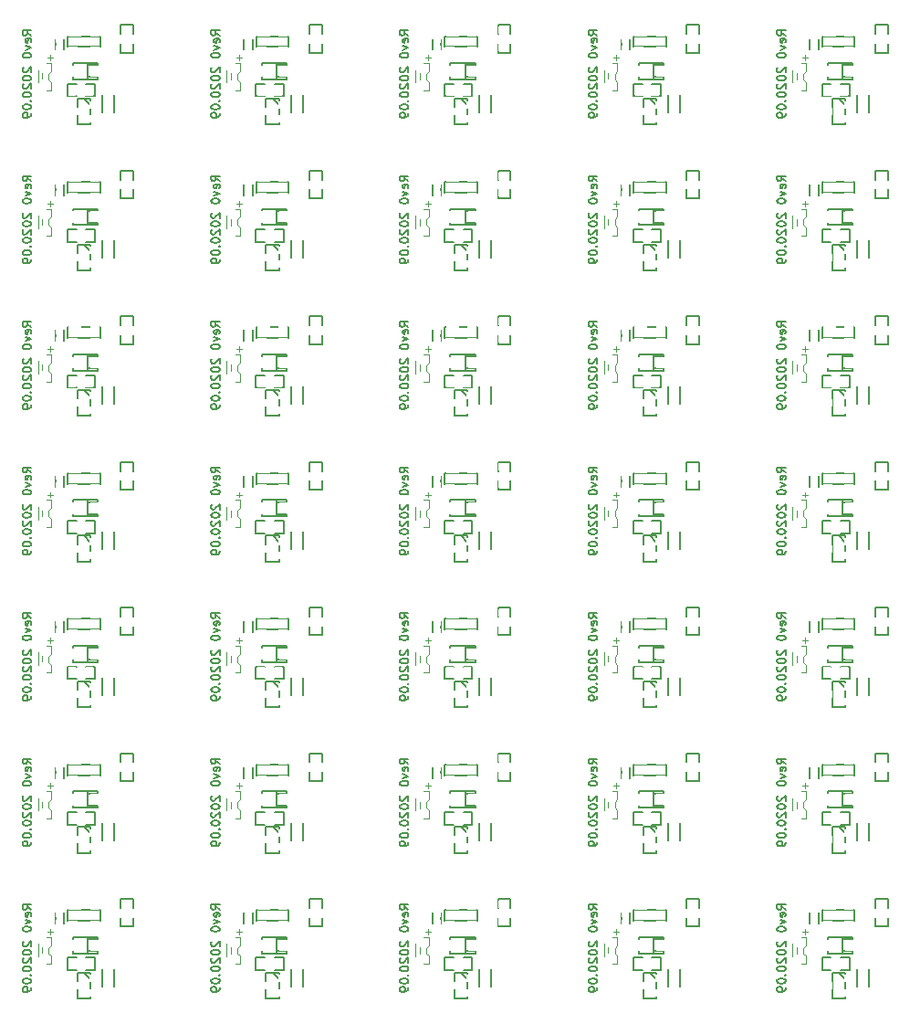
<source format=gbo>
%TF.GenerationSoftware,KiCad,Pcbnew,(5.1.6)-1*%
%TF.CreationDate,2020-09-22T23:21:28+09:00*%
%TF.ProjectId,funcdecoder_tomix_pcb_0773_0507_rev0_panelize_94_5mm_92_5mm,66756e63-6465-4636-9f64-65725f746f6d,rev?*%
%TF.SameCoordinates,PX66ff300PY337f980*%
%TF.FileFunction,Legend,Bot*%
%TF.FilePolarity,Positive*%
%FSLAX46Y46*%
G04 Gerber Fmt 4.6, Leading zero omitted, Abs format (unit mm)*
G04 Created by KiCad (PCBNEW (5.1.6)-1) date 2020-09-22 23:21:28*
%MOMM*%
%LPD*%
G01*
G04 APERTURE LIST*
%ADD10C,0.150000*%
%ADD11C,0.180000*%
%ADD12C,0.120000*%
%ADD13C,0.200000*%
%ADD14R,0.800000X1.000000*%
%ADD15R,0.850000X1.400000*%
%ADD16R,0.400000X0.600000*%
%ADD17R,0.900000X0.700000*%
%ADD18R,1.100000X1.100000*%
%ADD19R,1.050000X1.050000*%
%ADD20R,1.000000X0.800000*%
%ADD21R,1.300000X1.300000*%
%ADD22R,0.900000X0.900000*%
%ADD23R,0.700000X0.750000*%
%ADD24R,0.900000X1.000000*%
%ADD25R,1.300000X1.000000*%
G04 APERTURE END LIST*
D10*
X77361904Y-82938095D02*
X76980952Y-82671428D01*
X77361904Y-82480952D02*
X76561904Y-82480952D01*
X76561904Y-82785714D01*
X76600000Y-82861904D01*
X76638095Y-82900000D01*
X76714285Y-82938095D01*
X76828571Y-82938095D01*
X76904761Y-82900000D01*
X76942857Y-82861904D01*
X76980952Y-82785714D01*
X76980952Y-82480952D01*
X77323809Y-83585714D02*
X77361904Y-83509523D01*
X77361904Y-83357142D01*
X77323809Y-83280952D01*
X77247619Y-83242857D01*
X76942857Y-83242857D01*
X76866666Y-83280952D01*
X76828571Y-83357142D01*
X76828571Y-83509523D01*
X76866666Y-83585714D01*
X76942857Y-83623809D01*
X77019047Y-83623809D01*
X77095238Y-83242857D01*
X76828571Y-83890476D02*
X77361904Y-84080952D01*
X76828571Y-84271428D01*
X76561904Y-84728571D02*
X76561904Y-84804761D01*
X76600000Y-84880952D01*
X76638095Y-84919047D01*
X76714285Y-84957142D01*
X76866666Y-84995238D01*
X77057142Y-84995238D01*
X77209523Y-84957142D01*
X77285714Y-84919047D01*
X77323809Y-84880952D01*
X77361904Y-84804761D01*
X77361904Y-84728571D01*
X77323809Y-84652380D01*
X77285714Y-84614285D01*
X77209523Y-84576190D01*
X77057142Y-84538095D01*
X76866666Y-84538095D01*
X76714285Y-84576190D01*
X76638095Y-84614285D01*
X76600000Y-84652380D01*
X76561904Y-84728571D01*
X76638095Y-85909523D02*
X76600000Y-85947619D01*
X76561904Y-86023809D01*
X76561904Y-86214285D01*
X76600000Y-86290476D01*
X76638095Y-86328571D01*
X76714285Y-86366666D01*
X76790476Y-86366666D01*
X76904761Y-86328571D01*
X77361904Y-85871428D01*
X77361904Y-86366666D01*
X76561904Y-86861904D02*
X76561904Y-86938095D01*
X76600000Y-87014285D01*
X76638095Y-87052380D01*
X76714285Y-87090476D01*
X76866666Y-87128571D01*
X77057142Y-87128571D01*
X77209523Y-87090476D01*
X77285714Y-87052380D01*
X77323809Y-87014285D01*
X77361904Y-86938095D01*
X77361904Y-86861904D01*
X77323809Y-86785714D01*
X77285714Y-86747619D01*
X77209523Y-86709523D01*
X77057142Y-86671428D01*
X76866666Y-86671428D01*
X76714285Y-86709523D01*
X76638095Y-86747619D01*
X76600000Y-86785714D01*
X76561904Y-86861904D01*
X76638095Y-87433333D02*
X76600000Y-87471428D01*
X76561904Y-87547619D01*
X76561904Y-87738095D01*
X76600000Y-87814285D01*
X76638095Y-87852380D01*
X76714285Y-87890476D01*
X76790476Y-87890476D01*
X76904761Y-87852380D01*
X77361904Y-87395238D01*
X77361904Y-87890476D01*
X76561904Y-88385714D02*
X76561904Y-88461904D01*
X76600000Y-88538095D01*
X76638095Y-88576190D01*
X76714285Y-88614285D01*
X76866666Y-88652380D01*
X77057142Y-88652380D01*
X77209523Y-88614285D01*
X77285714Y-88576190D01*
X77323809Y-88538095D01*
X77361904Y-88461904D01*
X77361904Y-88385714D01*
X77323809Y-88309523D01*
X77285714Y-88271428D01*
X77209523Y-88233333D01*
X77057142Y-88195238D01*
X76866666Y-88195238D01*
X76714285Y-88233333D01*
X76638095Y-88271428D01*
X76600000Y-88309523D01*
X76561904Y-88385714D01*
X77285714Y-88995238D02*
X77323809Y-89033333D01*
X77361904Y-88995238D01*
X77323809Y-88957142D01*
X77285714Y-88995238D01*
X77361904Y-88995238D01*
X76561904Y-89528571D02*
X76561904Y-89604761D01*
X76600000Y-89680952D01*
X76638095Y-89719047D01*
X76714285Y-89757142D01*
X76866666Y-89795238D01*
X77057142Y-89795238D01*
X77209523Y-89757142D01*
X77285714Y-89719047D01*
X77323809Y-89680952D01*
X77361904Y-89604761D01*
X77361904Y-89528571D01*
X77323809Y-89452380D01*
X77285714Y-89414285D01*
X77209523Y-89376190D01*
X77057142Y-89338095D01*
X76866666Y-89338095D01*
X76714285Y-89376190D01*
X76638095Y-89414285D01*
X76600000Y-89452380D01*
X76561904Y-89528571D01*
X77361904Y-90176190D02*
X77361904Y-90328571D01*
X77323809Y-90404761D01*
X77285714Y-90442857D01*
X77171428Y-90519047D01*
X77019047Y-90557142D01*
X76714285Y-90557142D01*
X76638095Y-90519047D01*
X76600000Y-90480952D01*
X76561904Y-90404761D01*
X76561904Y-90252380D01*
X76600000Y-90176190D01*
X76638095Y-90138095D01*
X76714285Y-90100000D01*
X76904761Y-90100000D01*
X76980952Y-90138095D01*
X77019047Y-90176190D01*
X77057142Y-90252380D01*
X77057142Y-90404761D01*
X77019047Y-90480952D01*
X76980952Y-90519047D01*
X76904761Y-90557142D01*
X59861904Y-82938095D02*
X59480952Y-82671428D01*
X59861904Y-82480952D02*
X59061904Y-82480952D01*
X59061904Y-82785714D01*
X59100000Y-82861904D01*
X59138095Y-82900000D01*
X59214285Y-82938095D01*
X59328571Y-82938095D01*
X59404761Y-82900000D01*
X59442857Y-82861904D01*
X59480952Y-82785714D01*
X59480952Y-82480952D01*
X59823809Y-83585714D02*
X59861904Y-83509523D01*
X59861904Y-83357142D01*
X59823809Y-83280952D01*
X59747619Y-83242857D01*
X59442857Y-83242857D01*
X59366666Y-83280952D01*
X59328571Y-83357142D01*
X59328571Y-83509523D01*
X59366666Y-83585714D01*
X59442857Y-83623809D01*
X59519047Y-83623809D01*
X59595238Y-83242857D01*
X59328571Y-83890476D02*
X59861904Y-84080952D01*
X59328571Y-84271428D01*
X59061904Y-84728571D02*
X59061904Y-84804761D01*
X59100000Y-84880952D01*
X59138095Y-84919047D01*
X59214285Y-84957142D01*
X59366666Y-84995238D01*
X59557142Y-84995238D01*
X59709523Y-84957142D01*
X59785714Y-84919047D01*
X59823809Y-84880952D01*
X59861904Y-84804761D01*
X59861904Y-84728571D01*
X59823809Y-84652380D01*
X59785714Y-84614285D01*
X59709523Y-84576190D01*
X59557142Y-84538095D01*
X59366666Y-84538095D01*
X59214285Y-84576190D01*
X59138095Y-84614285D01*
X59100000Y-84652380D01*
X59061904Y-84728571D01*
X59138095Y-85909523D02*
X59100000Y-85947619D01*
X59061904Y-86023809D01*
X59061904Y-86214285D01*
X59100000Y-86290476D01*
X59138095Y-86328571D01*
X59214285Y-86366666D01*
X59290476Y-86366666D01*
X59404761Y-86328571D01*
X59861904Y-85871428D01*
X59861904Y-86366666D01*
X59061904Y-86861904D02*
X59061904Y-86938095D01*
X59100000Y-87014285D01*
X59138095Y-87052380D01*
X59214285Y-87090476D01*
X59366666Y-87128571D01*
X59557142Y-87128571D01*
X59709523Y-87090476D01*
X59785714Y-87052380D01*
X59823809Y-87014285D01*
X59861904Y-86938095D01*
X59861904Y-86861904D01*
X59823809Y-86785714D01*
X59785714Y-86747619D01*
X59709523Y-86709523D01*
X59557142Y-86671428D01*
X59366666Y-86671428D01*
X59214285Y-86709523D01*
X59138095Y-86747619D01*
X59100000Y-86785714D01*
X59061904Y-86861904D01*
X59138095Y-87433333D02*
X59100000Y-87471428D01*
X59061904Y-87547619D01*
X59061904Y-87738095D01*
X59100000Y-87814285D01*
X59138095Y-87852380D01*
X59214285Y-87890476D01*
X59290476Y-87890476D01*
X59404761Y-87852380D01*
X59861904Y-87395238D01*
X59861904Y-87890476D01*
X59061904Y-88385714D02*
X59061904Y-88461904D01*
X59100000Y-88538095D01*
X59138095Y-88576190D01*
X59214285Y-88614285D01*
X59366666Y-88652380D01*
X59557142Y-88652380D01*
X59709523Y-88614285D01*
X59785714Y-88576190D01*
X59823809Y-88538095D01*
X59861904Y-88461904D01*
X59861904Y-88385714D01*
X59823809Y-88309523D01*
X59785714Y-88271428D01*
X59709523Y-88233333D01*
X59557142Y-88195238D01*
X59366666Y-88195238D01*
X59214285Y-88233333D01*
X59138095Y-88271428D01*
X59100000Y-88309523D01*
X59061904Y-88385714D01*
X59785714Y-88995238D02*
X59823809Y-89033333D01*
X59861904Y-88995238D01*
X59823809Y-88957142D01*
X59785714Y-88995238D01*
X59861904Y-88995238D01*
X59061904Y-89528571D02*
X59061904Y-89604761D01*
X59100000Y-89680952D01*
X59138095Y-89719047D01*
X59214285Y-89757142D01*
X59366666Y-89795238D01*
X59557142Y-89795238D01*
X59709523Y-89757142D01*
X59785714Y-89719047D01*
X59823809Y-89680952D01*
X59861904Y-89604761D01*
X59861904Y-89528571D01*
X59823809Y-89452380D01*
X59785714Y-89414285D01*
X59709523Y-89376190D01*
X59557142Y-89338095D01*
X59366666Y-89338095D01*
X59214285Y-89376190D01*
X59138095Y-89414285D01*
X59100000Y-89452380D01*
X59061904Y-89528571D01*
X59861904Y-90176190D02*
X59861904Y-90328571D01*
X59823809Y-90404761D01*
X59785714Y-90442857D01*
X59671428Y-90519047D01*
X59519047Y-90557142D01*
X59214285Y-90557142D01*
X59138095Y-90519047D01*
X59100000Y-90480952D01*
X59061904Y-90404761D01*
X59061904Y-90252380D01*
X59100000Y-90176190D01*
X59138095Y-90138095D01*
X59214285Y-90100000D01*
X59404761Y-90100000D01*
X59480952Y-90138095D01*
X59519047Y-90176190D01*
X59557142Y-90252380D01*
X59557142Y-90404761D01*
X59519047Y-90480952D01*
X59480952Y-90519047D01*
X59404761Y-90557142D01*
X42361904Y-82938095D02*
X41980952Y-82671428D01*
X42361904Y-82480952D02*
X41561904Y-82480952D01*
X41561904Y-82785714D01*
X41600000Y-82861904D01*
X41638095Y-82900000D01*
X41714285Y-82938095D01*
X41828571Y-82938095D01*
X41904761Y-82900000D01*
X41942857Y-82861904D01*
X41980952Y-82785714D01*
X41980952Y-82480952D01*
X42323809Y-83585714D02*
X42361904Y-83509523D01*
X42361904Y-83357142D01*
X42323809Y-83280952D01*
X42247619Y-83242857D01*
X41942857Y-83242857D01*
X41866666Y-83280952D01*
X41828571Y-83357142D01*
X41828571Y-83509523D01*
X41866666Y-83585714D01*
X41942857Y-83623809D01*
X42019047Y-83623809D01*
X42095238Y-83242857D01*
X41828571Y-83890476D02*
X42361904Y-84080952D01*
X41828571Y-84271428D01*
X41561904Y-84728571D02*
X41561904Y-84804761D01*
X41600000Y-84880952D01*
X41638095Y-84919047D01*
X41714285Y-84957142D01*
X41866666Y-84995238D01*
X42057142Y-84995238D01*
X42209523Y-84957142D01*
X42285714Y-84919047D01*
X42323809Y-84880952D01*
X42361904Y-84804761D01*
X42361904Y-84728571D01*
X42323809Y-84652380D01*
X42285714Y-84614285D01*
X42209523Y-84576190D01*
X42057142Y-84538095D01*
X41866666Y-84538095D01*
X41714285Y-84576190D01*
X41638095Y-84614285D01*
X41600000Y-84652380D01*
X41561904Y-84728571D01*
X41638095Y-85909523D02*
X41600000Y-85947619D01*
X41561904Y-86023809D01*
X41561904Y-86214285D01*
X41600000Y-86290476D01*
X41638095Y-86328571D01*
X41714285Y-86366666D01*
X41790476Y-86366666D01*
X41904761Y-86328571D01*
X42361904Y-85871428D01*
X42361904Y-86366666D01*
X41561904Y-86861904D02*
X41561904Y-86938095D01*
X41600000Y-87014285D01*
X41638095Y-87052380D01*
X41714285Y-87090476D01*
X41866666Y-87128571D01*
X42057142Y-87128571D01*
X42209523Y-87090476D01*
X42285714Y-87052380D01*
X42323809Y-87014285D01*
X42361904Y-86938095D01*
X42361904Y-86861904D01*
X42323809Y-86785714D01*
X42285714Y-86747619D01*
X42209523Y-86709523D01*
X42057142Y-86671428D01*
X41866666Y-86671428D01*
X41714285Y-86709523D01*
X41638095Y-86747619D01*
X41600000Y-86785714D01*
X41561904Y-86861904D01*
X41638095Y-87433333D02*
X41600000Y-87471428D01*
X41561904Y-87547619D01*
X41561904Y-87738095D01*
X41600000Y-87814285D01*
X41638095Y-87852380D01*
X41714285Y-87890476D01*
X41790476Y-87890476D01*
X41904761Y-87852380D01*
X42361904Y-87395238D01*
X42361904Y-87890476D01*
X41561904Y-88385714D02*
X41561904Y-88461904D01*
X41600000Y-88538095D01*
X41638095Y-88576190D01*
X41714285Y-88614285D01*
X41866666Y-88652380D01*
X42057142Y-88652380D01*
X42209523Y-88614285D01*
X42285714Y-88576190D01*
X42323809Y-88538095D01*
X42361904Y-88461904D01*
X42361904Y-88385714D01*
X42323809Y-88309523D01*
X42285714Y-88271428D01*
X42209523Y-88233333D01*
X42057142Y-88195238D01*
X41866666Y-88195238D01*
X41714285Y-88233333D01*
X41638095Y-88271428D01*
X41600000Y-88309523D01*
X41561904Y-88385714D01*
X42285714Y-88995238D02*
X42323809Y-89033333D01*
X42361904Y-88995238D01*
X42323809Y-88957142D01*
X42285714Y-88995238D01*
X42361904Y-88995238D01*
X41561904Y-89528571D02*
X41561904Y-89604761D01*
X41600000Y-89680952D01*
X41638095Y-89719047D01*
X41714285Y-89757142D01*
X41866666Y-89795238D01*
X42057142Y-89795238D01*
X42209523Y-89757142D01*
X42285714Y-89719047D01*
X42323809Y-89680952D01*
X42361904Y-89604761D01*
X42361904Y-89528571D01*
X42323809Y-89452380D01*
X42285714Y-89414285D01*
X42209523Y-89376190D01*
X42057142Y-89338095D01*
X41866666Y-89338095D01*
X41714285Y-89376190D01*
X41638095Y-89414285D01*
X41600000Y-89452380D01*
X41561904Y-89528571D01*
X42361904Y-90176190D02*
X42361904Y-90328571D01*
X42323809Y-90404761D01*
X42285714Y-90442857D01*
X42171428Y-90519047D01*
X42019047Y-90557142D01*
X41714285Y-90557142D01*
X41638095Y-90519047D01*
X41600000Y-90480952D01*
X41561904Y-90404761D01*
X41561904Y-90252380D01*
X41600000Y-90176190D01*
X41638095Y-90138095D01*
X41714285Y-90100000D01*
X41904761Y-90100000D01*
X41980952Y-90138095D01*
X42019047Y-90176190D01*
X42057142Y-90252380D01*
X42057142Y-90404761D01*
X42019047Y-90480952D01*
X41980952Y-90519047D01*
X41904761Y-90557142D01*
X24861904Y-82938095D02*
X24480952Y-82671428D01*
X24861904Y-82480952D02*
X24061904Y-82480952D01*
X24061904Y-82785714D01*
X24100000Y-82861904D01*
X24138095Y-82900000D01*
X24214285Y-82938095D01*
X24328571Y-82938095D01*
X24404761Y-82900000D01*
X24442857Y-82861904D01*
X24480952Y-82785714D01*
X24480952Y-82480952D01*
X24823809Y-83585714D02*
X24861904Y-83509523D01*
X24861904Y-83357142D01*
X24823809Y-83280952D01*
X24747619Y-83242857D01*
X24442857Y-83242857D01*
X24366666Y-83280952D01*
X24328571Y-83357142D01*
X24328571Y-83509523D01*
X24366666Y-83585714D01*
X24442857Y-83623809D01*
X24519047Y-83623809D01*
X24595238Y-83242857D01*
X24328571Y-83890476D02*
X24861904Y-84080952D01*
X24328571Y-84271428D01*
X24061904Y-84728571D02*
X24061904Y-84804761D01*
X24100000Y-84880952D01*
X24138095Y-84919047D01*
X24214285Y-84957142D01*
X24366666Y-84995238D01*
X24557142Y-84995238D01*
X24709523Y-84957142D01*
X24785714Y-84919047D01*
X24823809Y-84880952D01*
X24861904Y-84804761D01*
X24861904Y-84728571D01*
X24823809Y-84652380D01*
X24785714Y-84614285D01*
X24709523Y-84576190D01*
X24557142Y-84538095D01*
X24366666Y-84538095D01*
X24214285Y-84576190D01*
X24138095Y-84614285D01*
X24100000Y-84652380D01*
X24061904Y-84728571D01*
X24138095Y-85909523D02*
X24100000Y-85947619D01*
X24061904Y-86023809D01*
X24061904Y-86214285D01*
X24100000Y-86290476D01*
X24138095Y-86328571D01*
X24214285Y-86366666D01*
X24290476Y-86366666D01*
X24404761Y-86328571D01*
X24861904Y-85871428D01*
X24861904Y-86366666D01*
X24061904Y-86861904D02*
X24061904Y-86938095D01*
X24100000Y-87014285D01*
X24138095Y-87052380D01*
X24214285Y-87090476D01*
X24366666Y-87128571D01*
X24557142Y-87128571D01*
X24709523Y-87090476D01*
X24785714Y-87052380D01*
X24823809Y-87014285D01*
X24861904Y-86938095D01*
X24861904Y-86861904D01*
X24823809Y-86785714D01*
X24785714Y-86747619D01*
X24709523Y-86709523D01*
X24557142Y-86671428D01*
X24366666Y-86671428D01*
X24214285Y-86709523D01*
X24138095Y-86747619D01*
X24100000Y-86785714D01*
X24061904Y-86861904D01*
X24138095Y-87433333D02*
X24100000Y-87471428D01*
X24061904Y-87547619D01*
X24061904Y-87738095D01*
X24100000Y-87814285D01*
X24138095Y-87852380D01*
X24214285Y-87890476D01*
X24290476Y-87890476D01*
X24404761Y-87852380D01*
X24861904Y-87395238D01*
X24861904Y-87890476D01*
X24061904Y-88385714D02*
X24061904Y-88461904D01*
X24100000Y-88538095D01*
X24138095Y-88576190D01*
X24214285Y-88614285D01*
X24366666Y-88652380D01*
X24557142Y-88652380D01*
X24709523Y-88614285D01*
X24785714Y-88576190D01*
X24823809Y-88538095D01*
X24861904Y-88461904D01*
X24861904Y-88385714D01*
X24823809Y-88309523D01*
X24785714Y-88271428D01*
X24709523Y-88233333D01*
X24557142Y-88195238D01*
X24366666Y-88195238D01*
X24214285Y-88233333D01*
X24138095Y-88271428D01*
X24100000Y-88309523D01*
X24061904Y-88385714D01*
X24785714Y-88995238D02*
X24823809Y-89033333D01*
X24861904Y-88995238D01*
X24823809Y-88957142D01*
X24785714Y-88995238D01*
X24861904Y-88995238D01*
X24061904Y-89528571D02*
X24061904Y-89604761D01*
X24100000Y-89680952D01*
X24138095Y-89719047D01*
X24214285Y-89757142D01*
X24366666Y-89795238D01*
X24557142Y-89795238D01*
X24709523Y-89757142D01*
X24785714Y-89719047D01*
X24823809Y-89680952D01*
X24861904Y-89604761D01*
X24861904Y-89528571D01*
X24823809Y-89452380D01*
X24785714Y-89414285D01*
X24709523Y-89376190D01*
X24557142Y-89338095D01*
X24366666Y-89338095D01*
X24214285Y-89376190D01*
X24138095Y-89414285D01*
X24100000Y-89452380D01*
X24061904Y-89528571D01*
X24861904Y-90176190D02*
X24861904Y-90328571D01*
X24823809Y-90404761D01*
X24785714Y-90442857D01*
X24671428Y-90519047D01*
X24519047Y-90557142D01*
X24214285Y-90557142D01*
X24138095Y-90519047D01*
X24100000Y-90480952D01*
X24061904Y-90404761D01*
X24061904Y-90252380D01*
X24100000Y-90176190D01*
X24138095Y-90138095D01*
X24214285Y-90100000D01*
X24404761Y-90100000D01*
X24480952Y-90138095D01*
X24519047Y-90176190D01*
X24557142Y-90252380D01*
X24557142Y-90404761D01*
X24519047Y-90480952D01*
X24480952Y-90519047D01*
X24404761Y-90557142D01*
X7361904Y-82938095D02*
X6980952Y-82671428D01*
X7361904Y-82480952D02*
X6561904Y-82480952D01*
X6561904Y-82785714D01*
X6600000Y-82861904D01*
X6638095Y-82900000D01*
X6714285Y-82938095D01*
X6828571Y-82938095D01*
X6904761Y-82900000D01*
X6942857Y-82861904D01*
X6980952Y-82785714D01*
X6980952Y-82480952D01*
X7323809Y-83585714D02*
X7361904Y-83509523D01*
X7361904Y-83357142D01*
X7323809Y-83280952D01*
X7247619Y-83242857D01*
X6942857Y-83242857D01*
X6866666Y-83280952D01*
X6828571Y-83357142D01*
X6828571Y-83509523D01*
X6866666Y-83585714D01*
X6942857Y-83623809D01*
X7019047Y-83623809D01*
X7095238Y-83242857D01*
X6828571Y-83890476D02*
X7361904Y-84080952D01*
X6828571Y-84271428D01*
X6561904Y-84728571D02*
X6561904Y-84804761D01*
X6600000Y-84880952D01*
X6638095Y-84919047D01*
X6714285Y-84957142D01*
X6866666Y-84995238D01*
X7057142Y-84995238D01*
X7209523Y-84957142D01*
X7285714Y-84919047D01*
X7323809Y-84880952D01*
X7361904Y-84804761D01*
X7361904Y-84728571D01*
X7323809Y-84652380D01*
X7285714Y-84614285D01*
X7209523Y-84576190D01*
X7057142Y-84538095D01*
X6866666Y-84538095D01*
X6714285Y-84576190D01*
X6638095Y-84614285D01*
X6600000Y-84652380D01*
X6561904Y-84728571D01*
X6638095Y-85909523D02*
X6600000Y-85947619D01*
X6561904Y-86023809D01*
X6561904Y-86214285D01*
X6600000Y-86290476D01*
X6638095Y-86328571D01*
X6714285Y-86366666D01*
X6790476Y-86366666D01*
X6904761Y-86328571D01*
X7361904Y-85871428D01*
X7361904Y-86366666D01*
X6561904Y-86861904D02*
X6561904Y-86938095D01*
X6600000Y-87014285D01*
X6638095Y-87052380D01*
X6714285Y-87090476D01*
X6866666Y-87128571D01*
X7057142Y-87128571D01*
X7209523Y-87090476D01*
X7285714Y-87052380D01*
X7323809Y-87014285D01*
X7361904Y-86938095D01*
X7361904Y-86861904D01*
X7323809Y-86785714D01*
X7285714Y-86747619D01*
X7209523Y-86709523D01*
X7057142Y-86671428D01*
X6866666Y-86671428D01*
X6714285Y-86709523D01*
X6638095Y-86747619D01*
X6600000Y-86785714D01*
X6561904Y-86861904D01*
X6638095Y-87433333D02*
X6600000Y-87471428D01*
X6561904Y-87547619D01*
X6561904Y-87738095D01*
X6600000Y-87814285D01*
X6638095Y-87852380D01*
X6714285Y-87890476D01*
X6790476Y-87890476D01*
X6904761Y-87852380D01*
X7361904Y-87395238D01*
X7361904Y-87890476D01*
X6561904Y-88385714D02*
X6561904Y-88461904D01*
X6600000Y-88538095D01*
X6638095Y-88576190D01*
X6714285Y-88614285D01*
X6866666Y-88652380D01*
X7057142Y-88652380D01*
X7209523Y-88614285D01*
X7285714Y-88576190D01*
X7323809Y-88538095D01*
X7361904Y-88461904D01*
X7361904Y-88385714D01*
X7323809Y-88309523D01*
X7285714Y-88271428D01*
X7209523Y-88233333D01*
X7057142Y-88195238D01*
X6866666Y-88195238D01*
X6714285Y-88233333D01*
X6638095Y-88271428D01*
X6600000Y-88309523D01*
X6561904Y-88385714D01*
X7285714Y-88995238D02*
X7323809Y-89033333D01*
X7361904Y-88995238D01*
X7323809Y-88957142D01*
X7285714Y-88995238D01*
X7361904Y-88995238D01*
X6561904Y-89528571D02*
X6561904Y-89604761D01*
X6600000Y-89680952D01*
X6638095Y-89719047D01*
X6714285Y-89757142D01*
X6866666Y-89795238D01*
X7057142Y-89795238D01*
X7209523Y-89757142D01*
X7285714Y-89719047D01*
X7323809Y-89680952D01*
X7361904Y-89604761D01*
X7361904Y-89528571D01*
X7323809Y-89452380D01*
X7285714Y-89414285D01*
X7209523Y-89376190D01*
X7057142Y-89338095D01*
X6866666Y-89338095D01*
X6714285Y-89376190D01*
X6638095Y-89414285D01*
X6600000Y-89452380D01*
X6561904Y-89528571D01*
X7361904Y-90176190D02*
X7361904Y-90328571D01*
X7323809Y-90404761D01*
X7285714Y-90442857D01*
X7171428Y-90519047D01*
X7019047Y-90557142D01*
X6714285Y-90557142D01*
X6638095Y-90519047D01*
X6600000Y-90480952D01*
X6561904Y-90404761D01*
X6561904Y-90252380D01*
X6600000Y-90176190D01*
X6638095Y-90138095D01*
X6714285Y-90100000D01*
X6904761Y-90100000D01*
X6980952Y-90138095D01*
X7019047Y-90176190D01*
X7057142Y-90252380D01*
X7057142Y-90404761D01*
X7019047Y-90480952D01*
X6980952Y-90519047D01*
X6904761Y-90557142D01*
X77361904Y-69438095D02*
X76980952Y-69171428D01*
X77361904Y-68980952D02*
X76561904Y-68980952D01*
X76561904Y-69285714D01*
X76600000Y-69361904D01*
X76638095Y-69400000D01*
X76714285Y-69438095D01*
X76828571Y-69438095D01*
X76904761Y-69400000D01*
X76942857Y-69361904D01*
X76980952Y-69285714D01*
X76980952Y-68980952D01*
X77323809Y-70085714D02*
X77361904Y-70009523D01*
X77361904Y-69857142D01*
X77323809Y-69780952D01*
X77247619Y-69742857D01*
X76942857Y-69742857D01*
X76866666Y-69780952D01*
X76828571Y-69857142D01*
X76828571Y-70009523D01*
X76866666Y-70085714D01*
X76942857Y-70123809D01*
X77019047Y-70123809D01*
X77095238Y-69742857D01*
X76828571Y-70390476D02*
X77361904Y-70580952D01*
X76828571Y-70771428D01*
X76561904Y-71228571D02*
X76561904Y-71304761D01*
X76600000Y-71380952D01*
X76638095Y-71419047D01*
X76714285Y-71457142D01*
X76866666Y-71495238D01*
X77057142Y-71495238D01*
X77209523Y-71457142D01*
X77285714Y-71419047D01*
X77323809Y-71380952D01*
X77361904Y-71304761D01*
X77361904Y-71228571D01*
X77323809Y-71152380D01*
X77285714Y-71114285D01*
X77209523Y-71076190D01*
X77057142Y-71038095D01*
X76866666Y-71038095D01*
X76714285Y-71076190D01*
X76638095Y-71114285D01*
X76600000Y-71152380D01*
X76561904Y-71228571D01*
X76638095Y-72409523D02*
X76600000Y-72447619D01*
X76561904Y-72523809D01*
X76561904Y-72714285D01*
X76600000Y-72790476D01*
X76638095Y-72828571D01*
X76714285Y-72866666D01*
X76790476Y-72866666D01*
X76904761Y-72828571D01*
X77361904Y-72371428D01*
X77361904Y-72866666D01*
X76561904Y-73361904D02*
X76561904Y-73438095D01*
X76600000Y-73514285D01*
X76638095Y-73552380D01*
X76714285Y-73590476D01*
X76866666Y-73628571D01*
X77057142Y-73628571D01*
X77209523Y-73590476D01*
X77285714Y-73552380D01*
X77323809Y-73514285D01*
X77361904Y-73438095D01*
X77361904Y-73361904D01*
X77323809Y-73285714D01*
X77285714Y-73247619D01*
X77209523Y-73209523D01*
X77057142Y-73171428D01*
X76866666Y-73171428D01*
X76714285Y-73209523D01*
X76638095Y-73247619D01*
X76600000Y-73285714D01*
X76561904Y-73361904D01*
X76638095Y-73933333D02*
X76600000Y-73971428D01*
X76561904Y-74047619D01*
X76561904Y-74238095D01*
X76600000Y-74314285D01*
X76638095Y-74352380D01*
X76714285Y-74390476D01*
X76790476Y-74390476D01*
X76904761Y-74352380D01*
X77361904Y-73895238D01*
X77361904Y-74390476D01*
X76561904Y-74885714D02*
X76561904Y-74961904D01*
X76600000Y-75038095D01*
X76638095Y-75076190D01*
X76714285Y-75114285D01*
X76866666Y-75152380D01*
X77057142Y-75152380D01*
X77209523Y-75114285D01*
X77285714Y-75076190D01*
X77323809Y-75038095D01*
X77361904Y-74961904D01*
X77361904Y-74885714D01*
X77323809Y-74809523D01*
X77285714Y-74771428D01*
X77209523Y-74733333D01*
X77057142Y-74695238D01*
X76866666Y-74695238D01*
X76714285Y-74733333D01*
X76638095Y-74771428D01*
X76600000Y-74809523D01*
X76561904Y-74885714D01*
X77285714Y-75495238D02*
X77323809Y-75533333D01*
X77361904Y-75495238D01*
X77323809Y-75457142D01*
X77285714Y-75495238D01*
X77361904Y-75495238D01*
X76561904Y-76028571D02*
X76561904Y-76104761D01*
X76600000Y-76180952D01*
X76638095Y-76219047D01*
X76714285Y-76257142D01*
X76866666Y-76295238D01*
X77057142Y-76295238D01*
X77209523Y-76257142D01*
X77285714Y-76219047D01*
X77323809Y-76180952D01*
X77361904Y-76104761D01*
X77361904Y-76028571D01*
X77323809Y-75952380D01*
X77285714Y-75914285D01*
X77209523Y-75876190D01*
X77057142Y-75838095D01*
X76866666Y-75838095D01*
X76714285Y-75876190D01*
X76638095Y-75914285D01*
X76600000Y-75952380D01*
X76561904Y-76028571D01*
X77361904Y-76676190D02*
X77361904Y-76828571D01*
X77323809Y-76904761D01*
X77285714Y-76942857D01*
X77171428Y-77019047D01*
X77019047Y-77057142D01*
X76714285Y-77057142D01*
X76638095Y-77019047D01*
X76600000Y-76980952D01*
X76561904Y-76904761D01*
X76561904Y-76752380D01*
X76600000Y-76676190D01*
X76638095Y-76638095D01*
X76714285Y-76600000D01*
X76904761Y-76600000D01*
X76980952Y-76638095D01*
X77019047Y-76676190D01*
X77057142Y-76752380D01*
X77057142Y-76904761D01*
X77019047Y-76980952D01*
X76980952Y-77019047D01*
X76904761Y-77057142D01*
X59861904Y-69438095D02*
X59480952Y-69171428D01*
X59861904Y-68980952D02*
X59061904Y-68980952D01*
X59061904Y-69285714D01*
X59100000Y-69361904D01*
X59138095Y-69400000D01*
X59214285Y-69438095D01*
X59328571Y-69438095D01*
X59404761Y-69400000D01*
X59442857Y-69361904D01*
X59480952Y-69285714D01*
X59480952Y-68980952D01*
X59823809Y-70085714D02*
X59861904Y-70009523D01*
X59861904Y-69857142D01*
X59823809Y-69780952D01*
X59747619Y-69742857D01*
X59442857Y-69742857D01*
X59366666Y-69780952D01*
X59328571Y-69857142D01*
X59328571Y-70009523D01*
X59366666Y-70085714D01*
X59442857Y-70123809D01*
X59519047Y-70123809D01*
X59595238Y-69742857D01*
X59328571Y-70390476D02*
X59861904Y-70580952D01*
X59328571Y-70771428D01*
X59061904Y-71228571D02*
X59061904Y-71304761D01*
X59100000Y-71380952D01*
X59138095Y-71419047D01*
X59214285Y-71457142D01*
X59366666Y-71495238D01*
X59557142Y-71495238D01*
X59709523Y-71457142D01*
X59785714Y-71419047D01*
X59823809Y-71380952D01*
X59861904Y-71304761D01*
X59861904Y-71228571D01*
X59823809Y-71152380D01*
X59785714Y-71114285D01*
X59709523Y-71076190D01*
X59557142Y-71038095D01*
X59366666Y-71038095D01*
X59214285Y-71076190D01*
X59138095Y-71114285D01*
X59100000Y-71152380D01*
X59061904Y-71228571D01*
X59138095Y-72409523D02*
X59100000Y-72447619D01*
X59061904Y-72523809D01*
X59061904Y-72714285D01*
X59100000Y-72790476D01*
X59138095Y-72828571D01*
X59214285Y-72866666D01*
X59290476Y-72866666D01*
X59404761Y-72828571D01*
X59861904Y-72371428D01*
X59861904Y-72866666D01*
X59061904Y-73361904D02*
X59061904Y-73438095D01*
X59100000Y-73514285D01*
X59138095Y-73552380D01*
X59214285Y-73590476D01*
X59366666Y-73628571D01*
X59557142Y-73628571D01*
X59709523Y-73590476D01*
X59785714Y-73552380D01*
X59823809Y-73514285D01*
X59861904Y-73438095D01*
X59861904Y-73361904D01*
X59823809Y-73285714D01*
X59785714Y-73247619D01*
X59709523Y-73209523D01*
X59557142Y-73171428D01*
X59366666Y-73171428D01*
X59214285Y-73209523D01*
X59138095Y-73247619D01*
X59100000Y-73285714D01*
X59061904Y-73361904D01*
X59138095Y-73933333D02*
X59100000Y-73971428D01*
X59061904Y-74047619D01*
X59061904Y-74238095D01*
X59100000Y-74314285D01*
X59138095Y-74352380D01*
X59214285Y-74390476D01*
X59290476Y-74390476D01*
X59404761Y-74352380D01*
X59861904Y-73895238D01*
X59861904Y-74390476D01*
X59061904Y-74885714D02*
X59061904Y-74961904D01*
X59100000Y-75038095D01*
X59138095Y-75076190D01*
X59214285Y-75114285D01*
X59366666Y-75152380D01*
X59557142Y-75152380D01*
X59709523Y-75114285D01*
X59785714Y-75076190D01*
X59823809Y-75038095D01*
X59861904Y-74961904D01*
X59861904Y-74885714D01*
X59823809Y-74809523D01*
X59785714Y-74771428D01*
X59709523Y-74733333D01*
X59557142Y-74695238D01*
X59366666Y-74695238D01*
X59214285Y-74733333D01*
X59138095Y-74771428D01*
X59100000Y-74809523D01*
X59061904Y-74885714D01*
X59785714Y-75495238D02*
X59823809Y-75533333D01*
X59861904Y-75495238D01*
X59823809Y-75457142D01*
X59785714Y-75495238D01*
X59861904Y-75495238D01*
X59061904Y-76028571D02*
X59061904Y-76104761D01*
X59100000Y-76180952D01*
X59138095Y-76219047D01*
X59214285Y-76257142D01*
X59366666Y-76295238D01*
X59557142Y-76295238D01*
X59709523Y-76257142D01*
X59785714Y-76219047D01*
X59823809Y-76180952D01*
X59861904Y-76104761D01*
X59861904Y-76028571D01*
X59823809Y-75952380D01*
X59785714Y-75914285D01*
X59709523Y-75876190D01*
X59557142Y-75838095D01*
X59366666Y-75838095D01*
X59214285Y-75876190D01*
X59138095Y-75914285D01*
X59100000Y-75952380D01*
X59061904Y-76028571D01*
X59861904Y-76676190D02*
X59861904Y-76828571D01*
X59823809Y-76904761D01*
X59785714Y-76942857D01*
X59671428Y-77019047D01*
X59519047Y-77057142D01*
X59214285Y-77057142D01*
X59138095Y-77019047D01*
X59100000Y-76980952D01*
X59061904Y-76904761D01*
X59061904Y-76752380D01*
X59100000Y-76676190D01*
X59138095Y-76638095D01*
X59214285Y-76600000D01*
X59404761Y-76600000D01*
X59480952Y-76638095D01*
X59519047Y-76676190D01*
X59557142Y-76752380D01*
X59557142Y-76904761D01*
X59519047Y-76980952D01*
X59480952Y-77019047D01*
X59404761Y-77057142D01*
X42361904Y-69438095D02*
X41980952Y-69171428D01*
X42361904Y-68980952D02*
X41561904Y-68980952D01*
X41561904Y-69285714D01*
X41600000Y-69361904D01*
X41638095Y-69400000D01*
X41714285Y-69438095D01*
X41828571Y-69438095D01*
X41904761Y-69400000D01*
X41942857Y-69361904D01*
X41980952Y-69285714D01*
X41980952Y-68980952D01*
X42323809Y-70085714D02*
X42361904Y-70009523D01*
X42361904Y-69857142D01*
X42323809Y-69780952D01*
X42247619Y-69742857D01*
X41942857Y-69742857D01*
X41866666Y-69780952D01*
X41828571Y-69857142D01*
X41828571Y-70009523D01*
X41866666Y-70085714D01*
X41942857Y-70123809D01*
X42019047Y-70123809D01*
X42095238Y-69742857D01*
X41828571Y-70390476D02*
X42361904Y-70580952D01*
X41828571Y-70771428D01*
X41561904Y-71228571D02*
X41561904Y-71304761D01*
X41600000Y-71380952D01*
X41638095Y-71419047D01*
X41714285Y-71457142D01*
X41866666Y-71495238D01*
X42057142Y-71495238D01*
X42209523Y-71457142D01*
X42285714Y-71419047D01*
X42323809Y-71380952D01*
X42361904Y-71304761D01*
X42361904Y-71228571D01*
X42323809Y-71152380D01*
X42285714Y-71114285D01*
X42209523Y-71076190D01*
X42057142Y-71038095D01*
X41866666Y-71038095D01*
X41714285Y-71076190D01*
X41638095Y-71114285D01*
X41600000Y-71152380D01*
X41561904Y-71228571D01*
X41638095Y-72409523D02*
X41600000Y-72447619D01*
X41561904Y-72523809D01*
X41561904Y-72714285D01*
X41600000Y-72790476D01*
X41638095Y-72828571D01*
X41714285Y-72866666D01*
X41790476Y-72866666D01*
X41904761Y-72828571D01*
X42361904Y-72371428D01*
X42361904Y-72866666D01*
X41561904Y-73361904D02*
X41561904Y-73438095D01*
X41600000Y-73514285D01*
X41638095Y-73552380D01*
X41714285Y-73590476D01*
X41866666Y-73628571D01*
X42057142Y-73628571D01*
X42209523Y-73590476D01*
X42285714Y-73552380D01*
X42323809Y-73514285D01*
X42361904Y-73438095D01*
X42361904Y-73361904D01*
X42323809Y-73285714D01*
X42285714Y-73247619D01*
X42209523Y-73209523D01*
X42057142Y-73171428D01*
X41866666Y-73171428D01*
X41714285Y-73209523D01*
X41638095Y-73247619D01*
X41600000Y-73285714D01*
X41561904Y-73361904D01*
X41638095Y-73933333D02*
X41600000Y-73971428D01*
X41561904Y-74047619D01*
X41561904Y-74238095D01*
X41600000Y-74314285D01*
X41638095Y-74352380D01*
X41714285Y-74390476D01*
X41790476Y-74390476D01*
X41904761Y-74352380D01*
X42361904Y-73895238D01*
X42361904Y-74390476D01*
X41561904Y-74885714D02*
X41561904Y-74961904D01*
X41600000Y-75038095D01*
X41638095Y-75076190D01*
X41714285Y-75114285D01*
X41866666Y-75152380D01*
X42057142Y-75152380D01*
X42209523Y-75114285D01*
X42285714Y-75076190D01*
X42323809Y-75038095D01*
X42361904Y-74961904D01*
X42361904Y-74885714D01*
X42323809Y-74809523D01*
X42285714Y-74771428D01*
X42209523Y-74733333D01*
X42057142Y-74695238D01*
X41866666Y-74695238D01*
X41714285Y-74733333D01*
X41638095Y-74771428D01*
X41600000Y-74809523D01*
X41561904Y-74885714D01*
X42285714Y-75495238D02*
X42323809Y-75533333D01*
X42361904Y-75495238D01*
X42323809Y-75457142D01*
X42285714Y-75495238D01*
X42361904Y-75495238D01*
X41561904Y-76028571D02*
X41561904Y-76104761D01*
X41600000Y-76180952D01*
X41638095Y-76219047D01*
X41714285Y-76257142D01*
X41866666Y-76295238D01*
X42057142Y-76295238D01*
X42209523Y-76257142D01*
X42285714Y-76219047D01*
X42323809Y-76180952D01*
X42361904Y-76104761D01*
X42361904Y-76028571D01*
X42323809Y-75952380D01*
X42285714Y-75914285D01*
X42209523Y-75876190D01*
X42057142Y-75838095D01*
X41866666Y-75838095D01*
X41714285Y-75876190D01*
X41638095Y-75914285D01*
X41600000Y-75952380D01*
X41561904Y-76028571D01*
X42361904Y-76676190D02*
X42361904Y-76828571D01*
X42323809Y-76904761D01*
X42285714Y-76942857D01*
X42171428Y-77019047D01*
X42019047Y-77057142D01*
X41714285Y-77057142D01*
X41638095Y-77019047D01*
X41600000Y-76980952D01*
X41561904Y-76904761D01*
X41561904Y-76752380D01*
X41600000Y-76676190D01*
X41638095Y-76638095D01*
X41714285Y-76600000D01*
X41904761Y-76600000D01*
X41980952Y-76638095D01*
X42019047Y-76676190D01*
X42057142Y-76752380D01*
X42057142Y-76904761D01*
X42019047Y-76980952D01*
X41980952Y-77019047D01*
X41904761Y-77057142D01*
X24861904Y-69438095D02*
X24480952Y-69171428D01*
X24861904Y-68980952D02*
X24061904Y-68980952D01*
X24061904Y-69285714D01*
X24100000Y-69361904D01*
X24138095Y-69400000D01*
X24214285Y-69438095D01*
X24328571Y-69438095D01*
X24404761Y-69400000D01*
X24442857Y-69361904D01*
X24480952Y-69285714D01*
X24480952Y-68980952D01*
X24823809Y-70085714D02*
X24861904Y-70009523D01*
X24861904Y-69857142D01*
X24823809Y-69780952D01*
X24747619Y-69742857D01*
X24442857Y-69742857D01*
X24366666Y-69780952D01*
X24328571Y-69857142D01*
X24328571Y-70009523D01*
X24366666Y-70085714D01*
X24442857Y-70123809D01*
X24519047Y-70123809D01*
X24595238Y-69742857D01*
X24328571Y-70390476D02*
X24861904Y-70580952D01*
X24328571Y-70771428D01*
X24061904Y-71228571D02*
X24061904Y-71304761D01*
X24100000Y-71380952D01*
X24138095Y-71419047D01*
X24214285Y-71457142D01*
X24366666Y-71495238D01*
X24557142Y-71495238D01*
X24709523Y-71457142D01*
X24785714Y-71419047D01*
X24823809Y-71380952D01*
X24861904Y-71304761D01*
X24861904Y-71228571D01*
X24823809Y-71152380D01*
X24785714Y-71114285D01*
X24709523Y-71076190D01*
X24557142Y-71038095D01*
X24366666Y-71038095D01*
X24214285Y-71076190D01*
X24138095Y-71114285D01*
X24100000Y-71152380D01*
X24061904Y-71228571D01*
X24138095Y-72409523D02*
X24100000Y-72447619D01*
X24061904Y-72523809D01*
X24061904Y-72714285D01*
X24100000Y-72790476D01*
X24138095Y-72828571D01*
X24214285Y-72866666D01*
X24290476Y-72866666D01*
X24404761Y-72828571D01*
X24861904Y-72371428D01*
X24861904Y-72866666D01*
X24061904Y-73361904D02*
X24061904Y-73438095D01*
X24100000Y-73514285D01*
X24138095Y-73552380D01*
X24214285Y-73590476D01*
X24366666Y-73628571D01*
X24557142Y-73628571D01*
X24709523Y-73590476D01*
X24785714Y-73552380D01*
X24823809Y-73514285D01*
X24861904Y-73438095D01*
X24861904Y-73361904D01*
X24823809Y-73285714D01*
X24785714Y-73247619D01*
X24709523Y-73209523D01*
X24557142Y-73171428D01*
X24366666Y-73171428D01*
X24214285Y-73209523D01*
X24138095Y-73247619D01*
X24100000Y-73285714D01*
X24061904Y-73361904D01*
X24138095Y-73933333D02*
X24100000Y-73971428D01*
X24061904Y-74047619D01*
X24061904Y-74238095D01*
X24100000Y-74314285D01*
X24138095Y-74352380D01*
X24214285Y-74390476D01*
X24290476Y-74390476D01*
X24404761Y-74352380D01*
X24861904Y-73895238D01*
X24861904Y-74390476D01*
X24061904Y-74885714D02*
X24061904Y-74961904D01*
X24100000Y-75038095D01*
X24138095Y-75076190D01*
X24214285Y-75114285D01*
X24366666Y-75152380D01*
X24557142Y-75152380D01*
X24709523Y-75114285D01*
X24785714Y-75076190D01*
X24823809Y-75038095D01*
X24861904Y-74961904D01*
X24861904Y-74885714D01*
X24823809Y-74809523D01*
X24785714Y-74771428D01*
X24709523Y-74733333D01*
X24557142Y-74695238D01*
X24366666Y-74695238D01*
X24214285Y-74733333D01*
X24138095Y-74771428D01*
X24100000Y-74809523D01*
X24061904Y-74885714D01*
X24785714Y-75495238D02*
X24823809Y-75533333D01*
X24861904Y-75495238D01*
X24823809Y-75457142D01*
X24785714Y-75495238D01*
X24861904Y-75495238D01*
X24061904Y-76028571D02*
X24061904Y-76104761D01*
X24100000Y-76180952D01*
X24138095Y-76219047D01*
X24214285Y-76257142D01*
X24366666Y-76295238D01*
X24557142Y-76295238D01*
X24709523Y-76257142D01*
X24785714Y-76219047D01*
X24823809Y-76180952D01*
X24861904Y-76104761D01*
X24861904Y-76028571D01*
X24823809Y-75952380D01*
X24785714Y-75914285D01*
X24709523Y-75876190D01*
X24557142Y-75838095D01*
X24366666Y-75838095D01*
X24214285Y-75876190D01*
X24138095Y-75914285D01*
X24100000Y-75952380D01*
X24061904Y-76028571D01*
X24861904Y-76676190D02*
X24861904Y-76828571D01*
X24823809Y-76904761D01*
X24785714Y-76942857D01*
X24671428Y-77019047D01*
X24519047Y-77057142D01*
X24214285Y-77057142D01*
X24138095Y-77019047D01*
X24100000Y-76980952D01*
X24061904Y-76904761D01*
X24061904Y-76752380D01*
X24100000Y-76676190D01*
X24138095Y-76638095D01*
X24214285Y-76600000D01*
X24404761Y-76600000D01*
X24480952Y-76638095D01*
X24519047Y-76676190D01*
X24557142Y-76752380D01*
X24557142Y-76904761D01*
X24519047Y-76980952D01*
X24480952Y-77019047D01*
X24404761Y-77057142D01*
X7361904Y-69438095D02*
X6980952Y-69171428D01*
X7361904Y-68980952D02*
X6561904Y-68980952D01*
X6561904Y-69285714D01*
X6600000Y-69361904D01*
X6638095Y-69400000D01*
X6714285Y-69438095D01*
X6828571Y-69438095D01*
X6904761Y-69400000D01*
X6942857Y-69361904D01*
X6980952Y-69285714D01*
X6980952Y-68980952D01*
X7323809Y-70085714D02*
X7361904Y-70009523D01*
X7361904Y-69857142D01*
X7323809Y-69780952D01*
X7247619Y-69742857D01*
X6942857Y-69742857D01*
X6866666Y-69780952D01*
X6828571Y-69857142D01*
X6828571Y-70009523D01*
X6866666Y-70085714D01*
X6942857Y-70123809D01*
X7019047Y-70123809D01*
X7095238Y-69742857D01*
X6828571Y-70390476D02*
X7361904Y-70580952D01*
X6828571Y-70771428D01*
X6561904Y-71228571D02*
X6561904Y-71304761D01*
X6600000Y-71380952D01*
X6638095Y-71419047D01*
X6714285Y-71457142D01*
X6866666Y-71495238D01*
X7057142Y-71495238D01*
X7209523Y-71457142D01*
X7285714Y-71419047D01*
X7323809Y-71380952D01*
X7361904Y-71304761D01*
X7361904Y-71228571D01*
X7323809Y-71152380D01*
X7285714Y-71114285D01*
X7209523Y-71076190D01*
X7057142Y-71038095D01*
X6866666Y-71038095D01*
X6714285Y-71076190D01*
X6638095Y-71114285D01*
X6600000Y-71152380D01*
X6561904Y-71228571D01*
X6638095Y-72409523D02*
X6600000Y-72447619D01*
X6561904Y-72523809D01*
X6561904Y-72714285D01*
X6600000Y-72790476D01*
X6638095Y-72828571D01*
X6714285Y-72866666D01*
X6790476Y-72866666D01*
X6904761Y-72828571D01*
X7361904Y-72371428D01*
X7361904Y-72866666D01*
X6561904Y-73361904D02*
X6561904Y-73438095D01*
X6600000Y-73514285D01*
X6638095Y-73552380D01*
X6714285Y-73590476D01*
X6866666Y-73628571D01*
X7057142Y-73628571D01*
X7209523Y-73590476D01*
X7285714Y-73552380D01*
X7323809Y-73514285D01*
X7361904Y-73438095D01*
X7361904Y-73361904D01*
X7323809Y-73285714D01*
X7285714Y-73247619D01*
X7209523Y-73209523D01*
X7057142Y-73171428D01*
X6866666Y-73171428D01*
X6714285Y-73209523D01*
X6638095Y-73247619D01*
X6600000Y-73285714D01*
X6561904Y-73361904D01*
X6638095Y-73933333D02*
X6600000Y-73971428D01*
X6561904Y-74047619D01*
X6561904Y-74238095D01*
X6600000Y-74314285D01*
X6638095Y-74352380D01*
X6714285Y-74390476D01*
X6790476Y-74390476D01*
X6904761Y-74352380D01*
X7361904Y-73895238D01*
X7361904Y-74390476D01*
X6561904Y-74885714D02*
X6561904Y-74961904D01*
X6600000Y-75038095D01*
X6638095Y-75076190D01*
X6714285Y-75114285D01*
X6866666Y-75152380D01*
X7057142Y-75152380D01*
X7209523Y-75114285D01*
X7285714Y-75076190D01*
X7323809Y-75038095D01*
X7361904Y-74961904D01*
X7361904Y-74885714D01*
X7323809Y-74809523D01*
X7285714Y-74771428D01*
X7209523Y-74733333D01*
X7057142Y-74695238D01*
X6866666Y-74695238D01*
X6714285Y-74733333D01*
X6638095Y-74771428D01*
X6600000Y-74809523D01*
X6561904Y-74885714D01*
X7285714Y-75495238D02*
X7323809Y-75533333D01*
X7361904Y-75495238D01*
X7323809Y-75457142D01*
X7285714Y-75495238D01*
X7361904Y-75495238D01*
X6561904Y-76028571D02*
X6561904Y-76104761D01*
X6600000Y-76180952D01*
X6638095Y-76219047D01*
X6714285Y-76257142D01*
X6866666Y-76295238D01*
X7057142Y-76295238D01*
X7209523Y-76257142D01*
X7285714Y-76219047D01*
X7323809Y-76180952D01*
X7361904Y-76104761D01*
X7361904Y-76028571D01*
X7323809Y-75952380D01*
X7285714Y-75914285D01*
X7209523Y-75876190D01*
X7057142Y-75838095D01*
X6866666Y-75838095D01*
X6714285Y-75876190D01*
X6638095Y-75914285D01*
X6600000Y-75952380D01*
X6561904Y-76028571D01*
X7361904Y-76676190D02*
X7361904Y-76828571D01*
X7323809Y-76904761D01*
X7285714Y-76942857D01*
X7171428Y-77019047D01*
X7019047Y-77057142D01*
X6714285Y-77057142D01*
X6638095Y-77019047D01*
X6600000Y-76980952D01*
X6561904Y-76904761D01*
X6561904Y-76752380D01*
X6600000Y-76676190D01*
X6638095Y-76638095D01*
X6714285Y-76600000D01*
X6904761Y-76600000D01*
X6980952Y-76638095D01*
X7019047Y-76676190D01*
X7057142Y-76752380D01*
X7057142Y-76904761D01*
X7019047Y-76980952D01*
X6980952Y-77019047D01*
X6904761Y-77057142D01*
X77361904Y-55938095D02*
X76980952Y-55671428D01*
X77361904Y-55480952D02*
X76561904Y-55480952D01*
X76561904Y-55785714D01*
X76600000Y-55861904D01*
X76638095Y-55900000D01*
X76714285Y-55938095D01*
X76828571Y-55938095D01*
X76904761Y-55900000D01*
X76942857Y-55861904D01*
X76980952Y-55785714D01*
X76980952Y-55480952D01*
X77323809Y-56585714D02*
X77361904Y-56509523D01*
X77361904Y-56357142D01*
X77323809Y-56280952D01*
X77247619Y-56242857D01*
X76942857Y-56242857D01*
X76866666Y-56280952D01*
X76828571Y-56357142D01*
X76828571Y-56509523D01*
X76866666Y-56585714D01*
X76942857Y-56623809D01*
X77019047Y-56623809D01*
X77095238Y-56242857D01*
X76828571Y-56890476D02*
X77361904Y-57080952D01*
X76828571Y-57271428D01*
X76561904Y-57728571D02*
X76561904Y-57804761D01*
X76600000Y-57880952D01*
X76638095Y-57919047D01*
X76714285Y-57957142D01*
X76866666Y-57995238D01*
X77057142Y-57995238D01*
X77209523Y-57957142D01*
X77285714Y-57919047D01*
X77323809Y-57880952D01*
X77361904Y-57804761D01*
X77361904Y-57728571D01*
X77323809Y-57652380D01*
X77285714Y-57614285D01*
X77209523Y-57576190D01*
X77057142Y-57538095D01*
X76866666Y-57538095D01*
X76714285Y-57576190D01*
X76638095Y-57614285D01*
X76600000Y-57652380D01*
X76561904Y-57728571D01*
X76638095Y-58909523D02*
X76600000Y-58947619D01*
X76561904Y-59023809D01*
X76561904Y-59214285D01*
X76600000Y-59290476D01*
X76638095Y-59328571D01*
X76714285Y-59366666D01*
X76790476Y-59366666D01*
X76904761Y-59328571D01*
X77361904Y-58871428D01*
X77361904Y-59366666D01*
X76561904Y-59861904D02*
X76561904Y-59938095D01*
X76600000Y-60014285D01*
X76638095Y-60052380D01*
X76714285Y-60090476D01*
X76866666Y-60128571D01*
X77057142Y-60128571D01*
X77209523Y-60090476D01*
X77285714Y-60052380D01*
X77323809Y-60014285D01*
X77361904Y-59938095D01*
X77361904Y-59861904D01*
X77323809Y-59785714D01*
X77285714Y-59747619D01*
X77209523Y-59709523D01*
X77057142Y-59671428D01*
X76866666Y-59671428D01*
X76714285Y-59709523D01*
X76638095Y-59747619D01*
X76600000Y-59785714D01*
X76561904Y-59861904D01*
X76638095Y-60433333D02*
X76600000Y-60471428D01*
X76561904Y-60547619D01*
X76561904Y-60738095D01*
X76600000Y-60814285D01*
X76638095Y-60852380D01*
X76714285Y-60890476D01*
X76790476Y-60890476D01*
X76904761Y-60852380D01*
X77361904Y-60395238D01*
X77361904Y-60890476D01*
X76561904Y-61385714D02*
X76561904Y-61461904D01*
X76600000Y-61538095D01*
X76638095Y-61576190D01*
X76714285Y-61614285D01*
X76866666Y-61652380D01*
X77057142Y-61652380D01*
X77209523Y-61614285D01*
X77285714Y-61576190D01*
X77323809Y-61538095D01*
X77361904Y-61461904D01*
X77361904Y-61385714D01*
X77323809Y-61309523D01*
X77285714Y-61271428D01*
X77209523Y-61233333D01*
X77057142Y-61195238D01*
X76866666Y-61195238D01*
X76714285Y-61233333D01*
X76638095Y-61271428D01*
X76600000Y-61309523D01*
X76561904Y-61385714D01*
X77285714Y-61995238D02*
X77323809Y-62033333D01*
X77361904Y-61995238D01*
X77323809Y-61957142D01*
X77285714Y-61995238D01*
X77361904Y-61995238D01*
X76561904Y-62528571D02*
X76561904Y-62604761D01*
X76600000Y-62680952D01*
X76638095Y-62719047D01*
X76714285Y-62757142D01*
X76866666Y-62795238D01*
X77057142Y-62795238D01*
X77209523Y-62757142D01*
X77285714Y-62719047D01*
X77323809Y-62680952D01*
X77361904Y-62604761D01*
X77361904Y-62528571D01*
X77323809Y-62452380D01*
X77285714Y-62414285D01*
X77209523Y-62376190D01*
X77057142Y-62338095D01*
X76866666Y-62338095D01*
X76714285Y-62376190D01*
X76638095Y-62414285D01*
X76600000Y-62452380D01*
X76561904Y-62528571D01*
X77361904Y-63176190D02*
X77361904Y-63328571D01*
X77323809Y-63404761D01*
X77285714Y-63442857D01*
X77171428Y-63519047D01*
X77019047Y-63557142D01*
X76714285Y-63557142D01*
X76638095Y-63519047D01*
X76600000Y-63480952D01*
X76561904Y-63404761D01*
X76561904Y-63252380D01*
X76600000Y-63176190D01*
X76638095Y-63138095D01*
X76714285Y-63100000D01*
X76904761Y-63100000D01*
X76980952Y-63138095D01*
X77019047Y-63176190D01*
X77057142Y-63252380D01*
X77057142Y-63404761D01*
X77019047Y-63480952D01*
X76980952Y-63519047D01*
X76904761Y-63557142D01*
X59861904Y-55938095D02*
X59480952Y-55671428D01*
X59861904Y-55480952D02*
X59061904Y-55480952D01*
X59061904Y-55785714D01*
X59100000Y-55861904D01*
X59138095Y-55900000D01*
X59214285Y-55938095D01*
X59328571Y-55938095D01*
X59404761Y-55900000D01*
X59442857Y-55861904D01*
X59480952Y-55785714D01*
X59480952Y-55480952D01*
X59823809Y-56585714D02*
X59861904Y-56509523D01*
X59861904Y-56357142D01*
X59823809Y-56280952D01*
X59747619Y-56242857D01*
X59442857Y-56242857D01*
X59366666Y-56280952D01*
X59328571Y-56357142D01*
X59328571Y-56509523D01*
X59366666Y-56585714D01*
X59442857Y-56623809D01*
X59519047Y-56623809D01*
X59595238Y-56242857D01*
X59328571Y-56890476D02*
X59861904Y-57080952D01*
X59328571Y-57271428D01*
X59061904Y-57728571D02*
X59061904Y-57804761D01*
X59100000Y-57880952D01*
X59138095Y-57919047D01*
X59214285Y-57957142D01*
X59366666Y-57995238D01*
X59557142Y-57995238D01*
X59709523Y-57957142D01*
X59785714Y-57919047D01*
X59823809Y-57880952D01*
X59861904Y-57804761D01*
X59861904Y-57728571D01*
X59823809Y-57652380D01*
X59785714Y-57614285D01*
X59709523Y-57576190D01*
X59557142Y-57538095D01*
X59366666Y-57538095D01*
X59214285Y-57576190D01*
X59138095Y-57614285D01*
X59100000Y-57652380D01*
X59061904Y-57728571D01*
X59138095Y-58909523D02*
X59100000Y-58947619D01*
X59061904Y-59023809D01*
X59061904Y-59214285D01*
X59100000Y-59290476D01*
X59138095Y-59328571D01*
X59214285Y-59366666D01*
X59290476Y-59366666D01*
X59404761Y-59328571D01*
X59861904Y-58871428D01*
X59861904Y-59366666D01*
X59061904Y-59861904D02*
X59061904Y-59938095D01*
X59100000Y-60014285D01*
X59138095Y-60052380D01*
X59214285Y-60090476D01*
X59366666Y-60128571D01*
X59557142Y-60128571D01*
X59709523Y-60090476D01*
X59785714Y-60052380D01*
X59823809Y-60014285D01*
X59861904Y-59938095D01*
X59861904Y-59861904D01*
X59823809Y-59785714D01*
X59785714Y-59747619D01*
X59709523Y-59709523D01*
X59557142Y-59671428D01*
X59366666Y-59671428D01*
X59214285Y-59709523D01*
X59138095Y-59747619D01*
X59100000Y-59785714D01*
X59061904Y-59861904D01*
X59138095Y-60433333D02*
X59100000Y-60471428D01*
X59061904Y-60547619D01*
X59061904Y-60738095D01*
X59100000Y-60814285D01*
X59138095Y-60852380D01*
X59214285Y-60890476D01*
X59290476Y-60890476D01*
X59404761Y-60852380D01*
X59861904Y-60395238D01*
X59861904Y-60890476D01*
X59061904Y-61385714D02*
X59061904Y-61461904D01*
X59100000Y-61538095D01*
X59138095Y-61576190D01*
X59214285Y-61614285D01*
X59366666Y-61652380D01*
X59557142Y-61652380D01*
X59709523Y-61614285D01*
X59785714Y-61576190D01*
X59823809Y-61538095D01*
X59861904Y-61461904D01*
X59861904Y-61385714D01*
X59823809Y-61309523D01*
X59785714Y-61271428D01*
X59709523Y-61233333D01*
X59557142Y-61195238D01*
X59366666Y-61195238D01*
X59214285Y-61233333D01*
X59138095Y-61271428D01*
X59100000Y-61309523D01*
X59061904Y-61385714D01*
X59785714Y-61995238D02*
X59823809Y-62033333D01*
X59861904Y-61995238D01*
X59823809Y-61957142D01*
X59785714Y-61995238D01*
X59861904Y-61995238D01*
X59061904Y-62528571D02*
X59061904Y-62604761D01*
X59100000Y-62680952D01*
X59138095Y-62719047D01*
X59214285Y-62757142D01*
X59366666Y-62795238D01*
X59557142Y-62795238D01*
X59709523Y-62757142D01*
X59785714Y-62719047D01*
X59823809Y-62680952D01*
X59861904Y-62604761D01*
X59861904Y-62528571D01*
X59823809Y-62452380D01*
X59785714Y-62414285D01*
X59709523Y-62376190D01*
X59557142Y-62338095D01*
X59366666Y-62338095D01*
X59214285Y-62376190D01*
X59138095Y-62414285D01*
X59100000Y-62452380D01*
X59061904Y-62528571D01*
X59861904Y-63176190D02*
X59861904Y-63328571D01*
X59823809Y-63404761D01*
X59785714Y-63442857D01*
X59671428Y-63519047D01*
X59519047Y-63557142D01*
X59214285Y-63557142D01*
X59138095Y-63519047D01*
X59100000Y-63480952D01*
X59061904Y-63404761D01*
X59061904Y-63252380D01*
X59100000Y-63176190D01*
X59138095Y-63138095D01*
X59214285Y-63100000D01*
X59404761Y-63100000D01*
X59480952Y-63138095D01*
X59519047Y-63176190D01*
X59557142Y-63252380D01*
X59557142Y-63404761D01*
X59519047Y-63480952D01*
X59480952Y-63519047D01*
X59404761Y-63557142D01*
X42361904Y-55938095D02*
X41980952Y-55671428D01*
X42361904Y-55480952D02*
X41561904Y-55480952D01*
X41561904Y-55785714D01*
X41600000Y-55861904D01*
X41638095Y-55900000D01*
X41714285Y-55938095D01*
X41828571Y-55938095D01*
X41904761Y-55900000D01*
X41942857Y-55861904D01*
X41980952Y-55785714D01*
X41980952Y-55480952D01*
X42323809Y-56585714D02*
X42361904Y-56509523D01*
X42361904Y-56357142D01*
X42323809Y-56280952D01*
X42247619Y-56242857D01*
X41942857Y-56242857D01*
X41866666Y-56280952D01*
X41828571Y-56357142D01*
X41828571Y-56509523D01*
X41866666Y-56585714D01*
X41942857Y-56623809D01*
X42019047Y-56623809D01*
X42095238Y-56242857D01*
X41828571Y-56890476D02*
X42361904Y-57080952D01*
X41828571Y-57271428D01*
X41561904Y-57728571D02*
X41561904Y-57804761D01*
X41600000Y-57880952D01*
X41638095Y-57919047D01*
X41714285Y-57957142D01*
X41866666Y-57995238D01*
X42057142Y-57995238D01*
X42209523Y-57957142D01*
X42285714Y-57919047D01*
X42323809Y-57880952D01*
X42361904Y-57804761D01*
X42361904Y-57728571D01*
X42323809Y-57652380D01*
X42285714Y-57614285D01*
X42209523Y-57576190D01*
X42057142Y-57538095D01*
X41866666Y-57538095D01*
X41714285Y-57576190D01*
X41638095Y-57614285D01*
X41600000Y-57652380D01*
X41561904Y-57728571D01*
X41638095Y-58909523D02*
X41600000Y-58947619D01*
X41561904Y-59023809D01*
X41561904Y-59214285D01*
X41600000Y-59290476D01*
X41638095Y-59328571D01*
X41714285Y-59366666D01*
X41790476Y-59366666D01*
X41904761Y-59328571D01*
X42361904Y-58871428D01*
X42361904Y-59366666D01*
X41561904Y-59861904D02*
X41561904Y-59938095D01*
X41600000Y-60014285D01*
X41638095Y-60052380D01*
X41714285Y-60090476D01*
X41866666Y-60128571D01*
X42057142Y-60128571D01*
X42209523Y-60090476D01*
X42285714Y-60052380D01*
X42323809Y-60014285D01*
X42361904Y-59938095D01*
X42361904Y-59861904D01*
X42323809Y-59785714D01*
X42285714Y-59747619D01*
X42209523Y-59709523D01*
X42057142Y-59671428D01*
X41866666Y-59671428D01*
X41714285Y-59709523D01*
X41638095Y-59747619D01*
X41600000Y-59785714D01*
X41561904Y-59861904D01*
X41638095Y-60433333D02*
X41600000Y-60471428D01*
X41561904Y-60547619D01*
X41561904Y-60738095D01*
X41600000Y-60814285D01*
X41638095Y-60852380D01*
X41714285Y-60890476D01*
X41790476Y-60890476D01*
X41904761Y-60852380D01*
X42361904Y-60395238D01*
X42361904Y-60890476D01*
X41561904Y-61385714D02*
X41561904Y-61461904D01*
X41600000Y-61538095D01*
X41638095Y-61576190D01*
X41714285Y-61614285D01*
X41866666Y-61652380D01*
X42057142Y-61652380D01*
X42209523Y-61614285D01*
X42285714Y-61576190D01*
X42323809Y-61538095D01*
X42361904Y-61461904D01*
X42361904Y-61385714D01*
X42323809Y-61309523D01*
X42285714Y-61271428D01*
X42209523Y-61233333D01*
X42057142Y-61195238D01*
X41866666Y-61195238D01*
X41714285Y-61233333D01*
X41638095Y-61271428D01*
X41600000Y-61309523D01*
X41561904Y-61385714D01*
X42285714Y-61995238D02*
X42323809Y-62033333D01*
X42361904Y-61995238D01*
X42323809Y-61957142D01*
X42285714Y-61995238D01*
X42361904Y-61995238D01*
X41561904Y-62528571D02*
X41561904Y-62604761D01*
X41600000Y-62680952D01*
X41638095Y-62719047D01*
X41714285Y-62757142D01*
X41866666Y-62795238D01*
X42057142Y-62795238D01*
X42209523Y-62757142D01*
X42285714Y-62719047D01*
X42323809Y-62680952D01*
X42361904Y-62604761D01*
X42361904Y-62528571D01*
X42323809Y-62452380D01*
X42285714Y-62414285D01*
X42209523Y-62376190D01*
X42057142Y-62338095D01*
X41866666Y-62338095D01*
X41714285Y-62376190D01*
X41638095Y-62414285D01*
X41600000Y-62452380D01*
X41561904Y-62528571D01*
X42361904Y-63176190D02*
X42361904Y-63328571D01*
X42323809Y-63404761D01*
X42285714Y-63442857D01*
X42171428Y-63519047D01*
X42019047Y-63557142D01*
X41714285Y-63557142D01*
X41638095Y-63519047D01*
X41600000Y-63480952D01*
X41561904Y-63404761D01*
X41561904Y-63252380D01*
X41600000Y-63176190D01*
X41638095Y-63138095D01*
X41714285Y-63100000D01*
X41904761Y-63100000D01*
X41980952Y-63138095D01*
X42019047Y-63176190D01*
X42057142Y-63252380D01*
X42057142Y-63404761D01*
X42019047Y-63480952D01*
X41980952Y-63519047D01*
X41904761Y-63557142D01*
X24861904Y-55938095D02*
X24480952Y-55671428D01*
X24861904Y-55480952D02*
X24061904Y-55480952D01*
X24061904Y-55785714D01*
X24100000Y-55861904D01*
X24138095Y-55900000D01*
X24214285Y-55938095D01*
X24328571Y-55938095D01*
X24404761Y-55900000D01*
X24442857Y-55861904D01*
X24480952Y-55785714D01*
X24480952Y-55480952D01*
X24823809Y-56585714D02*
X24861904Y-56509523D01*
X24861904Y-56357142D01*
X24823809Y-56280952D01*
X24747619Y-56242857D01*
X24442857Y-56242857D01*
X24366666Y-56280952D01*
X24328571Y-56357142D01*
X24328571Y-56509523D01*
X24366666Y-56585714D01*
X24442857Y-56623809D01*
X24519047Y-56623809D01*
X24595238Y-56242857D01*
X24328571Y-56890476D02*
X24861904Y-57080952D01*
X24328571Y-57271428D01*
X24061904Y-57728571D02*
X24061904Y-57804761D01*
X24100000Y-57880952D01*
X24138095Y-57919047D01*
X24214285Y-57957142D01*
X24366666Y-57995238D01*
X24557142Y-57995238D01*
X24709523Y-57957142D01*
X24785714Y-57919047D01*
X24823809Y-57880952D01*
X24861904Y-57804761D01*
X24861904Y-57728571D01*
X24823809Y-57652380D01*
X24785714Y-57614285D01*
X24709523Y-57576190D01*
X24557142Y-57538095D01*
X24366666Y-57538095D01*
X24214285Y-57576190D01*
X24138095Y-57614285D01*
X24100000Y-57652380D01*
X24061904Y-57728571D01*
X24138095Y-58909523D02*
X24100000Y-58947619D01*
X24061904Y-59023809D01*
X24061904Y-59214285D01*
X24100000Y-59290476D01*
X24138095Y-59328571D01*
X24214285Y-59366666D01*
X24290476Y-59366666D01*
X24404761Y-59328571D01*
X24861904Y-58871428D01*
X24861904Y-59366666D01*
X24061904Y-59861904D02*
X24061904Y-59938095D01*
X24100000Y-60014285D01*
X24138095Y-60052380D01*
X24214285Y-60090476D01*
X24366666Y-60128571D01*
X24557142Y-60128571D01*
X24709523Y-60090476D01*
X24785714Y-60052380D01*
X24823809Y-60014285D01*
X24861904Y-59938095D01*
X24861904Y-59861904D01*
X24823809Y-59785714D01*
X24785714Y-59747619D01*
X24709523Y-59709523D01*
X24557142Y-59671428D01*
X24366666Y-59671428D01*
X24214285Y-59709523D01*
X24138095Y-59747619D01*
X24100000Y-59785714D01*
X24061904Y-59861904D01*
X24138095Y-60433333D02*
X24100000Y-60471428D01*
X24061904Y-60547619D01*
X24061904Y-60738095D01*
X24100000Y-60814285D01*
X24138095Y-60852380D01*
X24214285Y-60890476D01*
X24290476Y-60890476D01*
X24404761Y-60852380D01*
X24861904Y-60395238D01*
X24861904Y-60890476D01*
X24061904Y-61385714D02*
X24061904Y-61461904D01*
X24100000Y-61538095D01*
X24138095Y-61576190D01*
X24214285Y-61614285D01*
X24366666Y-61652380D01*
X24557142Y-61652380D01*
X24709523Y-61614285D01*
X24785714Y-61576190D01*
X24823809Y-61538095D01*
X24861904Y-61461904D01*
X24861904Y-61385714D01*
X24823809Y-61309523D01*
X24785714Y-61271428D01*
X24709523Y-61233333D01*
X24557142Y-61195238D01*
X24366666Y-61195238D01*
X24214285Y-61233333D01*
X24138095Y-61271428D01*
X24100000Y-61309523D01*
X24061904Y-61385714D01*
X24785714Y-61995238D02*
X24823809Y-62033333D01*
X24861904Y-61995238D01*
X24823809Y-61957142D01*
X24785714Y-61995238D01*
X24861904Y-61995238D01*
X24061904Y-62528571D02*
X24061904Y-62604761D01*
X24100000Y-62680952D01*
X24138095Y-62719047D01*
X24214285Y-62757142D01*
X24366666Y-62795238D01*
X24557142Y-62795238D01*
X24709523Y-62757142D01*
X24785714Y-62719047D01*
X24823809Y-62680952D01*
X24861904Y-62604761D01*
X24861904Y-62528571D01*
X24823809Y-62452380D01*
X24785714Y-62414285D01*
X24709523Y-62376190D01*
X24557142Y-62338095D01*
X24366666Y-62338095D01*
X24214285Y-62376190D01*
X24138095Y-62414285D01*
X24100000Y-62452380D01*
X24061904Y-62528571D01*
X24861904Y-63176190D02*
X24861904Y-63328571D01*
X24823809Y-63404761D01*
X24785714Y-63442857D01*
X24671428Y-63519047D01*
X24519047Y-63557142D01*
X24214285Y-63557142D01*
X24138095Y-63519047D01*
X24100000Y-63480952D01*
X24061904Y-63404761D01*
X24061904Y-63252380D01*
X24100000Y-63176190D01*
X24138095Y-63138095D01*
X24214285Y-63100000D01*
X24404761Y-63100000D01*
X24480952Y-63138095D01*
X24519047Y-63176190D01*
X24557142Y-63252380D01*
X24557142Y-63404761D01*
X24519047Y-63480952D01*
X24480952Y-63519047D01*
X24404761Y-63557142D01*
X7361904Y-55938095D02*
X6980952Y-55671428D01*
X7361904Y-55480952D02*
X6561904Y-55480952D01*
X6561904Y-55785714D01*
X6600000Y-55861904D01*
X6638095Y-55900000D01*
X6714285Y-55938095D01*
X6828571Y-55938095D01*
X6904761Y-55900000D01*
X6942857Y-55861904D01*
X6980952Y-55785714D01*
X6980952Y-55480952D01*
X7323809Y-56585714D02*
X7361904Y-56509523D01*
X7361904Y-56357142D01*
X7323809Y-56280952D01*
X7247619Y-56242857D01*
X6942857Y-56242857D01*
X6866666Y-56280952D01*
X6828571Y-56357142D01*
X6828571Y-56509523D01*
X6866666Y-56585714D01*
X6942857Y-56623809D01*
X7019047Y-56623809D01*
X7095238Y-56242857D01*
X6828571Y-56890476D02*
X7361904Y-57080952D01*
X6828571Y-57271428D01*
X6561904Y-57728571D02*
X6561904Y-57804761D01*
X6600000Y-57880952D01*
X6638095Y-57919047D01*
X6714285Y-57957142D01*
X6866666Y-57995238D01*
X7057142Y-57995238D01*
X7209523Y-57957142D01*
X7285714Y-57919047D01*
X7323809Y-57880952D01*
X7361904Y-57804761D01*
X7361904Y-57728571D01*
X7323809Y-57652380D01*
X7285714Y-57614285D01*
X7209523Y-57576190D01*
X7057142Y-57538095D01*
X6866666Y-57538095D01*
X6714285Y-57576190D01*
X6638095Y-57614285D01*
X6600000Y-57652380D01*
X6561904Y-57728571D01*
X6638095Y-58909523D02*
X6600000Y-58947619D01*
X6561904Y-59023809D01*
X6561904Y-59214285D01*
X6600000Y-59290476D01*
X6638095Y-59328571D01*
X6714285Y-59366666D01*
X6790476Y-59366666D01*
X6904761Y-59328571D01*
X7361904Y-58871428D01*
X7361904Y-59366666D01*
X6561904Y-59861904D02*
X6561904Y-59938095D01*
X6600000Y-60014285D01*
X6638095Y-60052380D01*
X6714285Y-60090476D01*
X6866666Y-60128571D01*
X7057142Y-60128571D01*
X7209523Y-60090476D01*
X7285714Y-60052380D01*
X7323809Y-60014285D01*
X7361904Y-59938095D01*
X7361904Y-59861904D01*
X7323809Y-59785714D01*
X7285714Y-59747619D01*
X7209523Y-59709523D01*
X7057142Y-59671428D01*
X6866666Y-59671428D01*
X6714285Y-59709523D01*
X6638095Y-59747619D01*
X6600000Y-59785714D01*
X6561904Y-59861904D01*
X6638095Y-60433333D02*
X6600000Y-60471428D01*
X6561904Y-60547619D01*
X6561904Y-60738095D01*
X6600000Y-60814285D01*
X6638095Y-60852380D01*
X6714285Y-60890476D01*
X6790476Y-60890476D01*
X6904761Y-60852380D01*
X7361904Y-60395238D01*
X7361904Y-60890476D01*
X6561904Y-61385714D02*
X6561904Y-61461904D01*
X6600000Y-61538095D01*
X6638095Y-61576190D01*
X6714285Y-61614285D01*
X6866666Y-61652380D01*
X7057142Y-61652380D01*
X7209523Y-61614285D01*
X7285714Y-61576190D01*
X7323809Y-61538095D01*
X7361904Y-61461904D01*
X7361904Y-61385714D01*
X7323809Y-61309523D01*
X7285714Y-61271428D01*
X7209523Y-61233333D01*
X7057142Y-61195238D01*
X6866666Y-61195238D01*
X6714285Y-61233333D01*
X6638095Y-61271428D01*
X6600000Y-61309523D01*
X6561904Y-61385714D01*
X7285714Y-61995238D02*
X7323809Y-62033333D01*
X7361904Y-61995238D01*
X7323809Y-61957142D01*
X7285714Y-61995238D01*
X7361904Y-61995238D01*
X6561904Y-62528571D02*
X6561904Y-62604761D01*
X6600000Y-62680952D01*
X6638095Y-62719047D01*
X6714285Y-62757142D01*
X6866666Y-62795238D01*
X7057142Y-62795238D01*
X7209523Y-62757142D01*
X7285714Y-62719047D01*
X7323809Y-62680952D01*
X7361904Y-62604761D01*
X7361904Y-62528571D01*
X7323809Y-62452380D01*
X7285714Y-62414285D01*
X7209523Y-62376190D01*
X7057142Y-62338095D01*
X6866666Y-62338095D01*
X6714285Y-62376190D01*
X6638095Y-62414285D01*
X6600000Y-62452380D01*
X6561904Y-62528571D01*
X7361904Y-63176190D02*
X7361904Y-63328571D01*
X7323809Y-63404761D01*
X7285714Y-63442857D01*
X7171428Y-63519047D01*
X7019047Y-63557142D01*
X6714285Y-63557142D01*
X6638095Y-63519047D01*
X6600000Y-63480952D01*
X6561904Y-63404761D01*
X6561904Y-63252380D01*
X6600000Y-63176190D01*
X6638095Y-63138095D01*
X6714285Y-63100000D01*
X6904761Y-63100000D01*
X6980952Y-63138095D01*
X7019047Y-63176190D01*
X7057142Y-63252380D01*
X7057142Y-63404761D01*
X7019047Y-63480952D01*
X6980952Y-63519047D01*
X6904761Y-63557142D01*
X77361904Y-42438095D02*
X76980952Y-42171428D01*
X77361904Y-41980952D02*
X76561904Y-41980952D01*
X76561904Y-42285714D01*
X76600000Y-42361904D01*
X76638095Y-42400000D01*
X76714285Y-42438095D01*
X76828571Y-42438095D01*
X76904761Y-42400000D01*
X76942857Y-42361904D01*
X76980952Y-42285714D01*
X76980952Y-41980952D01*
X77323809Y-43085714D02*
X77361904Y-43009523D01*
X77361904Y-42857142D01*
X77323809Y-42780952D01*
X77247619Y-42742857D01*
X76942857Y-42742857D01*
X76866666Y-42780952D01*
X76828571Y-42857142D01*
X76828571Y-43009523D01*
X76866666Y-43085714D01*
X76942857Y-43123809D01*
X77019047Y-43123809D01*
X77095238Y-42742857D01*
X76828571Y-43390476D02*
X77361904Y-43580952D01*
X76828571Y-43771428D01*
X76561904Y-44228571D02*
X76561904Y-44304761D01*
X76600000Y-44380952D01*
X76638095Y-44419047D01*
X76714285Y-44457142D01*
X76866666Y-44495238D01*
X77057142Y-44495238D01*
X77209523Y-44457142D01*
X77285714Y-44419047D01*
X77323809Y-44380952D01*
X77361904Y-44304761D01*
X77361904Y-44228571D01*
X77323809Y-44152380D01*
X77285714Y-44114285D01*
X77209523Y-44076190D01*
X77057142Y-44038095D01*
X76866666Y-44038095D01*
X76714285Y-44076190D01*
X76638095Y-44114285D01*
X76600000Y-44152380D01*
X76561904Y-44228571D01*
X76638095Y-45409523D02*
X76600000Y-45447619D01*
X76561904Y-45523809D01*
X76561904Y-45714285D01*
X76600000Y-45790476D01*
X76638095Y-45828571D01*
X76714285Y-45866666D01*
X76790476Y-45866666D01*
X76904761Y-45828571D01*
X77361904Y-45371428D01*
X77361904Y-45866666D01*
X76561904Y-46361904D02*
X76561904Y-46438095D01*
X76600000Y-46514285D01*
X76638095Y-46552380D01*
X76714285Y-46590476D01*
X76866666Y-46628571D01*
X77057142Y-46628571D01*
X77209523Y-46590476D01*
X77285714Y-46552380D01*
X77323809Y-46514285D01*
X77361904Y-46438095D01*
X77361904Y-46361904D01*
X77323809Y-46285714D01*
X77285714Y-46247619D01*
X77209523Y-46209523D01*
X77057142Y-46171428D01*
X76866666Y-46171428D01*
X76714285Y-46209523D01*
X76638095Y-46247619D01*
X76600000Y-46285714D01*
X76561904Y-46361904D01*
X76638095Y-46933333D02*
X76600000Y-46971428D01*
X76561904Y-47047619D01*
X76561904Y-47238095D01*
X76600000Y-47314285D01*
X76638095Y-47352380D01*
X76714285Y-47390476D01*
X76790476Y-47390476D01*
X76904761Y-47352380D01*
X77361904Y-46895238D01*
X77361904Y-47390476D01*
X76561904Y-47885714D02*
X76561904Y-47961904D01*
X76600000Y-48038095D01*
X76638095Y-48076190D01*
X76714285Y-48114285D01*
X76866666Y-48152380D01*
X77057142Y-48152380D01*
X77209523Y-48114285D01*
X77285714Y-48076190D01*
X77323809Y-48038095D01*
X77361904Y-47961904D01*
X77361904Y-47885714D01*
X77323809Y-47809523D01*
X77285714Y-47771428D01*
X77209523Y-47733333D01*
X77057142Y-47695238D01*
X76866666Y-47695238D01*
X76714285Y-47733333D01*
X76638095Y-47771428D01*
X76600000Y-47809523D01*
X76561904Y-47885714D01*
X77285714Y-48495238D02*
X77323809Y-48533333D01*
X77361904Y-48495238D01*
X77323809Y-48457142D01*
X77285714Y-48495238D01*
X77361904Y-48495238D01*
X76561904Y-49028571D02*
X76561904Y-49104761D01*
X76600000Y-49180952D01*
X76638095Y-49219047D01*
X76714285Y-49257142D01*
X76866666Y-49295238D01*
X77057142Y-49295238D01*
X77209523Y-49257142D01*
X77285714Y-49219047D01*
X77323809Y-49180952D01*
X77361904Y-49104761D01*
X77361904Y-49028571D01*
X77323809Y-48952380D01*
X77285714Y-48914285D01*
X77209523Y-48876190D01*
X77057142Y-48838095D01*
X76866666Y-48838095D01*
X76714285Y-48876190D01*
X76638095Y-48914285D01*
X76600000Y-48952380D01*
X76561904Y-49028571D01*
X77361904Y-49676190D02*
X77361904Y-49828571D01*
X77323809Y-49904761D01*
X77285714Y-49942857D01*
X77171428Y-50019047D01*
X77019047Y-50057142D01*
X76714285Y-50057142D01*
X76638095Y-50019047D01*
X76600000Y-49980952D01*
X76561904Y-49904761D01*
X76561904Y-49752380D01*
X76600000Y-49676190D01*
X76638095Y-49638095D01*
X76714285Y-49600000D01*
X76904761Y-49600000D01*
X76980952Y-49638095D01*
X77019047Y-49676190D01*
X77057142Y-49752380D01*
X77057142Y-49904761D01*
X77019047Y-49980952D01*
X76980952Y-50019047D01*
X76904761Y-50057142D01*
X59861904Y-42438095D02*
X59480952Y-42171428D01*
X59861904Y-41980952D02*
X59061904Y-41980952D01*
X59061904Y-42285714D01*
X59100000Y-42361904D01*
X59138095Y-42400000D01*
X59214285Y-42438095D01*
X59328571Y-42438095D01*
X59404761Y-42400000D01*
X59442857Y-42361904D01*
X59480952Y-42285714D01*
X59480952Y-41980952D01*
X59823809Y-43085714D02*
X59861904Y-43009523D01*
X59861904Y-42857142D01*
X59823809Y-42780952D01*
X59747619Y-42742857D01*
X59442857Y-42742857D01*
X59366666Y-42780952D01*
X59328571Y-42857142D01*
X59328571Y-43009523D01*
X59366666Y-43085714D01*
X59442857Y-43123809D01*
X59519047Y-43123809D01*
X59595238Y-42742857D01*
X59328571Y-43390476D02*
X59861904Y-43580952D01*
X59328571Y-43771428D01*
X59061904Y-44228571D02*
X59061904Y-44304761D01*
X59100000Y-44380952D01*
X59138095Y-44419047D01*
X59214285Y-44457142D01*
X59366666Y-44495238D01*
X59557142Y-44495238D01*
X59709523Y-44457142D01*
X59785714Y-44419047D01*
X59823809Y-44380952D01*
X59861904Y-44304761D01*
X59861904Y-44228571D01*
X59823809Y-44152380D01*
X59785714Y-44114285D01*
X59709523Y-44076190D01*
X59557142Y-44038095D01*
X59366666Y-44038095D01*
X59214285Y-44076190D01*
X59138095Y-44114285D01*
X59100000Y-44152380D01*
X59061904Y-44228571D01*
X59138095Y-45409523D02*
X59100000Y-45447619D01*
X59061904Y-45523809D01*
X59061904Y-45714285D01*
X59100000Y-45790476D01*
X59138095Y-45828571D01*
X59214285Y-45866666D01*
X59290476Y-45866666D01*
X59404761Y-45828571D01*
X59861904Y-45371428D01*
X59861904Y-45866666D01*
X59061904Y-46361904D02*
X59061904Y-46438095D01*
X59100000Y-46514285D01*
X59138095Y-46552380D01*
X59214285Y-46590476D01*
X59366666Y-46628571D01*
X59557142Y-46628571D01*
X59709523Y-46590476D01*
X59785714Y-46552380D01*
X59823809Y-46514285D01*
X59861904Y-46438095D01*
X59861904Y-46361904D01*
X59823809Y-46285714D01*
X59785714Y-46247619D01*
X59709523Y-46209523D01*
X59557142Y-46171428D01*
X59366666Y-46171428D01*
X59214285Y-46209523D01*
X59138095Y-46247619D01*
X59100000Y-46285714D01*
X59061904Y-46361904D01*
X59138095Y-46933333D02*
X59100000Y-46971428D01*
X59061904Y-47047619D01*
X59061904Y-47238095D01*
X59100000Y-47314285D01*
X59138095Y-47352380D01*
X59214285Y-47390476D01*
X59290476Y-47390476D01*
X59404761Y-47352380D01*
X59861904Y-46895238D01*
X59861904Y-47390476D01*
X59061904Y-47885714D02*
X59061904Y-47961904D01*
X59100000Y-48038095D01*
X59138095Y-48076190D01*
X59214285Y-48114285D01*
X59366666Y-48152380D01*
X59557142Y-48152380D01*
X59709523Y-48114285D01*
X59785714Y-48076190D01*
X59823809Y-48038095D01*
X59861904Y-47961904D01*
X59861904Y-47885714D01*
X59823809Y-47809523D01*
X59785714Y-47771428D01*
X59709523Y-47733333D01*
X59557142Y-47695238D01*
X59366666Y-47695238D01*
X59214285Y-47733333D01*
X59138095Y-47771428D01*
X59100000Y-47809523D01*
X59061904Y-47885714D01*
X59785714Y-48495238D02*
X59823809Y-48533333D01*
X59861904Y-48495238D01*
X59823809Y-48457142D01*
X59785714Y-48495238D01*
X59861904Y-48495238D01*
X59061904Y-49028571D02*
X59061904Y-49104761D01*
X59100000Y-49180952D01*
X59138095Y-49219047D01*
X59214285Y-49257142D01*
X59366666Y-49295238D01*
X59557142Y-49295238D01*
X59709523Y-49257142D01*
X59785714Y-49219047D01*
X59823809Y-49180952D01*
X59861904Y-49104761D01*
X59861904Y-49028571D01*
X59823809Y-48952380D01*
X59785714Y-48914285D01*
X59709523Y-48876190D01*
X59557142Y-48838095D01*
X59366666Y-48838095D01*
X59214285Y-48876190D01*
X59138095Y-48914285D01*
X59100000Y-48952380D01*
X59061904Y-49028571D01*
X59861904Y-49676190D02*
X59861904Y-49828571D01*
X59823809Y-49904761D01*
X59785714Y-49942857D01*
X59671428Y-50019047D01*
X59519047Y-50057142D01*
X59214285Y-50057142D01*
X59138095Y-50019047D01*
X59100000Y-49980952D01*
X59061904Y-49904761D01*
X59061904Y-49752380D01*
X59100000Y-49676190D01*
X59138095Y-49638095D01*
X59214285Y-49600000D01*
X59404761Y-49600000D01*
X59480952Y-49638095D01*
X59519047Y-49676190D01*
X59557142Y-49752380D01*
X59557142Y-49904761D01*
X59519047Y-49980952D01*
X59480952Y-50019047D01*
X59404761Y-50057142D01*
X42361904Y-42438095D02*
X41980952Y-42171428D01*
X42361904Y-41980952D02*
X41561904Y-41980952D01*
X41561904Y-42285714D01*
X41600000Y-42361904D01*
X41638095Y-42400000D01*
X41714285Y-42438095D01*
X41828571Y-42438095D01*
X41904761Y-42400000D01*
X41942857Y-42361904D01*
X41980952Y-42285714D01*
X41980952Y-41980952D01*
X42323809Y-43085714D02*
X42361904Y-43009523D01*
X42361904Y-42857142D01*
X42323809Y-42780952D01*
X42247619Y-42742857D01*
X41942857Y-42742857D01*
X41866666Y-42780952D01*
X41828571Y-42857142D01*
X41828571Y-43009523D01*
X41866666Y-43085714D01*
X41942857Y-43123809D01*
X42019047Y-43123809D01*
X42095238Y-42742857D01*
X41828571Y-43390476D02*
X42361904Y-43580952D01*
X41828571Y-43771428D01*
X41561904Y-44228571D02*
X41561904Y-44304761D01*
X41600000Y-44380952D01*
X41638095Y-44419047D01*
X41714285Y-44457142D01*
X41866666Y-44495238D01*
X42057142Y-44495238D01*
X42209523Y-44457142D01*
X42285714Y-44419047D01*
X42323809Y-44380952D01*
X42361904Y-44304761D01*
X42361904Y-44228571D01*
X42323809Y-44152380D01*
X42285714Y-44114285D01*
X42209523Y-44076190D01*
X42057142Y-44038095D01*
X41866666Y-44038095D01*
X41714285Y-44076190D01*
X41638095Y-44114285D01*
X41600000Y-44152380D01*
X41561904Y-44228571D01*
X41638095Y-45409523D02*
X41600000Y-45447619D01*
X41561904Y-45523809D01*
X41561904Y-45714285D01*
X41600000Y-45790476D01*
X41638095Y-45828571D01*
X41714285Y-45866666D01*
X41790476Y-45866666D01*
X41904761Y-45828571D01*
X42361904Y-45371428D01*
X42361904Y-45866666D01*
X41561904Y-46361904D02*
X41561904Y-46438095D01*
X41600000Y-46514285D01*
X41638095Y-46552380D01*
X41714285Y-46590476D01*
X41866666Y-46628571D01*
X42057142Y-46628571D01*
X42209523Y-46590476D01*
X42285714Y-46552380D01*
X42323809Y-46514285D01*
X42361904Y-46438095D01*
X42361904Y-46361904D01*
X42323809Y-46285714D01*
X42285714Y-46247619D01*
X42209523Y-46209523D01*
X42057142Y-46171428D01*
X41866666Y-46171428D01*
X41714285Y-46209523D01*
X41638095Y-46247619D01*
X41600000Y-46285714D01*
X41561904Y-46361904D01*
X41638095Y-46933333D02*
X41600000Y-46971428D01*
X41561904Y-47047619D01*
X41561904Y-47238095D01*
X41600000Y-47314285D01*
X41638095Y-47352380D01*
X41714285Y-47390476D01*
X41790476Y-47390476D01*
X41904761Y-47352380D01*
X42361904Y-46895238D01*
X42361904Y-47390476D01*
X41561904Y-47885714D02*
X41561904Y-47961904D01*
X41600000Y-48038095D01*
X41638095Y-48076190D01*
X41714285Y-48114285D01*
X41866666Y-48152380D01*
X42057142Y-48152380D01*
X42209523Y-48114285D01*
X42285714Y-48076190D01*
X42323809Y-48038095D01*
X42361904Y-47961904D01*
X42361904Y-47885714D01*
X42323809Y-47809523D01*
X42285714Y-47771428D01*
X42209523Y-47733333D01*
X42057142Y-47695238D01*
X41866666Y-47695238D01*
X41714285Y-47733333D01*
X41638095Y-47771428D01*
X41600000Y-47809523D01*
X41561904Y-47885714D01*
X42285714Y-48495238D02*
X42323809Y-48533333D01*
X42361904Y-48495238D01*
X42323809Y-48457142D01*
X42285714Y-48495238D01*
X42361904Y-48495238D01*
X41561904Y-49028571D02*
X41561904Y-49104761D01*
X41600000Y-49180952D01*
X41638095Y-49219047D01*
X41714285Y-49257142D01*
X41866666Y-49295238D01*
X42057142Y-49295238D01*
X42209523Y-49257142D01*
X42285714Y-49219047D01*
X42323809Y-49180952D01*
X42361904Y-49104761D01*
X42361904Y-49028571D01*
X42323809Y-48952380D01*
X42285714Y-48914285D01*
X42209523Y-48876190D01*
X42057142Y-48838095D01*
X41866666Y-48838095D01*
X41714285Y-48876190D01*
X41638095Y-48914285D01*
X41600000Y-48952380D01*
X41561904Y-49028571D01*
X42361904Y-49676190D02*
X42361904Y-49828571D01*
X42323809Y-49904761D01*
X42285714Y-49942857D01*
X42171428Y-50019047D01*
X42019047Y-50057142D01*
X41714285Y-50057142D01*
X41638095Y-50019047D01*
X41600000Y-49980952D01*
X41561904Y-49904761D01*
X41561904Y-49752380D01*
X41600000Y-49676190D01*
X41638095Y-49638095D01*
X41714285Y-49600000D01*
X41904761Y-49600000D01*
X41980952Y-49638095D01*
X42019047Y-49676190D01*
X42057142Y-49752380D01*
X42057142Y-49904761D01*
X42019047Y-49980952D01*
X41980952Y-50019047D01*
X41904761Y-50057142D01*
X24861904Y-42438095D02*
X24480952Y-42171428D01*
X24861904Y-41980952D02*
X24061904Y-41980952D01*
X24061904Y-42285714D01*
X24100000Y-42361904D01*
X24138095Y-42400000D01*
X24214285Y-42438095D01*
X24328571Y-42438095D01*
X24404761Y-42400000D01*
X24442857Y-42361904D01*
X24480952Y-42285714D01*
X24480952Y-41980952D01*
X24823809Y-43085714D02*
X24861904Y-43009523D01*
X24861904Y-42857142D01*
X24823809Y-42780952D01*
X24747619Y-42742857D01*
X24442857Y-42742857D01*
X24366666Y-42780952D01*
X24328571Y-42857142D01*
X24328571Y-43009523D01*
X24366666Y-43085714D01*
X24442857Y-43123809D01*
X24519047Y-43123809D01*
X24595238Y-42742857D01*
X24328571Y-43390476D02*
X24861904Y-43580952D01*
X24328571Y-43771428D01*
X24061904Y-44228571D02*
X24061904Y-44304761D01*
X24100000Y-44380952D01*
X24138095Y-44419047D01*
X24214285Y-44457142D01*
X24366666Y-44495238D01*
X24557142Y-44495238D01*
X24709523Y-44457142D01*
X24785714Y-44419047D01*
X24823809Y-44380952D01*
X24861904Y-44304761D01*
X24861904Y-44228571D01*
X24823809Y-44152380D01*
X24785714Y-44114285D01*
X24709523Y-44076190D01*
X24557142Y-44038095D01*
X24366666Y-44038095D01*
X24214285Y-44076190D01*
X24138095Y-44114285D01*
X24100000Y-44152380D01*
X24061904Y-44228571D01*
X24138095Y-45409523D02*
X24100000Y-45447619D01*
X24061904Y-45523809D01*
X24061904Y-45714285D01*
X24100000Y-45790476D01*
X24138095Y-45828571D01*
X24214285Y-45866666D01*
X24290476Y-45866666D01*
X24404761Y-45828571D01*
X24861904Y-45371428D01*
X24861904Y-45866666D01*
X24061904Y-46361904D02*
X24061904Y-46438095D01*
X24100000Y-46514285D01*
X24138095Y-46552380D01*
X24214285Y-46590476D01*
X24366666Y-46628571D01*
X24557142Y-46628571D01*
X24709523Y-46590476D01*
X24785714Y-46552380D01*
X24823809Y-46514285D01*
X24861904Y-46438095D01*
X24861904Y-46361904D01*
X24823809Y-46285714D01*
X24785714Y-46247619D01*
X24709523Y-46209523D01*
X24557142Y-46171428D01*
X24366666Y-46171428D01*
X24214285Y-46209523D01*
X24138095Y-46247619D01*
X24100000Y-46285714D01*
X24061904Y-46361904D01*
X24138095Y-46933333D02*
X24100000Y-46971428D01*
X24061904Y-47047619D01*
X24061904Y-47238095D01*
X24100000Y-47314285D01*
X24138095Y-47352380D01*
X24214285Y-47390476D01*
X24290476Y-47390476D01*
X24404761Y-47352380D01*
X24861904Y-46895238D01*
X24861904Y-47390476D01*
X24061904Y-47885714D02*
X24061904Y-47961904D01*
X24100000Y-48038095D01*
X24138095Y-48076190D01*
X24214285Y-48114285D01*
X24366666Y-48152380D01*
X24557142Y-48152380D01*
X24709523Y-48114285D01*
X24785714Y-48076190D01*
X24823809Y-48038095D01*
X24861904Y-47961904D01*
X24861904Y-47885714D01*
X24823809Y-47809523D01*
X24785714Y-47771428D01*
X24709523Y-47733333D01*
X24557142Y-47695238D01*
X24366666Y-47695238D01*
X24214285Y-47733333D01*
X24138095Y-47771428D01*
X24100000Y-47809523D01*
X24061904Y-47885714D01*
X24785714Y-48495238D02*
X24823809Y-48533333D01*
X24861904Y-48495238D01*
X24823809Y-48457142D01*
X24785714Y-48495238D01*
X24861904Y-48495238D01*
X24061904Y-49028571D02*
X24061904Y-49104761D01*
X24100000Y-49180952D01*
X24138095Y-49219047D01*
X24214285Y-49257142D01*
X24366666Y-49295238D01*
X24557142Y-49295238D01*
X24709523Y-49257142D01*
X24785714Y-49219047D01*
X24823809Y-49180952D01*
X24861904Y-49104761D01*
X24861904Y-49028571D01*
X24823809Y-48952380D01*
X24785714Y-48914285D01*
X24709523Y-48876190D01*
X24557142Y-48838095D01*
X24366666Y-48838095D01*
X24214285Y-48876190D01*
X24138095Y-48914285D01*
X24100000Y-48952380D01*
X24061904Y-49028571D01*
X24861904Y-49676190D02*
X24861904Y-49828571D01*
X24823809Y-49904761D01*
X24785714Y-49942857D01*
X24671428Y-50019047D01*
X24519047Y-50057142D01*
X24214285Y-50057142D01*
X24138095Y-50019047D01*
X24100000Y-49980952D01*
X24061904Y-49904761D01*
X24061904Y-49752380D01*
X24100000Y-49676190D01*
X24138095Y-49638095D01*
X24214285Y-49600000D01*
X24404761Y-49600000D01*
X24480952Y-49638095D01*
X24519047Y-49676190D01*
X24557142Y-49752380D01*
X24557142Y-49904761D01*
X24519047Y-49980952D01*
X24480952Y-50019047D01*
X24404761Y-50057142D01*
X7361904Y-42438095D02*
X6980952Y-42171428D01*
X7361904Y-41980952D02*
X6561904Y-41980952D01*
X6561904Y-42285714D01*
X6600000Y-42361904D01*
X6638095Y-42400000D01*
X6714285Y-42438095D01*
X6828571Y-42438095D01*
X6904761Y-42400000D01*
X6942857Y-42361904D01*
X6980952Y-42285714D01*
X6980952Y-41980952D01*
X7323809Y-43085714D02*
X7361904Y-43009523D01*
X7361904Y-42857142D01*
X7323809Y-42780952D01*
X7247619Y-42742857D01*
X6942857Y-42742857D01*
X6866666Y-42780952D01*
X6828571Y-42857142D01*
X6828571Y-43009523D01*
X6866666Y-43085714D01*
X6942857Y-43123809D01*
X7019047Y-43123809D01*
X7095238Y-42742857D01*
X6828571Y-43390476D02*
X7361904Y-43580952D01*
X6828571Y-43771428D01*
X6561904Y-44228571D02*
X6561904Y-44304761D01*
X6600000Y-44380952D01*
X6638095Y-44419047D01*
X6714285Y-44457142D01*
X6866666Y-44495238D01*
X7057142Y-44495238D01*
X7209523Y-44457142D01*
X7285714Y-44419047D01*
X7323809Y-44380952D01*
X7361904Y-44304761D01*
X7361904Y-44228571D01*
X7323809Y-44152380D01*
X7285714Y-44114285D01*
X7209523Y-44076190D01*
X7057142Y-44038095D01*
X6866666Y-44038095D01*
X6714285Y-44076190D01*
X6638095Y-44114285D01*
X6600000Y-44152380D01*
X6561904Y-44228571D01*
X6638095Y-45409523D02*
X6600000Y-45447619D01*
X6561904Y-45523809D01*
X6561904Y-45714285D01*
X6600000Y-45790476D01*
X6638095Y-45828571D01*
X6714285Y-45866666D01*
X6790476Y-45866666D01*
X6904761Y-45828571D01*
X7361904Y-45371428D01*
X7361904Y-45866666D01*
X6561904Y-46361904D02*
X6561904Y-46438095D01*
X6600000Y-46514285D01*
X6638095Y-46552380D01*
X6714285Y-46590476D01*
X6866666Y-46628571D01*
X7057142Y-46628571D01*
X7209523Y-46590476D01*
X7285714Y-46552380D01*
X7323809Y-46514285D01*
X7361904Y-46438095D01*
X7361904Y-46361904D01*
X7323809Y-46285714D01*
X7285714Y-46247619D01*
X7209523Y-46209523D01*
X7057142Y-46171428D01*
X6866666Y-46171428D01*
X6714285Y-46209523D01*
X6638095Y-46247619D01*
X6600000Y-46285714D01*
X6561904Y-46361904D01*
X6638095Y-46933333D02*
X6600000Y-46971428D01*
X6561904Y-47047619D01*
X6561904Y-47238095D01*
X6600000Y-47314285D01*
X6638095Y-47352380D01*
X6714285Y-47390476D01*
X6790476Y-47390476D01*
X6904761Y-47352380D01*
X7361904Y-46895238D01*
X7361904Y-47390476D01*
X6561904Y-47885714D02*
X6561904Y-47961904D01*
X6600000Y-48038095D01*
X6638095Y-48076190D01*
X6714285Y-48114285D01*
X6866666Y-48152380D01*
X7057142Y-48152380D01*
X7209523Y-48114285D01*
X7285714Y-48076190D01*
X7323809Y-48038095D01*
X7361904Y-47961904D01*
X7361904Y-47885714D01*
X7323809Y-47809523D01*
X7285714Y-47771428D01*
X7209523Y-47733333D01*
X7057142Y-47695238D01*
X6866666Y-47695238D01*
X6714285Y-47733333D01*
X6638095Y-47771428D01*
X6600000Y-47809523D01*
X6561904Y-47885714D01*
X7285714Y-48495238D02*
X7323809Y-48533333D01*
X7361904Y-48495238D01*
X7323809Y-48457142D01*
X7285714Y-48495238D01*
X7361904Y-48495238D01*
X6561904Y-49028571D02*
X6561904Y-49104761D01*
X6600000Y-49180952D01*
X6638095Y-49219047D01*
X6714285Y-49257142D01*
X6866666Y-49295238D01*
X7057142Y-49295238D01*
X7209523Y-49257142D01*
X7285714Y-49219047D01*
X7323809Y-49180952D01*
X7361904Y-49104761D01*
X7361904Y-49028571D01*
X7323809Y-48952380D01*
X7285714Y-48914285D01*
X7209523Y-48876190D01*
X7057142Y-48838095D01*
X6866666Y-48838095D01*
X6714285Y-48876190D01*
X6638095Y-48914285D01*
X6600000Y-48952380D01*
X6561904Y-49028571D01*
X7361904Y-49676190D02*
X7361904Y-49828571D01*
X7323809Y-49904761D01*
X7285714Y-49942857D01*
X7171428Y-50019047D01*
X7019047Y-50057142D01*
X6714285Y-50057142D01*
X6638095Y-50019047D01*
X6600000Y-49980952D01*
X6561904Y-49904761D01*
X6561904Y-49752380D01*
X6600000Y-49676190D01*
X6638095Y-49638095D01*
X6714285Y-49600000D01*
X6904761Y-49600000D01*
X6980952Y-49638095D01*
X7019047Y-49676190D01*
X7057142Y-49752380D01*
X7057142Y-49904761D01*
X7019047Y-49980952D01*
X6980952Y-50019047D01*
X6904761Y-50057142D01*
X77361904Y-28938095D02*
X76980952Y-28671428D01*
X77361904Y-28480952D02*
X76561904Y-28480952D01*
X76561904Y-28785714D01*
X76600000Y-28861904D01*
X76638095Y-28900000D01*
X76714285Y-28938095D01*
X76828571Y-28938095D01*
X76904761Y-28900000D01*
X76942857Y-28861904D01*
X76980952Y-28785714D01*
X76980952Y-28480952D01*
X77323809Y-29585714D02*
X77361904Y-29509523D01*
X77361904Y-29357142D01*
X77323809Y-29280952D01*
X77247619Y-29242857D01*
X76942857Y-29242857D01*
X76866666Y-29280952D01*
X76828571Y-29357142D01*
X76828571Y-29509523D01*
X76866666Y-29585714D01*
X76942857Y-29623809D01*
X77019047Y-29623809D01*
X77095238Y-29242857D01*
X76828571Y-29890476D02*
X77361904Y-30080952D01*
X76828571Y-30271428D01*
X76561904Y-30728571D02*
X76561904Y-30804761D01*
X76600000Y-30880952D01*
X76638095Y-30919047D01*
X76714285Y-30957142D01*
X76866666Y-30995238D01*
X77057142Y-30995238D01*
X77209523Y-30957142D01*
X77285714Y-30919047D01*
X77323809Y-30880952D01*
X77361904Y-30804761D01*
X77361904Y-30728571D01*
X77323809Y-30652380D01*
X77285714Y-30614285D01*
X77209523Y-30576190D01*
X77057142Y-30538095D01*
X76866666Y-30538095D01*
X76714285Y-30576190D01*
X76638095Y-30614285D01*
X76600000Y-30652380D01*
X76561904Y-30728571D01*
X76638095Y-31909523D02*
X76600000Y-31947619D01*
X76561904Y-32023809D01*
X76561904Y-32214285D01*
X76600000Y-32290476D01*
X76638095Y-32328571D01*
X76714285Y-32366666D01*
X76790476Y-32366666D01*
X76904761Y-32328571D01*
X77361904Y-31871428D01*
X77361904Y-32366666D01*
X76561904Y-32861904D02*
X76561904Y-32938095D01*
X76600000Y-33014285D01*
X76638095Y-33052380D01*
X76714285Y-33090476D01*
X76866666Y-33128571D01*
X77057142Y-33128571D01*
X77209523Y-33090476D01*
X77285714Y-33052380D01*
X77323809Y-33014285D01*
X77361904Y-32938095D01*
X77361904Y-32861904D01*
X77323809Y-32785714D01*
X77285714Y-32747619D01*
X77209523Y-32709523D01*
X77057142Y-32671428D01*
X76866666Y-32671428D01*
X76714285Y-32709523D01*
X76638095Y-32747619D01*
X76600000Y-32785714D01*
X76561904Y-32861904D01*
X76638095Y-33433333D02*
X76600000Y-33471428D01*
X76561904Y-33547619D01*
X76561904Y-33738095D01*
X76600000Y-33814285D01*
X76638095Y-33852380D01*
X76714285Y-33890476D01*
X76790476Y-33890476D01*
X76904761Y-33852380D01*
X77361904Y-33395238D01*
X77361904Y-33890476D01*
X76561904Y-34385714D02*
X76561904Y-34461904D01*
X76600000Y-34538095D01*
X76638095Y-34576190D01*
X76714285Y-34614285D01*
X76866666Y-34652380D01*
X77057142Y-34652380D01*
X77209523Y-34614285D01*
X77285714Y-34576190D01*
X77323809Y-34538095D01*
X77361904Y-34461904D01*
X77361904Y-34385714D01*
X77323809Y-34309523D01*
X77285714Y-34271428D01*
X77209523Y-34233333D01*
X77057142Y-34195238D01*
X76866666Y-34195238D01*
X76714285Y-34233333D01*
X76638095Y-34271428D01*
X76600000Y-34309523D01*
X76561904Y-34385714D01*
X77285714Y-34995238D02*
X77323809Y-35033333D01*
X77361904Y-34995238D01*
X77323809Y-34957142D01*
X77285714Y-34995238D01*
X77361904Y-34995238D01*
X76561904Y-35528571D02*
X76561904Y-35604761D01*
X76600000Y-35680952D01*
X76638095Y-35719047D01*
X76714285Y-35757142D01*
X76866666Y-35795238D01*
X77057142Y-35795238D01*
X77209523Y-35757142D01*
X77285714Y-35719047D01*
X77323809Y-35680952D01*
X77361904Y-35604761D01*
X77361904Y-35528571D01*
X77323809Y-35452380D01*
X77285714Y-35414285D01*
X77209523Y-35376190D01*
X77057142Y-35338095D01*
X76866666Y-35338095D01*
X76714285Y-35376190D01*
X76638095Y-35414285D01*
X76600000Y-35452380D01*
X76561904Y-35528571D01*
X77361904Y-36176190D02*
X77361904Y-36328571D01*
X77323809Y-36404761D01*
X77285714Y-36442857D01*
X77171428Y-36519047D01*
X77019047Y-36557142D01*
X76714285Y-36557142D01*
X76638095Y-36519047D01*
X76600000Y-36480952D01*
X76561904Y-36404761D01*
X76561904Y-36252380D01*
X76600000Y-36176190D01*
X76638095Y-36138095D01*
X76714285Y-36100000D01*
X76904761Y-36100000D01*
X76980952Y-36138095D01*
X77019047Y-36176190D01*
X77057142Y-36252380D01*
X77057142Y-36404761D01*
X77019047Y-36480952D01*
X76980952Y-36519047D01*
X76904761Y-36557142D01*
X59861904Y-28938095D02*
X59480952Y-28671428D01*
X59861904Y-28480952D02*
X59061904Y-28480952D01*
X59061904Y-28785714D01*
X59100000Y-28861904D01*
X59138095Y-28900000D01*
X59214285Y-28938095D01*
X59328571Y-28938095D01*
X59404761Y-28900000D01*
X59442857Y-28861904D01*
X59480952Y-28785714D01*
X59480952Y-28480952D01*
X59823809Y-29585714D02*
X59861904Y-29509523D01*
X59861904Y-29357142D01*
X59823809Y-29280952D01*
X59747619Y-29242857D01*
X59442857Y-29242857D01*
X59366666Y-29280952D01*
X59328571Y-29357142D01*
X59328571Y-29509523D01*
X59366666Y-29585714D01*
X59442857Y-29623809D01*
X59519047Y-29623809D01*
X59595238Y-29242857D01*
X59328571Y-29890476D02*
X59861904Y-30080952D01*
X59328571Y-30271428D01*
X59061904Y-30728571D02*
X59061904Y-30804761D01*
X59100000Y-30880952D01*
X59138095Y-30919047D01*
X59214285Y-30957142D01*
X59366666Y-30995238D01*
X59557142Y-30995238D01*
X59709523Y-30957142D01*
X59785714Y-30919047D01*
X59823809Y-30880952D01*
X59861904Y-30804761D01*
X59861904Y-30728571D01*
X59823809Y-30652380D01*
X59785714Y-30614285D01*
X59709523Y-30576190D01*
X59557142Y-30538095D01*
X59366666Y-30538095D01*
X59214285Y-30576190D01*
X59138095Y-30614285D01*
X59100000Y-30652380D01*
X59061904Y-30728571D01*
X59138095Y-31909523D02*
X59100000Y-31947619D01*
X59061904Y-32023809D01*
X59061904Y-32214285D01*
X59100000Y-32290476D01*
X59138095Y-32328571D01*
X59214285Y-32366666D01*
X59290476Y-32366666D01*
X59404761Y-32328571D01*
X59861904Y-31871428D01*
X59861904Y-32366666D01*
X59061904Y-32861904D02*
X59061904Y-32938095D01*
X59100000Y-33014285D01*
X59138095Y-33052380D01*
X59214285Y-33090476D01*
X59366666Y-33128571D01*
X59557142Y-33128571D01*
X59709523Y-33090476D01*
X59785714Y-33052380D01*
X59823809Y-33014285D01*
X59861904Y-32938095D01*
X59861904Y-32861904D01*
X59823809Y-32785714D01*
X59785714Y-32747619D01*
X59709523Y-32709523D01*
X59557142Y-32671428D01*
X59366666Y-32671428D01*
X59214285Y-32709523D01*
X59138095Y-32747619D01*
X59100000Y-32785714D01*
X59061904Y-32861904D01*
X59138095Y-33433333D02*
X59100000Y-33471428D01*
X59061904Y-33547619D01*
X59061904Y-33738095D01*
X59100000Y-33814285D01*
X59138095Y-33852380D01*
X59214285Y-33890476D01*
X59290476Y-33890476D01*
X59404761Y-33852380D01*
X59861904Y-33395238D01*
X59861904Y-33890476D01*
X59061904Y-34385714D02*
X59061904Y-34461904D01*
X59100000Y-34538095D01*
X59138095Y-34576190D01*
X59214285Y-34614285D01*
X59366666Y-34652380D01*
X59557142Y-34652380D01*
X59709523Y-34614285D01*
X59785714Y-34576190D01*
X59823809Y-34538095D01*
X59861904Y-34461904D01*
X59861904Y-34385714D01*
X59823809Y-34309523D01*
X59785714Y-34271428D01*
X59709523Y-34233333D01*
X59557142Y-34195238D01*
X59366666Y-34195238D01*
X59214285Y-34233333D01*
X59138095Y-34271428D01*
X59100000Y-34309523D01*
X59061904Y-34385714D01*
X59785714Y-34995238D02*
X59823809Y-35033333D01*
X59861904Y-34995238D01*
X59823809Y-34957142D01*
X59785714Y-34995238D01*
X59861904Y-34995238D01*
X59061904Y-35528571D02*
X59061904Y-35604761D01*
X59100000Y-35680952D01*
X59138095Y-35719047D01*
X59214285Y-35757142D01*
X59366666Y-35795238D01*
X59557142Y-35795238D01*
X59709523Y-35757142D01*
X59785714Y-35719047D01*
X59823809Y-35680952D01*
X59861904Y-35604761D01*
X59861904Y-35528571D01*
X59823809Y-35452380D01*
X59785714Y-35414285D01*
X59709523Y-35376190D01*
X59557142Y-35338095D01*
X59366666Y-35338095D01*
X59214285Y-35376190D01*
X59138095Y-35414285D01*
X59100000Y-35452380D01*
X59061904Y-35528571D01*
X59861904Y-36176190D02*
X59861904Y-36328571D01*
X59823809Y-36404761D01*
X59785714Y-36442857D01*
X59671428Y-36519047D01*
X59519047Y-36557142D01*
X59214285Y-36557142D01*
X59138095Y-36519047D01*
X59100000Y-36480952D01*
X59061904Y-36404761D01*
X59061904Y-36252380D01*
X59100000Y-36176190D01*
X59138095Y-36138095D01*
X59214285Y-36100000D01*
X59404761Y-36100000D01*
X59480952Y-36138095D01*
X59519047Y-36176190D01*
X59557142Y-36252380D01*
X59557142Y-36404761D01*
X59519047Y-36480952D01*
X59480952Y-36519047D01*
X59404761Y-36557142D01*
X42361904Y-28938095D02*
X41980952Y-28671428D01*
X42361904Y-28480952D02*
X41561904Y-28480952D01*
X41561904Y-28785714D01*
X41600000Y-28861904D01*
X41638095Y-28900000D01*
X41714285Y-28938095D01*
X41828571Y-28938095D01*
X41904761Y-28900000D01*
X41942857Y-28861904D01*
X41980952Y-28785714D01*
X41980952Y-28480952D01*
X42323809Y-29585714D02*
X42361904Y-29509523D01*
X42361904Y-29357142D01*
X42323809Y-29280952D01*
X42247619Y-29242857D01*
X41942857Y-29242857D01*
X41866666Y-29280952D01*
X41828571Y-29357142D01*
X41828571Y-29509523D01*
X41866666Y-29585714D01*
X41942857Y-29623809D01*
X42019047Y-29623809D01*
X42095238Y-29242857D01*
X41828571Y-29890476D02*
X42361904Y-30080952D01*
X41828571Y-30271428D01*
X41561904Y-30728571D02*
X41561904Y-30804761D01*
X41600000Y-30880952D01*
X41638095Y-30919047D01*
X41714285Y-30957142D01*
X41866666Y-30995238D01*
X42057142Y-30995238D01*
X42209523Y-30957142D01*
X42285714Y-30919047D01*
X42323809Y-30880952D01*
X42361904Y-30804761D01*
X42361904Y-30728571D01*
X42323809Y-30652380D01*
X42285714Y-30614285D01*
X42209523Y-30576190D01*
X42057142Y-30538095D01*
X41866666Y-30538095D01*
X41714285Y-30576190D01*
X41638095Y-30614285D01*
X41600000Y-30652380D01*
X41561904Y-30728571D01*
X41638095Y-31909523D02*
X41600000Y-31947619D01*
X41561904Y-32023809D01*
X41561904Y-32214285D01*
X41600000Y-32290476D01*
X41638095Y-32328571D01*
X41714285Y-32366666D01*
X41790476Y-32366666D01*
X41904761Y-32328571D01*
X42361904Y-31871428D01*
X42361904Y-32366666D01*
X41561904Y-32861904D02*
X41561904Y-32938095D01*
X41600000Y-33014285D01*
X41638095Y-33052380D01*
X41714285Y-33090476D01*
X41866666Y-33128571D01*
X42057142Y-33128571D01*
X42209523Y-33090476D01*
X42285714Y-33052380D01*
X42323809Y-33014285D01*
X42361904Y-32938095D01*
X42361904Y-32861904D01*
X42323809Y-32785714D01*
X42285714Y-32747619D01*
X42209523Y-32709523D01*
X42057142Y-32671428D01*
X41866666Y-32671428D01*
X41714285Y-32709523D01*
X41638095Y-32747619D01*
X41600000Y-32785714D01*
X41561904Y-32861904D01*
X41638095Y-33433333D02*
X41600000Y-33471428D01*
X41561904Y-33547619D01*
X41561904Y-33738095D01*
X41600000Y-33814285D01*
X41638095Y-33852380D01*
X41714285Y-33890476D01*
X41790476Y-33890476D01*
X41904761Y-33852380D01*
X42361904Y-33395238D01*
X42361904Y-33890476D01*
X41561904Y-34385714D02*
X41561904Y-34461904D01*
X41600000Y-34538095D01*
X41638095Y-34576190D01*
X41714285Y-34614285D01*
X41866666Y-34652380D01*
X42057142Y-34652380D01*
X42209523Y-34614285D01*
X42285714Y-34576190D01*
X42323809Y-34538095D01*
X42361904Y-34461904D01*
X42361904Y-34385714D01*
X42323809Y-34309523D01*
X42285714Y-34271428D01*
X42209523Y-34233333D01*
X42057142Y-34195238D01*
X41866666Y-34195238D01*
X41714285Y-34233333D01*
X41638095Y-34271428D01*
X41600000Y-34309523D01*
X41561904Y-34385714D01*
X42285714Y-34995238D02*
X42323809Y-35033333D01*
X42361904Y-34995238D01*
X42323809Y-34957142D01*
X42285714Y-34995238D01*
X42361904Y-34995238D01*
X41561904Y-35528571D02*
X41561904Y-35604761D01*
X41600000Y-35680952D01*
X41638095Y-35719047D01*
X41714285Y-35757142D01*
X41866666Y-35795238D01*
X42057142Y-35795238D01*
X42209523Y-35757142D01*
X42285714Y-35719047D01*
X42323809Y-35680952D01*
X42361904Y-35604761D01*
X42361904Y-35528571D01*
X42323809Y-35452380D01*
X42285714Y-35414285D01*
X42209523Y-35376190D01*
X42057142Y-35338095D01*
X41866666Y-35338095D01*
X41714285Y-35376190D01*
X41638095Y-35414285D01*
X41600000Y-35452380D01*
X41561904Y-35528571D01*
X42361904Y-36176190D02*
X42361904Y-36328571D01*
X42323809Y-36404761D01*
X42285714Y-36442857D01*
X42171428Y-36519047D01*
X42019047Y-36557142D01*
X41714285Y-36557142D01*
X41638095Y-36519047D01*
X41600000Y-36480952D01*
X41561904Y-36404761D01*
X41561904Y-36252380D01*
X41600000Y-36176190D01*
X41638095Y-36138095D01*
X41714285Y-36100000D01*
X41904761Y-36100000D01*
X41980952Y-36138095D01*
X42019047Y-36176190D01*
X42057142Y-36252380D01*
X42057142Y-36404761D01*
X42019047Y-36480952D01*
X41980952Y-36519047D01*
X41904761Y-36557142D01*
X24861904Y-28938095D02*
X24480952Y-28671428D01*
X24861904Y-28480952D02*
X24061904Y-28480952D01*
X24061904Y-28785714D01*
X24100000Y-28861904D01*
X24138095Y-28900000D01*
X24214285Y-28938095D01*
X24328571Y-28938095D01*
X24404761Y-28900000D01*
X24442857Y-28861904D01*
X24480952Y-28785714D01*
X24480952Y-28480952D01*
X24823809Y-29585714D02*
X24861904Y-29509523D01*
X24861904Y-29357142D01*
X24823809Y-29280952D01*
X24747619Y-29242857D01*
X24442857Y-29242857D01*
X24366666Y-29280952D01*
X24328571Y-29357142D01*
X24328571Y-29509523D01*
X24366666Y-29585714D01*
X24442857Y-29623809D01*
X24519047Y-29623809D01*
X24595238Y-29242857D01*
X24328571Y-29890476D02*
X24861904Y-30080952D01*
X24328571Y-30271428D01*
X24061904Y-30728571D02*
X24061904Y-30804761D01*
X24100000Y-30880952D01*
X24138095Y-30919047D01*
X24214285Y-30957142D01*
X24366666Y-30995238D01*
X24557142Y-30995238D01*
X24709523Y-30957142D01*
X24785714Y-30919047D01*
X24823809Y-30880952D01*
X24861904Y-30804761D01*
X24861904Y-30728571D01*
X24823809Y-30652380D01*
X24785714Y-30614285D01*
X24709523Y-30576190D01*
X24557142Y-30538095D01*
X24366666Y-30538095D01*
X24214285Y-30576190D01*
X24138095Y-30614285D01*
X24100000Y-30652380D01*
X24061904Y-30728571D01*
X24138095Y-31909523D02*
X24100000Y-31947619D01*
X24061904Y-32023809D01*
X24061904Y-32214285D01*
X24100000Y-32290476D01*
X24138095Y-32328571D01*
X24214285Y-32366666D01*
X24290476Y-32366666D01*
X24404761Y-32328571D01*
X24861904Y-31871428D01*
X24861904Y-32366666D01*
X24061904Y-32861904D02*
X24061904Y-32938095D01*
X24100000Y-33014285D01*
X24138095Y-33052380D01*
X24214285Y-33090476D01*
X24366666Y-33128571D01*
X24557142Y-33128571D01*
X24709523Y-33090476D01*
X24785714Y-33052380D01*
X24823809Y-33014285D01*
X24861904Y-32938095D01*
X24861904Y-32861904D01*
X24823809Y-32785714D01*
X24785714Y-32747619D01*
X24709523Y-32709523D01*
X24557142Y-32671428D01*
X24366666Y-32671428D01*
X24214285Y-32709523D01*
X24138095Y-32747619D01*
X24100000Y-32785714D01*
X24061904Y-32861904D01*
X24138095Y-33433333D02*
X24100000Y-33471428D01*
X24061904Y-33547619D01*
X24061904Y-33738095D01*
X24100000Y-33814285D01*
X24138095Y-33852380D01*
X24214285Y-33890476D01*
X24290476Y-33890476D01*
X24404761Y-33852380D01*
X24861904Y-33395238D01*
X24861904Y-33890476D01*
X24061904Y-34385714D02*
X24061904Y-34461904D01*
X24100000Y-34538095D01*
X24138095Y-34576190D01*
X24214285Y-34614285D01*
X24366666Y-34652380D01*
X24557142Y-34652380D01*
X24709523Y-34614285D01*
X24785714Y-34576190D01*
X24823809Y-34538095D01*
X24861904Y-34461904D01*
X24861904Y-34385714D01*
X24823809Y-34309523D01*
X24785714Y-34271428D01*
X24709523Y-34233333D01*
X24557142Y-34195238D01*
X24366666Y-34195238D01*
X24214285Y-34233333D01*
X24138095Y-34271428D01*
X24100000Y-34309523D01*
X24061904Y-34385714D01*
X24785714Y-34995238D02*
X24823809Y-35033333D01*
X24861904Y-34995238D01*
X24823809Y-34957142D01*
X24785714Y-34995238D01*
X24861904Y-34995238D01*
X24061904Y-35528571D02*
X24061904Y-35604761D01*
X24100000Y-35680952D01*
X24138095Y-35719047D01*
X24214285Y-35757142D01*
X24366666Y-35795238D01*
X24557142Y-35795238D01*
X24709523Y-35757142D01*
X24785714Y-35719047D01*
X24823809Y-35680952D01*
X24861904Y-35604761D01*
X24861904Y-35528571D01*
X24823809Y-35452380D01*
X24785714Y-35414285D01*
X24709523Y-35376190D01*
X24557142Y-35338095D01*
X24366666Y-35338095D01*
X24214285Y-35376190D01*
X24138095Y-35414285D01*
X24100000Y-35452380D01*
X24061904Y-35528571D01*
X24861904Y-36176190D02*
X24861904Y-36328571D01*
X24823809Y-36404761D01*
X24785714Y-36442857D01*
X24671428Y-36519047D01*
X24519047Y-36557142D01*
X24214285Y-36557142D01*
X24138095Y-36519047D01*
X24100000Y-36480952D01*
X24061904Y-36404761D01*
X24061904Y-36252380D01*
X24100000Y-36176190D01*
X24138095Y-36138095D01*
X24214285Y-36100000D01*
X24404761Y-36100000D01*
X24480952Y-36138095D01*
X24519047Y-36176190D01*
X24557142Y-36252380D01*
X24557142Y-36404761D01*
X24519047Y-36480952D01*
X24480952Y-36519047D01*
X24404761Y-36557142D01*
X7361904Y-28938095D02*
X6980952Y-28671428D01*
X7361904Y-28480952D02*
X6561904Y-28480952D01*
X6561904Y-28785714D01*
X6600000Y-28861904D01*
X6638095Y-28900000D01*
X6714285Y-28938095D01*
X6828571Y-28938095D01*
X6904761Y-28900000D01*
X6942857Y-28861904D01*
X6980952Y-28785714D01*
X6980952Y-28480952D01*
X7323809Y-29585714D02*
X7361904Y-29509523D01*
X7361904Y-29357142D01*
X7323809Y-29280952D01*
X7247619Y-29242857D01*
X6942857Y-29242857D01*
X6866666Y-29280952D01*
X6828571Y-29357142D01*
X6828571Y-29509523D01*
X6866666Y-29585714D01*
X6942857Y-29623809D01*
X7019047Y-29623809D01*
X7095238Y-29242857D01*
X6828571Y-29890476D02*
X7361904Y-30080952D01*
X6828571Y-30271428D01*
X6561904Y-30728571D02*
X6561904Y-30804761D01*
X6600000Y-30880952D01*
X6638095Y-30919047D01*
X6714285Y-30957142D01*
X6866666Y-30995238D01*
X7057142Y-30995238D01*
X7209523Y-30957142D01*
X7285714Y-30919047D01*
X7323809Y-30880952D01*
X7361904Y-30804761D01*
X7361904Y-30728571D01*
X7323809Y-30652380D01*
X7285714Y-30614285D01*
X7209523Y-30576190D01*
X7057142Y-30538095D01*
X6866666Y-30538095D01*
X6714285Y-30576190D01*
X6638095Y-30614285D01*
X6600000Y-30652380D01*
X6561904Y-30728571D01*
X6638095Y-31909523D02*
X6600000Y-31947619D01*
X6561904Y-32023809D01*
X6561904Y-32214285D01*
X6600000Y-32290476D01*
X6638095Y-32328571D01*
X6714285Y-32366666D01*
X6790476Y-32366666D01*
X6904761Y-32328571D01*
X7361904Y-31871428D01*
X7361904Y-32366666D01*
X6561904Y-32861904D02*
X6561904Y-32938095D01*
X6600000Y-33014285D01*
X6638095Y-33052380D01*
X6714285Y-33090476D01*
X6866666Y-33128571D01*
X7057142Y-33128571D01*
X7209523Y-33090476D01*
X7285714Y-33052380D01*
X7323809Y-33014285D01*
X7361904Y-32938095D01*
X7361904Y-32861904D01*
X7323809Y-32785714D01*
X7285714Y-32747619D01*
X7209523Y-32709523D01*
X7057142Y-32671428D01*
X6866666Y-32671428D01*
X6714285Y-32709523D01*
X6638095Y-32747619D01*
X6600000Y-32785714D01*
X6561904Y-32861904D01*
X6638095Y-33433333D02*
X6600000Y-33471428D01*
X6561904Y-33547619D01*
X6561904Y-33738095D01*
X6600000Y-33814285D01*
X6638095Y-33852380D01*
X6714285Y-33890476D01*
X6790476Y-33890476D01*
X6904761Y-33852380D01*
X7361904Y-33395238D01*
X7361904Y-33890476D01*
X6561904Y-34385714D02*
X6561904Y-34461904D01*
X6600000Y-34538095D01*
X6638095Y-34576190D01*
X6714285Y-34614285D01*
X6866666Y-34652380D01*
X7057142Y-34652380D01*
X7209523Y-34614285D01*
X7285714Y-34576190D01*
X7323809Y-34538095D01*
X7361904Y-34461904D01*
X7361904Y-34385714D01*
X7323809Y-34309523D01*
X7285714Y-34271428D01*
X7209523Y-34233333D01*
X7057142Y-34195238D01*
X6866666Y-34195238D01*
X6714285Y-34233333D01*
X6638095Y-34271428D01*
X6600000Y-34309523D01*
X6561904Y-34385714D01*
X7285714Y-34995238D02*
X7323809Y-35033333D01*
X7361904Y-34995238D01*
X7323809Y-34957142D01*
X7285714Y-34995238D01*
X7361904Y-34995238D01*
X6561904Y-35528571D02*
X6561904Y-35604761D01*
X6600000Y-35680952D01*
X6638095Y-35719047D01*
X6714285Y-35757142D01*
X6866666Y-35795238D01*
X7057142Y-35795238D01*
X7209523Y-35757142D01*
X7285714Y-35719047D01*
X7323809Y-35680952D01*
X7361904Y-35604761D01*
X7361904Y-35528571D01*
X7323809Y-35452380D01*
X7285714Y-35414285D01*
X7209523Y-35376190D01*
X7057142Y-35338095D01*
X6866666Y-35338095D01*
X6714285Y-35376190D01*
X6638095Y-35414285D01*
X6600000Y-35452380D01*
X6561904Y-35528571D01*
X7361904Y-36176190D02*
X7361904Y-36328571D01*
X7323809Y-36404761D01*
X7285714Y-36442857D01*
X7171428Y-36519047D01*
X7019047Y-36557142D01*
X6714285Y-36557142D01*
X6638095Y-36519047D01*
X6600000Y-36480952D01*
X6561904Y-36404761D01*
X6561904Y-36252380D01*
X6600000Y-36176190D01*
X6638095Y-36138095D01*
X6714285Y-36100000D01*
X6904761Y-36100000D01*
X6980952Y-36138095D01*
X7019047Y-36176190D01*
X7057142Y-36252380D01*
X7057142Y-36404761D01*
X7019047Y-36480952D01*
X6980952Y-36519047D01*
X6904761Y-36557142D01*
X77361904Y-15438095D02*
X76980952Y-15171428D01*
X77361904Y-14980952D02*
X76561904Y-14980952D01*
X76561904Y-15285714D01*
X76600000Y-15361904D01*
X76638095Y-15400000D01*
X76714285Y-15438095D01*
X76828571Y-15438095D01*
X76904761Y-15400000D01*
X76942857Y-15361904D01*
X76980952Y-15285714D01*
X76980952Y-14980952D01*
X77323809Y-16085714D02*
X77361904Y-16009523D01*
X77361904Y-15857142D01*
X77323809Y-15780952D01*
X77247619Y-15742857D01*
X76942857Y-15742857D01*
X76866666Y-15780952D01*
X76828571Y-15857142D01*
X76828571Y-16009523D01*
X76866666Y-16085714D01*
X76942857Y-16123809D01*
X77019047Y-16123809D01*
X77095238Y-15742857D01*
X76828571Y-16390476D02*
X77361904Y-16580952D01*
X76828571Y-16771428D01*
X76561904Y-17228571D02*
X76561904Y-17304761D01*
X76600000Y-17380952D01*
X76638095Y-17419047D01*
X76714285Y-17457142D01*
X76866666Y-17495238D01*
X77057142Y-17495238D01*
X77209523Y-17457142D01*
X77285714Y-17419047D01*
X77323809Y-17380952D01*
X77361904Y-17304761D01*
X77361904Y-17228571D01*
X77323809Y-17152380D01*
X77285714Y-17114285D01*
X77209523Y-17076190D01*
X77057142Y-17038095D01*
X76866666Y-17038095D01*
X76714285Y-17076190D01*
X76638095Y-17114285D01*
X76600000Y-17152380D01*
X76561904Y-17228571D01*
X76638095Y-18409523D02*
X76600000Y-18447619D01*
X76561904Y-18523809D01*
X76561904Y-18714285D01*
X76600000Y-18790476D01*
X76638095Y-18828571D01*
X76714285Y-18866666D01*
X76790476Y-18866666D01*
X76904761Y-18828571D01*
X77361904Y-18371428D01*
X77361904Y-18866666D01*
X76561904Y-19361904D02*
X76561904Y-19438095D01*
X76600000Y-19514285D01*
X76638095Y-19552380D01*
X76714285Y-19590476D01*
X76866666Y-19628571D01*
X77057142Y-19628571D01*
X77209523Y-19590476D01*
X77285714Y-19552380D01*
X77323809Y-19514285D01*
X77361904Y-19438095D01*
X77361904Y-19361904D01*
X77323809Y-19285714D01*
X77285714Y-19247619D01*
X77209523Y-19209523D01*
X77057142Y-19171428D01*
X76866666Y-19171428D01*
X76714285Y-19209523D01*
X76638095Y-19247619D01*
X76600000Y-19285714D01*
X76561904Y-19361904D01*
X76638095Y-19933333D02*
X76600000Y-19971428D01*
X76561904Y-20047619D01*
X76561904Y-20238095D01*
X76600000Y-20314285D01*
X76638095Y-20352380D01*
X76714285Y-20390476D01*
X76790476Y-20390476D01*
X76904761Y-20352380D01*
X77361904Y-19895238D01*
X77361904Y-20390476D01*
X76561904Y-20885714D02*
X76561904Y-20961904D01*
X76600000Y-21038095D01*
X76638095Y-21076190D01*
X76714285Y-21114285D01*
X76866666Y-21152380D01*
X77057142Y-21152380D01*
X77209523Y-21114285D01*
X77285714Y-21076190D01*
X77323809Y-21038095D01*
X77361904Y-20961904D01*
X77361904Y-20885714D01*
X77323809Y-20809523D01*
X77285714Y-20771428D01*
X77209523Y-20733333D01*
X77057142Y-20695238D01*
X76866666Y-20695238D01*
X76714285Y-20733333D01*
X76638095Y-20771428D01*
X76600000Y-20809523D01*
X76561904Y-20885714D01*
X77285714Y-21495238D02*
X77323809Y-21533333D01*
X77361904Y-21495238D01*
X77323809Y-21457142D01*
X77285714Y-21495238D01*
X77361904Y-21495238D01*
X76561904Y-22028571D02*
X76561904Y-22104761D01*
X76600000Y-22180952D01*
X76638095Y-22219047D01*
X76714285Y-22257142D01*
X76866666Y-22295238D01*
X77057142Y-22295238D01*
X77209523Y-22257142D01*
X77285714Y-22219047D01*
X77323809Y-22180952D01*
X77361904Y-22104761D01*
X77361904Y-22028571D01*
X77323809Y-21952380D01*
X77285714Y-21914285D01*
X77209523Y-21876190D01*
X77057142Y-21838095D01*
X76866666Y-21838095D01*
X76714285Y-21876190D01*
X76638095Y-21914285D01*
X76600000Y-21952380D01*
X76561904Y-22028571D01*
X77361904Y-22676190D02*
X77361904Y-22828571D01*
X77323809Y-22904761D01*
X77285714Y-22942857D01*
X77171428Y-23019047D01*
X77019047Y-23057142D01*
X76714285Y-23057142D01*
X76638095Y-23019047D01*
X76600000Y-22980952D01*
X76561904Y-22904761D01*
X76561904Y-22752380D01*
X76600000Y-22676190D01*
X76638095Y-22638095D01*
X76714285Y-22600000D01*
X76904761Y-22600000D01*
X76980952Y-22638095D01*
X77019047Y-22676190D01*
X77057142Y-22752380D01*
X77057142Y-22904761D01*
X77019047Y-22980952D01*
X76980952Y-23019047D01*
X76904761Y-23057142D01*
X59861904Y-15438095D02*
X59480952Y-15171428D01*
X59861904Y-14980952D02*
X59061904Y-14980952D01*
X59061904Y-15285714D01*
X59100000Y-15361904D01*
X59138095Y-15400000D01*
X59214285Y-15438095D01*
X59328571Y-15438095D01*
X59404761Y-15400000D01*
X59442857Y-15361904D01*
X59480952Y-15285714D01*
X59480952Y-14980952D01*
X59823809Y-16085714D02*
X59861904Y-16009523D01*
X59861904Y-15857142D01*
X59823809Y-15780952D01*
X59747619Y-15742857D01*
X59442857Y-15742857D01*
X59366666Y-15780952D01*
X59328571Y-15857142D01*
X59328571Y-16009523D01*
X59366666Y-16085714D01*
X59442857Y-16123809D01*
X59519047Y-16123809D01*
X59595238Y-15742857D01*
X59328571Y-16390476D02*
X59861904Y-16580952D01*
X59328571Y-16771428D01*
X59061904Y-17228571D02*
X59061904Y-17304761D01*
X59100000Y-17380952D01*
X59138095Y-17419047D01*
X59214285Y-17457142D01*
X59366666Y-17495238D01*
X59557142Y-17495238D01*
X59709523Y-17457142D01*
X59785714Y-17419047D01*
X59823809Y-17380952D01*
X59861904Y-17304761D01*
X59861904Y-17228571D01*
X59823809Y-17152380D01*
X59785714Y-17114285D01*
X59709523Y-17076190D01*
X59557142Y-17038095D01*
X59366666Y-17038095D01*
X59214285Y-17076190D01*
X59138095Y-17114285D01*
X59100000Y-17152380D01*
X59061904Y-17228571D01*
X59138095Y-18409523D02*
X59100000Y-18447619D01*
X59061904Y-18523809D01*
X59061904Y-18714285D01*
X59100000Y-18790476D01*
X59138095Y-18828571D01*
X59214285Y-18866666D01*
X59290476Y-18866666D01*
X59404761Y-18828571D01*
X59861904Y-18371428D01*
X59861904Y-18866666D01*
X59061904Y-19361904D02*
X59061904Y-19438095D01*
X59100000Y-19514285D01*
X59138095Y-19552380D01*
X59214285Y-19590476D01*
X59366666Y-19628571D01*
X59557142Y-19628571D01*
X59709523Y-19590476D01*
X59785714Y-19552380D01*
X59823809Y-19514285D01*
X59861904Y-19438095D01*
X59861904Y-19361904D01*
X59823809Y-19285714D01*
X59785714Y-19247619D01*
X59709523Y-19209523D01*
X59557142Y-19171428D01*
X59366666Y-19171428D01*
X59214285Y-19209523D01*
X59138095Y-19247619D01*
X59100000Y-19285714D01*
X59061904Y-19361904D01*
X59138095Y-19933333D02*
X59100000Y-19971428D01*
X59061904Y-20047619D01*
X59061904Y-20238095D01*
X59100000Y-20314285D01*
X59138095Y-20352380D01*
X59214285Y-20390476D01*
X59290476Y-20390476D01*
X59404761Y-20352380D01*
X59861904Y-19895238D01*
X59861904Y-20390476D01*
X59061904Y-20885714D02*
X59061904Y-20961904D01*
X59100000Y-21038095D01*
X59138095Y-21076190D01*
X59214285Y-21114285D01*
X59366666Y-21152380D01*
X59557142Y-21152380D01*
X59709523Y-21114285D01*
X59785714Y-21076190D01*
X59823809Y-21038095D01*
X59861904Y-20961904D01*
X59861904Y-20885714D01*
X59823809Y-20809523D01*
X59785714Y-20771428D01*
X59709523Y-20733333D01*
X59557142Y-20695238D01*
X59366666Y-20695238D01*
X59214285Y-20733333D01*
X59138095Y-20771428D01*
X59100000Y-20809523D01*
X59061904Y-20885714D01*
X59785714Y-21495238D02*
X59823809Y-21533333D01*
X59861904Y-21495238D01*
X59823809Y-21457142D01*
X59785714Y-21495238D01*
X59861904Y-21495238D01*
X59061904Y-22028571D02*
X59061904Y-22104761D01*
X59100000Y-22180952D01*
X59138095Y-22219047D01*
X59214285Y-22257142D01*
X59366666Y-22295238D01*
X59557142Y-22295238D01*
X59709523Y-22257142D01*
X59785714Y-22219047D01*
X59823809Y-22180952D01*
X59861904Y-22104761D01*
X59861904Y-22028571D01*
X59823809Y-21952380D01*
X59785714Y-21914285D01*
X59709523Y-21876190D01*
X59557142Y-21838095D01*
X59366666Y-21838095D01*
X59214285Y-21876190D01*
X59138095Y-21914285D01*
X59100000Y-21952380D01*
X59061904Y-22028571D01*
X59861904Y-22676190D02*
X59861904Y-22828571D01*
X59823809Y-22904761D01*
X59785714Y-22942857D01*
X59671428Y-23019047D01*
X59519047Y-23057142D01*
X59214285Y-23057142D01*
X59138095Y-23019047D01*
X59100000Y-22980952D01*
X59061904Y-22904761D01*
X59061904Y-22752380D01*
X59100000Y-22676190D01*
X59138095Y-22638095D01*
X59214285Y-22600000D01*
X59404761Y-22600000D01*
X59480952Y-22638095D01*
X59519047Y-22676190D01*
X59557142Y-22752380D01*
X59557142Y-22904761D01*
X59519047Y-22980952D01*
X59480952Y-23019047D01*
X59404761Y-23057142D01*
X42361904Y-15438095D02*
X41980952Y-15171428D01*
X42361904Y-14980952D02*
X41561904Y-14980952D01*
X41561904Y-15285714D01*
X41600000Y-15361904D01*
X41638095Y-15400000D01*
X41714285Y-15438095D01*
X41828571Y-15438095D01*
X41904761Y-15400000D01*
X41942857Y-15361904D01*
X41980952Y-15285714D01*
X41980952Y-14980952D01*
X42323809Y-16085714D02*
X42361904Y-16009523D01*
X42361904Y-15857142D01*
X42323809Y-15780952D01*
X42247619Y-15742857D01*
X41942857Y-15742857D01*
X41866666Y-15780952D01*
X41828571Y-15857142D01*
X41828571Y-16009523D01*
X41866666Y-16085714D01*
X41942857Y-16123809D01*
X42019047Y-16123809D01*
X42095238Y-15742857D01*
X41828571Y-16390476D02*
X42361904Y-16580952D01*
X41828571Y-16771428D01*
X41561904Y-17228571D02*
X41561904Y-17304761D01*
X41600000Y-17380952D01*
X41638095Y-17419047D01*
X41714285Y-17457142D01*
X41866666Y-17495238D01*
X42057142Y-17495238D01*
X42209523Y-17457142D01*
X42285714Y-17419047D01*
X42323809Y-17380952D01*
X42361904Y-17304761D01*
X42361904Y-17228571D01*
X42323809Y-17152380D01*
X42285714Y-17114285D01*
X42209523Y-17076190D01*
X42057142Y-17038095D01*
X41866666Y-17038095D01*
X41714285Y-17076190D01*
X41638095Y-17114285D01*
X41600000Y-17152380D01*
X41561904Y-17228571D01*
X41638095Y-18409523D02*
X41600000Y-18447619D01*
X41561904Y-18523809D01*
X41561904Y-18714285D01*
X41600000Y-18790476D01*
X41638095Y-18828571D01*
X41714285Y-18866666D01*
X41790476Y-18866666D01*
X41904761Y-18828571D01*
X42361904Y-18371428D01*
X42361904Y-18866666D01*
X41561904Y-19361904D02*
X41561904Y-19438095D01*
X41600000Y-19514285D01*
X41638095Y-19552380D01*
X41714285Y-19590476D01*
X41866666Y-19628571D01*
X42057142Y-19628571D01*
X42209523Y-19590476D01*
X42285714Y-19552380D01*
X42323809Y-19514285D01*
X42361904Y-19438095D01*
X42361904Y-19361904D01*
X42323809Y-19285714D01*
X42285714Y-19247619D01*
X42209523Y-19209523D01*
X42057142Y-19171428D01*
X41866666Y-19171428D01*
X41714285Y-19209523D01*
X41638095Y-19247619D01*
X41600000Y-19285714D01*
X41561904Y-19361904D01*
X41638095Y-19933333D02*
X41600000Y-19971428D01*
X41561904Y-20047619D01*
X41561904Y-20238095D01*
X41600000Y-20314285D01*
X41638095Y-20352380D01*
X41714285Y-20390476D01*
X41790476Y-20390476D01*
X41904761Y-20352380D01*
X42361904Y-19895238D01*
X42361904Y-20390476D01*
X41561904Y-20885714D02*
X41561904Y-20961904D01*
X41600000Y-21038095D01*
X41638095Y-21076190D01*
X41714285Y-21114285D01*
X41866666Y-21152380D01*
X42057142Y-21152380D01*
X42209523Y-21114285D01*
X42285714Y-21076190D01*
X42323809Y-21038095D01*
X42361904Y-20961904D01*
X42361904Y-20885714D01*
X42323809Y-20809523D01*
X42285714Y-20771428D01*
X42209523Y-20733333D01*
X42057142Y-20695238D01*
X41866666Y-20695238D01*
X41714285Y-20733333D01*
X41638095Y-20771428D01*
X41600000Y-20809523D01*
X41561904Y-20885714D01*
X42285714Y-21495238D02*
X42323809Y-21533333D01*
X42361904Y-21495238D01*
X42323809Y-21457142D01*
X42285714Y-21495238D01*
X42361904Y-21495238D01*
X41561904Y-22028571D02*
X41561904Y-22104761D01*
X41600000Y-22180952D01*
X41638095Y-22219047D01*
X41714285Y-22257142D01*
X41866666Y-22295238D01*
X42057142Y-22295238D01*
X42209523Y-22257142D01*
X42285714Y-22219047D01*
X42323809Y-22180952D01*
X42361904Y-22104761D01*
X42361904Y-22028571D01*
X42323809Y-21952380D01*
X42285714Y-21914285D01*
X42209523Y-21876190D01*
X42057142Y-21838095D01*
X41866666Y-21838095D01*
X41714285Y-21876190D01*
X41638095Y-21914285D01*
X41600000Y-21952380D01*
X41561904Y-22028571D01*
X42361904Y-22676190D02*
X42361904Y-22828571D01*
X42323809Y-22904761D01*
X42285714Y-22942857D01*
X42171428Y-23019047D01*
X42019047Y-23057142D01*
X41714285Y-23057142D01*
X41638095Y-23019047D01*
X41600000Y-22980952D01*
X41561904Y-22904761D01*
X41561904Y-22752380D01*
X41600000Y-22676190D01*
X41638095Y-22638095D01*
X41714285Y-22600000D01*
X41904761Y-22600000D01*
X41980952Y-22638095D01*
X42019047Y-22676190D01*
X42057142Y-22752380D01*
X42057142Y-22904761D01*
X42019047Y-22980952D01*
X41980952Y-23019047D01*
X41904761Y-23057142D01*
X24861904Y-15438095D02*
X24480952Y-15171428D01*
X24861904Y-14980952D02*
X24061904Y-14980952D01*
X24061904Y-15285714D01*
X24100000Y-15361904D01*
X24138095Y-15400000D01*
X24214285Y-15438095D01*
X24328571Y-15438095D01*
X24404761Y-15400000D01*
X24442857Y-15361904D01*
X24480952Y-15285714D01*
X24480952Y-14980952D01*
X24823809Y-16085714D02*
X24861904Y-16009523D01*
X24861904Y-15857142D01*
X24823809Y-15780952D01*
X24747619Y-15742857D01*
X24442857Y-15742857D01*
X24366666Y-15780952D01*
X24328571Y-15857142D01*
X24328571Y-16009523D01*
X24366666Y-16085714D01*
X24442857Y-16123809D01*
X24519047Y-16123809D01*
X24595238Y-15742857D01*
X24328571Y-16390476D02*
X24861904Y-16580952D01*
X24328571Y-16771428D01*
X24061904Y-17228571D02*
X24061904Y-17304761D01*
X24100000Y-17380952D01*
X24138095Y-17419047D01*
X24214285Y-17457142D01*
X24366666Y-17495238D01*
X24557142Y-17495238D01*
X24709523Y-17457142D01*
X24785714Y-17419047D01*
X24823809Y-17380952D01*
X24861904Y-17304761D01*
X24861904Y-17228571D01*
X24823809Y-17152380D01*
X24785714Y-17114285D01*
X24709523Y-17076190D01*
X24557142Y-17038095D01*
X24366666Y-17038095D01*
X24214285Y-17076190D01*
X24138095Y-17114285D01*
X24100000Y-17152380D01*
X24061904Y-17228571D01*
X24138095Y-18409523D02*
X24100000Y-18447619D01*
X24061904Y-18523809D01*
X24061904Y-18714285D01*
X24100000Y-18790476D01*
X24138095Y-18828571D01*
X24214285Y-18866666D01*
X24290476Y-18866666D01*
X24404761Y-18828571D01*
X24861904Y-18371428D01*
X24861904Y-18866666D01*
X24061904Y-19361904D02*
X24061904Y-19438095D01*
X24100000Y-19514285D01*
X24138095Y-19552380D01*
X24214285Y-19590476D01*
X24366666Y-19628571D01*
X24557142Y-19628571D01*
X24709523Y-19590476D01*
X24785714Y-19552380D01*
X24823809Y-19514285D01*
X24861904Y-19438095D01*
X24861904Y-19361904D01*
X24823809Y-19285714D01*
X24785714Y-19247619D01*
X24709523Y-19209523D01*
X24557142Y-19171428D01*
X24366666Y-19171428D01*
X24214285Y-19209523D01*
X24138095Y-19247619D01*
X24100000Y-19285714D01*
X24061904Y-19361904D01*
X24138095Y-19933333D02*
X24100000Y-19971428D01*
X24061904Y-20047619D01*
X24061904Y-20238095D01*
X24100000Y-20314285D01*
X24138095Y-20352380D01*
X24214285Y-20390476D01*
X24290476Y-20390476D01*
X24404761Y-20352380D01*
X24861904Y-19895238D01*
X24861904Y-20390476D01*
X24061904Y-20885714D02*
X24061904Y-20961904D01*
X24100000Y-21038095D01*
X24138095Y-21076190D01*
X24214285Y-21114285D01*
X24366666Y-21152380D01*
X24557142Y-21152380D01*
X24709523Y-21114285D01*
X24785714Y-21076190D01*
X24823809Y-21038095D01*
X24861904Y-20961904D01*
X24861904Y-20885714D01*
X24823809Y-20809523D01*
X24785714Y-20771428D01*
X24709523Y-20733333D01*
X24557142Y-20695238D01*
X24366666Y-20695238D01*
X24214285Y-20733333D01*
X24138095Y-20771428D01*
X24100000Y-20809523D01*
X24061904Y-20885714D01*
X24785714Y-21495238D02*
X24823809Y-21533333D01*
X24861904Y-21495238D01*
X24823809Y-21457142D01*
X24785714Y-21495238D01*
X24861904Y-21495238D01*
X24061904Y-22028571D02*
X24061904Y-22104761D01*
X24100000Y-22180952D01*
X24138095Y-22219047D01*
X24214285Y-22257142D01*
X24366666Y-22295238D01*
X24557142Y-22295238D01*
X24709523Y-22257142D01*
X24785714Y-22219047D01*
X24823809Y-22180952D01*
X24861904Y-22104761D01*
X24861904Y-22028571D01*
X24823809Y-21952380D01*
X24785714Y-21914285D01*
X24709523Y-21876190D01*
X24557142Y-21838095D01*
X24366666Y-21838095D01*
X24214285Y-21876190D01*
X24138095Y-21914285D01*
X24100000Y-21952380D01*
X24061904Y-22028571D01*
X24861904Y-22676190D02*
X24861904Y-22828571D01*
X24823809Y-22904761D01*
X24785714Y-22942857D01*
X24671428Y-23019047D01*
X24519047Y-23057142D01*
X24214285Y-23057142D01*
X24138095Y-23019047D01*
X24100000Y-22980952D01*
X24061904Y-22904761D01*
X24061904Y-22752380D01*
X24100000Y-22676190D01*
X24138095Y-22638095D01*
X24214285Y-22600000D01*
X24404761Y-22600000D01*
X24480952Y-22638095D01*
X24519047Y-22676190D01*
X24557142Y-22752380D01*
X24557142Y-22904761D01*
X24519047Y-22980952D01*
X24480952Y-23019047D01*
X24404761Y-23057142D01*
X7361904Y-15438095D02*
X6980952Y-15171428D01*
X7361904Y-14980952D02*
X6561904Y-14980952D01*
X6561904Y-15285714D01*
X6600000Y-15361904D01*
X6638095Y-15400000D01*
X6714285Y-15438095D01*
X6828571Y-15438095D01*
X6904761Y-15400000D01*
X6942857Y-15361904D01*
X6980952Y-15285714D01*
X6980952Y-14980952D01*
X7323809Y-16085714D02*
X7361904Y-16009523D01*
X7361904Y-15857142D01*
X7323809Y-15780952D01*
X7247619Y-15742857D01*
X6942857Y-15742857D01*
X6866666Y-15780952D01*
X6828571Y-15857142D01*
X6828571Y-16009523D01*
X6866666Y-16085714D01*
X6942857Y-16123809D01*
X7019047Y-16123809D01*
X7095238Y-15742857D01*
X6828571Y-16390476D02*
X7361904Y-16580952D01*
X6828571Y-16771428D01*
X6561904Y-17228571D02*
X6561904Y-17304761D01*
X6600000Y-17380952D01*
X6638095Y-17419047D01*
X6714285Y-17457142D01*
X6866666Y-17495238D01*
X7057142Y-17495238D01*
X7209523Y-17457142D01*
X7285714Y-17419047D01*
X7323809Y-17380952D01*
X7361904Y-17304761D01*
X7361904Y-17228571D01*
X7323809Y-17152380D01*
X7285714Y-17114285D01*
X7209523Y-17076190D01*
X7057142Y-17038095D01*
X6866666Y-17038095D01*
X6714285Y-17076190D01*
X6638095Y-17114285D01*
X6600000Y-17152380D01*
X6561904Y-17228571D01*
X6638095Y-18409523D02*
X6600000Y-18447619D01*
X6561904Y-18523809D01*
X6561904Y-18714285D01*
X6600000Y-18790476D01*
X6638095Y-18828571D01*
X6714285Y-18866666D01*
X6790476Y-18866666D01*
X6904761Y-18828571D01*
X7361904Y-18371428D01*
X7361904Y-18866666D01*
X6561904Y-19361904D02*
X6561904Y-19438095D01*
X6600000Y-19514285D01*
X6638095Y-19552380D01*
X6714285Y-19590476D01*
X6866666Y-19628571D01*
X7057142Y-19628571D01*
X7209523Y-19590476D01*
X7285714Y-19552380D01*
X7323809Y-19514285D01*
X7361904Y-19438095D01*
X7361904Y-19361904D01*
X7323809Y-19285714D01*
X7285714Y-19247619D01*
X7209523Y-19209523D01*
X7057142Y-19171428D01*
X6866666Y-19171428D01*
X6714285Y-19209523D01*
X6638095Y-19247619D01*
X6600000Y-19285714D01*
X6561904Y-19361904D01*
X6638095Y-19933333D02*
X6600000Y-19971428D01*
X6561904Y-20047619D01*
X6561904Y-20238095D01*
X6600000Y-20314285D01*
X6638095Y-20352380D01*
X6714285Y-20390476D01*
X6790476Y-20390476D01*
X6904761Y-20352380D01*
X7361904Y-19895238D01*
X7361904Y-20390476D01*
X6561904Y-20885714D02*
X6561904Y-20961904D01*
X6600000Y-21038095D01*
X6638095Y-21076190D01*
X6714285Y-21114285D01*
X6866666Y-21152380D01*
X7057142Y-21152380D01*
X7209523Y-21114285D01*
X7285714Y-21076190D01*
X7323809Y-21038095D01*
X7361904Y-20961904D01*
X7361904Y-20885714D01*
X7323809Y-20809523D01*
X7285714Y-20771428D01*
X7209523Y-20733333D01*
X7057142Y-20695238D01*
X6866666Y-20695238D01*
X6714285Y-20733333D01*
X6638095Y-20771428D01*
X6600000Y-20809523D01*
X6561904Y-20885714D01*
X7285714Y-21495238D02*
X7323809Y-21533333D01*
X7361904Y-21495238D01*
X7323809Y-21457142D01*
X7285714Y-21495238D01*
X7361904Y-21495238D01*
X6561904Y-22028571D02*
X6561904Y-22104761D01*
X6600000Y-22180952D01*
X6638095Y-22219047D01*
X6714285Y-22257142D01*
X6866666Y-22295238D01*
X7057142Y-22295238D01*
X7209523Y-22257142D01*
X7285714Y-22219047D01*
X7323809Y-22180952D01*
X7361904Y-22104761D01*
X7361904Y-22028571D01*
X7323809Y-21952380D01*
X7285714Y-21914285D01*
X7209523Y-21876190D01*
X7057142Y-21838095D01*
X6866666Y-21838095D01*
X6714285Y-21876190D01*
X6638095Y-21914285D01*
X6600000Y-21952380D01*
X6561904Y-22028571D01*
X7361904Y-22676190D02*
X7361904Y-22828571D01*
X7323809Y-22904761D01*
X7285714Y-22942857D01*
X7171428Y-23019047D01*
X7019047Y-23057142D01*
X6714285Y-23057142D01*
X6638095Y-23019047D01*
X6600000Y-22980952D01*
X6561904Y-22904761D01*
X6561904Y-22752380D01*
X6600000Y-22676190D01*
X6638095Y-22638095D01*
X6714285Y-22600000D01*
X6904761Y-22600000D01*
X6980952Y-22638095D01*
X7019047Y-22676190D01*
X7057142Y-22752380D01*
X7057142Y-22904761D01*
X7019047Y-22980952D01*
X6980952Y-23019047D01*
X6904761Y-23057142D01*
X77361904Y-1938095D02*
X76980952Y-1671428D01*
X77361904Y-1480952D02*
X76561904Y-1480952D01*
X76561904Y-1785714D01*
X76600000Y-1861904D01*
X76638095Y-1900000D01*
X76714285Y-1938095D01*
X76828571Y-1938095D01*
X76904761Y-1900000D01*
X76942857Y-1861904D01*
X76980952Y-1785714D01*
X76980952Y-1480952D01*
X77323809Y-2585714D02*
X77361904Y-2509523D01*
X77361904Y-2357142D01*
X77323809Y-2280952D01*
X77247619Y-2242857D01*
X76942857Y-2242857D01*
X76866666Y-2280952D01*
X76828571Y-2357142D01*
X76828571Y-2509523D01*
X76866666Y-2585714D01*
X76942857Y-2623809D01*
X77019047Y-2623809D01*
X77095238Y-2242857D01*
X76828571Y-2890476D02*
X77361904Y-3080952D01*
X76828571Y-3271428D01*
X76561904Y-3728571D02*
X76561904Y-3804761D01*
X76600000Y-3880952D01*
X76638095Y-3919047D01*
X76714285Y-3957142D01*
X76866666Y-3995238D01*
X77057142Y-3995238D01*
X77209523Y-3957142D01*
X77285714Y-3919047D01*
X77323809Y-3880952D01*
X77361904Y-3804761D01*
X77361904Y-3728571D01*
X77323809Y-3652380D01*
X77285714Y-3614285D01*
X77209523Y-3576190D01*
X77057142Y-3538095D01*
X76866666Y-3538095D01*
X76714285Y-3576190D01*
X76638095Y-3614285D01*
X76600000Y-3652380D01*
X76561904Y-3728571D01*
X76638095Y-4909523D02*
X76600000Y-4947619D01*
X76561904Y-5023809D01*
X76561904Y-5214285D01*
X76600000Y-5290476D01*
X76638095Y-5328571D01*
X76714285Y-5366666D01*
X76790476Y-5366666D01*
X76904761Y-5328571D01*
X77361904Y-4871428D01*
X77361904Y-5366666D01*
X76561904Y-5861904D02*
X76561904Y-5938095D01*
X76600000Y-6014285D01*
X76638095Y-6052380D01*
X76714285Y-6090476D01*
X76866666Y-6128571D01*
X77057142Y-6128571D01*
X77209523Y-6090476D01*
X77285714Y-6052380D01*
X77323809Y-6014285D01*
X77361904Y-5938095D01*
X77361904Y-5861904D01*
X77323809Y-5785714D01*
X77285714Y-5747619D01*
X77209523Y-5709523D01*
X77057142Y-5671428D01*
X76866666Y-5671428D01*
X76714285Y-5709523D01*
X76638095Y-5747619D01*
X76600000Y-5785714D01*
X76561904Y-5861904D01*
X76638095Y-6433333D02*
X76600000Y-6471428D01*
X76561904Y-6547619D01*
X76561904Y-6738095D01*
X76600000Y-6814285D01*
X76638095Y-6852380D01*
X76714285Y-6890476D01*
X76790476Y-6890476D01*
X76904761Y-6852380D01*
X77361904Y-6395238D01*
X77361904Y-6890476D01*
X76561904Y-7385714D02*
X76561904Y-7461904D01*
X76600000Y-7538095D01*
X76638095Y-7576190D01*
X76714285Y-7614285D01*
X76866666Y-7652380D01*
X77057142Y-7652380D01*
X77209523Y-7614285D01*
X77285714Y-7576190D01*
X77323809Y-7538095D01*
X77361904Y-7461904D01*
X77361904Y-7385714D01*
X77323809Y-7309523D01*
X77285714Y-7271428D01*
X77209523Y-7233333D01*
X77057142Y-7195238D01*
X76866666Y-7195238D01*
X76714285Y-7233333D01*
X76638095Y-7271428D01*
X76600000Y-7309523D01*
X76561904Y-7385714D01*
X77285714Y-7995238D02*
X77323809Y-8033333D01*
X77361904Y-7995238D01*
X77323809Y-7957142D01*
X77285714Y-7995238D01*
X77361904Y-7995238D01*
X76561904Y-8528571D02*
X76561904Y-8604761D01*
X76600000Y-8680952D01*
X76638095Y-8719047D01*
X76714285Y-8757142D01*
X76866666Y-8795238D01*
X77057142Y-8795238D01*
X77209523Y-8757142D01*
X77285714Y-8719047D01*
X77323809Y-8680952D01*
X77361904Y-8604761D01*
X77361904Y-8528571D01*
X77323809Y-8452380D01*
X77285714Y-8414285D01*
X77209523Y-8376190D01*
X77057142Y-8338095D01*
X76866666Y-8338095D01*
X76714285Y-8376190D01*
X76638095Y-8414285D01*
X76600000Y-8452380D01*
X76561904Y-8528571D01*
X77361904Y-9176190D02*
X77361904Y-9328571D01*
X77323809Y-9404761D01*
X77285714Y-9442857D01*
X77171428Y-9519047D01*
X77019047Y-9557142D01*
X76714285Y-9557142D01*
X76638095Y-9519047D01*
X76600000Y-9480952D01*
X76561904Y-9404761D01*
X76561904Y-9252380D01*
X76600000Y-9176190D01*
X76638095Y-9138095D01*
X76714285Y-9100000D01*
X76904761Y-9100000D01*
X76980952Y-9138095D01*
X77019047Y-9176190D01*
X77057142Y-9252380D01*
X77057142Y-9404761D01*
X77019047Y-9480952D01*
X76980952Y-9519047D01*
X76904761Y-9557142D01*
X59861904Y-1938095D02*
X59480952Y-1671428D01*
X59861904Y-1480952D02*
X59061904Y-1480952D01*
X59061904Y-1785714D01*
X59100000Y-1861904D01*
X59138095Y-1900000D01*
X59214285Y-1938095D01*
X59328571Y-1938095D01*
X59404761Y-1900000D01*
X59442857Y-1861904D01*
X59480952Y-1785714D01*
X59480952Y-1480952D01*
X59823809Y-2585714D02*
X59861904Y-2509523D01*
X59861904Y-2357142D01*
X59823809Y-2280952D01*
X59747619Y-2242857D01*
X59442857Y-2242857D01*
X59366666Y-2280952D01*
X59328571Y-2357142D01*
X59328571Y-2509523D01*
X59366666Y-2585714D01*
X59442857Y-2623809D01*
X59519047Y-2623809D01*
X59595238Y-2242857D01*
X59328571Y-2890476D02*
X59861904Y-3080952D01*
X59328571Y-3271428D01*
X59061904Y-3728571D02*
X59061904Y-3804761D01*
X59100000Y-3880952D01*
X59138095Y-3919047D01*
X59214285Y-3957142D01*
X59366666Y-3995238D01*
X59557142Y-3995238D01*
X59709523Y-3957142D01*
X59785714Y-3919047D01*
X59823809Y-3880952D01*
X59861904Y-3804761D01*
X59861904Y-3728571D01*
X59823809Y-3652380D01*
X59785714Y-3614285D01*
X59709523Y-3576190D01*
X59557142Y-3538095D01*
X59366666Y-3538095D01*
X59214285Y-3576190D01*
X59138095Y-3614285D01*
X59100000Y-3652380D01*
X59061904Y-3728571D01*
X59138095Y-4909523D02*
X59100000Y-4947619D01*
X59061904Y-5023809D01*
X59061904Y-5214285D01*
X59100000Y-5290476D01*
X59138095Y-5328571D01*
X59214285Y-5366666D01*
X59290476Y-5366666D01*
X59404761Y-5328571D01*
X59861904Y-4871428D01*
X59861904Y-5366666D01*
X59061904Y-5861904D02*
X59061904Y-5938095D01*
X59100000Y-6014285D01*
X59138095Y-6052380D01*
X59214285Y-6090476D01*
X59366666Y-6128571D01*
X59557142Y-6128571D01*
X59709523Y-6090476D01*
X59785714Y-6052380D01*
X59823809Y-6014285D01*
X59861904Y-5938095D01*
X59861904Y-5861904D01*
X59823809Y-5785714D01*
X59785714Y-5747619D01*
X59709523Y-5709523D01*
X59557142Y-5671428D01*
X59366666Y-5671428D01*
X59214285Y-5709523D01*
X59138095Y-5747619D01*
X59100000Y-5785714D01*
X59061904Y-5861904D01*
X59138095Y-6433333D02*
X59100000Y-6471428D01*
X59061904Y-6547619D01*
X59061904Y-6738095D01*
X59100000Y-6814285D01*
X59138095Y-6852380D01*
X59214285Y-6890476D01*
X59290476Y-6890476D01*
X59404761Y-6852380D01*
X59861904Y-6395238D01*
X59861904Y-6890476D01*
X59061904Y-7385714D02*
X59061904Y-7461904D01*
X59100000Y-7538095D01*
X59138095Y-7576190D01*
X59214285Y-7614285D01*
X59366666Y-7652380D01*
X59557142Y-7652380D01*
X59709523Y-7614285D01*
X59785714Y-7576190D01*
X59823809Y-7538095D01*
X59861904Y-7461904D01*
X59861904Y-7385714D01*
X59823809Y-7309523D01*
X59785714Y-7271428D01*
X59709523Y-7233333D01*
X59557142Y-7195238D01*
X59366666Y-7195238D01*
X59214285Y-7233333D01*
X59138095Y-7271428D01*
X59100000Y-7309523D01*
X59061904Y-7385714D01*
X59785714Y-7995238D02*
X59823809Y-8033333D01*
X59861904Y-7995238D01*
X59823809Y-7957142D01*
X59785714Y-7995238D01*
X59861904Y-7995238D01*
X59061904Y-8528571D02*
X59061904Y-8604761D01*
X59100000Y-8680952D01*
X59138095Y-8719047D01*
X59214285Y-8757142D01*
X59366666Y-8795238D01*
X59557142Y-8795238D01*
X59709523Y-8757142D01*
X59785714Y-8719047D01*
X59823809Y-8680952D01*
X59861904Y-8604761D01*
X59861904Y-8528571D01*
X59823809Y-8452380D01*
X59785714Y-8414285D01*
X59709523Y-8376190D01*
X59557142Y-8338095D01*
X59366666Y-8338095D01*
X59214285Y-8376190D01*
X59138095Y-8414285D01*
X59100000Y-8452380D01*
X59061904Y-8528571D01*
X59861904Y-9176190D02*
X59861904Y-9328571D01*
X59823809Y-9404761D01*
X59785714Y-9442857D01*
X59671428Y-9519047D01*
X59519047Y-9557142D01*
X59214285Y-9557142D01*
X59138095Y-9519047D01*
X59100000Y-9480952D01*
X59061904Y-9404761D01*
X59061904Y-9252380D01*
X59100000Y-9176190D01*
X59138095Y-9138095D01*
X59214285Y-9100000D01*
X59404761Y-9100000D01*
X59480952Y-9138095D01*
X59519047Y-9176190D01*
X59557142Y-9252380D01*
X59557142Y-9404761D01*
X59519047Y-9480952D01*
X59480952Y-9519047D01*
X59404761Y-9557142D01*
X42361904Y-1938095D02*
X41980952Y-1671428D01*
X42361904Y-1480952D02*
X41561904Y-1480952D01*
X41561904Y-1785714D01*
X41600000Y-1861904D01*
X41638095Y-1900000D01*
X41714285Y-1938095D01*
X41828571Y-1938095D01*
X41904761Y-1900000D01*
X41942857Y-1861904D01*
X41980952Y-1785714D01*
X41980952Y-1480952D01*
X42323809Y-2585714D02*
X42361904Y-2509523D01*
X42361904Y-2357142D01*
X42323809Y-2280952D01*
X42247619Y-2242857D01*
X41942857Y-2242857D01*
X41866666Y-2280952D01*
X41828571Y-2357142D01*
X41828571Y-2509523D01*
X41866666Y-2585714D01*
X41942857Y-2623809D01*
X42019047Y-2623809D01*
X42095238Y-2242857D01*
X41828571Y-2890476D02*
X42361904Y-3080952D01*
X41828571Y-3271428D01*
X41561904Y-3728571D02*
X41561904Y-3804761D01*
X41600000Y-3880952D01*
X41638095Y-3919047D01*
X41714285Y-3957142D01*
X41866666Y-3995238D01*
X42057142Y-3995238D01*
X42209523Y-3957142D01*
X42285714Y-3919047D01*
X42323809Y-3880952D01*
X42361904Y-3804761D01*
X42361904Y-3728571D01*
X42323809Y-3652380D01*
X42285714Y-3614285D01*
X42209523Y-3576190D01*
X42057142Y-3538095D01*
X41866666Y-3538095D01*
X41714285Y-3576190D01*
X41638095Y-3614285D01*
X41600000Y-3652380D01*
X41561904Y-3728571D01*
X41638095Y-4909523D02*
X41600000Y-4947619D01*
X41561904Y-5023809D01*
X41561904Y-5214285D01*
X41600000Y-5290476D01*
X41638095Y-5328571D01*
X41714285Y-5366666D01*
X41790476Y-5366666D01*
X41904761Y-5328571D01*
X42361904Y-4871428D01*
X42361904Y-5366666D01*
X41561904Y-5861904D02*
X41561904Y-5938095D01*
X41600000Y-6014285D01*
X41638095Y-6052380D01*
X41714285Y-6090476D01*
X41866666Y-6128571D01*
X42057142Y-6128571D01*
X42209523Y-6090476D01*
X42285714Y-6052380D01*
X42323809Y-6014285D01*
X42361904Y-5938095D01*
X42361904Y-5861904D01*
X42323809Y-5785714D01*
X42285714Y-5747619D01*
X42209523Y-5709523D01*
X42057142Y-5671428D01*
X41866666Y-5671428D01*
X41714285Y-5709523D01*
X41638095Y-5747619D01*
X41600000Y-5785714D01*
X41561904Y-5861904D01*
X41638095Y-6433333D02*
X41600000Y-6471428D01*
X41561904Y-6547619D01*
X41561904Y-6738095D01*
X41600000Y-6814285D01*
X41638095Y-6852380D01*
X41714285Y-6890476D01*
X41790476Y-6890476D01*
X41904761Y-6852380D01*
X42361904Y-6395238D01*
X42361904Y-6890476D01*
X41561904Y-7385714D02*
X41561904Y-7461904D01*
X41600000Y-7538095D01*
X41638095Y-7576190D01*
X41714285Y-7614285D01*
X41866666Y-7652380D01*
X42057142Y-7652380D01*
X42209523Y-7614285D01*
X42285714Y-7576190D01*
X42323809Y-7538095D01*
X42361904Y-7461904D01*
X42361904Y-7385714D01*
X42323809Y-7309523D01*
X42285714Y-7271428D01*
X42209523Y-7233333D01*
X42057142Y-7195238D01*
X41866666Y-7195238D01*
X41714285Y-7233333D01*
X41638095Y-7271428D01*
X41600000Y-7309523D01*
X41561904Y-7385714D01*
X42285714Y-7995238D02*
X42323809Y-8033333D01*
X42361904Y-7995238D01*
X42323809Y-7957142D01*
X42285714Y-7995238D01*
X42361904Y-7995238D01*
X41561904Y-8528571D02*
X41561904Y-8604761D01*
X41600000Y-8680952D01*
X41638095Y-8719047D01*
X41714285Y-8757142D01*
X41866666Y-8795238D01*
X42057142Y-8795238D01*
X42209523Y-8757142D01*
X42285714Y-8719047D01*
X42323809Y-8680952D01*
X42361904Y-8604761D01*
X42361904Y-8528571D01*
X42323809Y-8452380D01*
X42285714Y-8414285D01*
X42209523Y-8376190D01*
X42057142Y-8338095D01*
X41866666Y-8338095D01*
X41714285Y-8376190D01*
X41638095Y-8414285D01*
X41600000Y-8452380D01*
X41561904Y-8528571D01*
X42361904Y-9176190D02*
X42361904Y-9328571D01*
X42323809Y-9404761D01*
X42285714Y-9442857D01*
X42171428Y-9519047D01*
X42019047Y-9557142D01*
X41714285Y-9557142D01*
X41638095Y-9519047D01*
X41600000Y-9480952D01*
X41561904Y-9404761D01*
X41561904Y-9252380D01*
X41600000Y-9176190D01*
X41638095Y-9138095D01*
X41714285Y-9100000D01*
X41904761Y-9100000D01*
X41980952Y-9138095D01*
X42019047Y-9176190D01*
X42057142Y-9252380D01*
X42057142Y-9404761D01*
X42019047Y-9480952D01*
X41980952Y-9519047D01*
X41904761Y-9557142D01*
X24861904Y-1938095D02*
X24480952Y-1671428D01*
X24861904Y-1480952D02*
X24061904Y-1480952D01*
X24061904Y-1785714D01*
X24100000Y-1861904D01*
X24138095Y-1900000D01*
X24214285Y-1938095D01*
X24328571Y-1938095D01*
X24404761Y-1900000D01*
X24442857Y-1861904D01*
X24480952Y-1785714D01*
X24480952Y-1480952D01*
X24823809Y-2585714D02*
X24861904Y-2509523D01*
X24861904Y-2357142D01*
X24823809Y-2280952D01*
X24747619Y-2242857D01*
X24442857Y-2242857D01*
X24366666Y-2280952D01*
X24328571Y-2357142D01*
X24328571Y-2509523D01*
X24366666Y-2585714D01*
X24442857Y-2623809D01*
X24519047Y-2623809D01*
X24595238Y-2242857D01*
X24328571Y-2890476D02*
X24861904Y-3080952D01*
X24328571Y-3271428D01*
X24061904Y-3728571D02*
X24061904Y-3804761D01*
X24100000Y-3880952D01*
X24138095Y-3919047D01*
X24214285Y-3957142D01*
X24366666Y-3995238D01*
X24557142Y-3995238D01*
X24709523Y-3957142D01*
X24785714Y-3919047D01*
X24823809Y-3880952D01*
X24861904Y-3804761D01*
X24861904Y-3728571D01*
X24823809Y-3652380D01*
X24785714Y-3614285D01*
X24709523Y-3576190D01*
X24557142Y-3538095D01*
X24366666Y-3538095D01*
X24214285Y-3576190D01*
X24138095Y-3614285D01*
X24100000Y-3652380D01*
X24061904Y-3728571D01*
X24138095Y-4909523D02*
X24100000Y-4947619D01*
X24061904Y-5023809D01*
X24061904Y-5214285D01*
X24100000Y-5290476D01*
X24138095Y-5328571D01*
X24214285Y-5366666D01*
X24290476Y-5366666D01*
X24404761Y-5328571D01*
X24861904Y-4871428D01*
X24861904Y-5366666D01*
X24061904Y-5861904D02*
X24061904Y-5938095D01*
X24100000Y-6014285D01*
X24138095Y-6052380D01*
X24214285Y-6090476D01*
X24366666Y-6128571D01*
X24557142Y-6128571D01*
X24709523Y-6090476D01*
X24785714Y-6052380D01*
X24823809Y-6014285D01*
X24861904Y-5938095D01*
X24861904Y-5861904D01*
X24823809Y-5785714D01*
X24785714Y-5747619D01*
X24709523Y-5709523D01*
X24557142Y-5671428D01*
X24366666Y-5671428D01*
X24214285Y-5709523D01*
X24138095Y-5747619D01*
X24100000Y-5785714D01*
X24061904Y-5861904D01*
X24138095Y-6433333D02*
X24100000Y-6471428D01*
X24061904Y-6547619D01*
X24061904Y-6738095D01*
X24100000Y-6814285D01*
X24138095Y-6852380D01*
X24214285Y-6890476D01*
X24290476Y-6890476D01*
X24404761Y-6852380D01*
X24861904Y-6395238D01*
X24861904Y-6890476D01*
X24061904Y-7385714D02*
X24061904Y-7461904D01*
X24100000Y-7538095D01*
X24138095Y-7576190D01*
X24214285Y-7614285D01*
X24366666Y-7652380D01*
X24557142Y-7652380D01*
X24709523Y-7614285D01*
X24785714Y-7576190D01*
X24823809Y-7538095D01*
X24861904Y-7461904D01*
X24861904Y-7385714D01*
X24823809Y-7309523D01*
X24785714Y-7271428D01*
X24709523Y-7233333D01*
X24557142Y-7195238D01*
X24366666Y-7195238D01*
X24214285Y-7233333D01*
X24138095Y-7271428D01*
X24100000Y-7309523D01*
X24061904Y-7385714D01*
X24785714Y-7995238D02*
X24823809Y-8033333D01*
X24861904Y-7995238D01*
X24823809Y-7957142D01*
X24785714Y-7995238D01*
X24861904Y-7995238D01*
X24061904Y-8528571D02*
X24061904Y-8604761D01*
X24100000Y-8680952D01*
X24138095Y-8719047D01*
X24214285Y-8757142D01*
X24366666Y-8795238D01*
X24557142Y-8795238D01*
X24709523Y-8757142D01*
X24785714Y-8719047D01*
X24823809Y-8680952D01*
X24861904Y-8604761D01*
X24861904Y-8528571D01*
X24823809Y-8452380D01*
X24785714Y-8414285D01*
X24709523Y-8376190D01*
X24557142Y-8338095D01*
X24366666Y-8338095D01*
X24214285Y-8376190D01*
X24138095Y-8414285D01*
X24100000Y-8452380D01*
X24061904Y-8528571D01*
X24861904Y-9176190D02*
X24861904Y-9328571D01*
X24823809Y-9404761D01*
X24785714Y-9442857D01*
X24671428Y-9519047D01*
X24519047Y-9557142D01*
X24214285Y-9557142D01*
X24138095Y-9519047D01*
X24100000Y-9480952D01*
X24061904Y-9404761D01*
X24061904Y-9252380D01*
X24100000Y-9176190D01*
X24138095Y-9138095D01*
X24214285Y-9100000D01*
X24404761Y-9100000D01*
X24480952Y-9138095D01*
X24519047Y-9176190D01*
X24557142Y-9252380D01*
X24557142Y-9404761D01*
X24519047Y-9480952D01*
X24480952Y-9519047D01*
X24404761Y-9557142D01*
X7361904Y-1938095D02*
X6980952Y-1671428D01*
X7361904Y-1480952D02*
X6561904Y-1480952D01*
X6561904Y-1785714D01*
X6600000Y-1861904D01*
X6638095Y-1900000D01*
X6714285Y-1938095D01*
X6828571Y-1938095D01*
X6904761Y-1900000D01*
X6942857Y-1861904D01*
X6980952Y-1785714D01*
X6980952Y-1480952D01*
X7323809Y-2585714D02*
X7361904Y-2509523D01*
X7361904Y-2357142D01*
X7323809Y-2280952D01*
X7247619Y-2242857D01*
X6942857Y-2242857D01*
X6866666Y-2280952D01*
X6828571Y-2357142D01*
X6828571Y-2509523D01*
X6866666Y-2585714D01*
X6942857Y-2623809D01*
X7019047Y-2623809D01*
X7095238Y-2242857D01*
X6828571Y-2890476D02*
X7361904Y-3080952D01*
X6828571Y-3271428D01*
X6561904Y-3728571D02*
X6561904Y-3804761D01*
X6600000Y-3880952D01*
X6638095Y-3919047D01*
X6714285Y-3957142D01*
X6866666Y-3995238D01*
X7057142Y-3995238D01*
X7209523Y-3957142D01*
X7285714Y-3919047D01*
X7323809Y-3880952D01*
X7361904Y-3804761D01*
X7361904Y-3728571D01*
X7323809Y-3652380D01*
X7285714Y-3614285D01*
X7209523Y-3576190D01*
X7057142Y-3538095D01*
X6866666Y-3538095D01*
X6714285Y-3576190D01*
X6638095Y-3614285D01*
X6600000Y-3652380D01*
X6561904Y-3728571D01*
X6638095Y-4909523D02*
X6600000Y-4947619D01*
X6561904Y-5023809D01*
X6561904Y-5214285D01*
X6600000Y-5290476D01*
X6638095Y-5328571D01*
X6714285Y-5366666D01*
X6790476Y-5366666D01*
X6904761Y-5328571D01*
X7361904Y-4871428D01*
X7361904Y-5366666D01*
X6561904Y-5861904D02*
X6561904Y-5938095D01*
X6600000Y-6014285D01*
X6638095Y-6052380D01*
X6714285Y-6090476D01*
X6866666Y-6128571D01*
X7057142Y-6128571D01*
X7209523Y-6090476D01*
X7285714Y-6052380D01*
X7323809Y-6014285D01*
X7361904Y-5938095D01*
X7361904Y-5861904D01*
X7323809Y-5785714D01*
X7285714Y-5747619D01*
X7209523Y-5709523D01*
X7057142Y-5671428D01*
X6866666Y-5671428D01*
X6714285Y-5709523D01*
X6638095Y-5747619D01*
X6600000Y-5785714D01*
X6561904Y-5861904D01*
X6638095Y-6433333D02*
X6600000Y-6471428D01*
X6561904Y-6547619D01*
X6561904Y-6738095D01*
X6600000Y-6814285D01*
X6638095Y-6852380D01*
X6714285Y-6890476D01*
X6790476Y-6890476D01*
X6904761Y-6852380D01*
X7361904Y-6395238D01*
X7361904Y-6890476D01*
X6561904Y-7385714D02*
X6561904Y-7461904D01*
X6600000Y-7538095D01*
X6638095Y-7576190D01*
X6714285Y-7614285D01*
X6866666Y-7652380D01*
X7057142Y-7652380D01*
X7209523Y-7614285D01*
X7285714Y-7576190D01*
X7323809Y-7538095D01*
X7361904Y-7461904D01*
X7361904Y-7385714D01*
X7323809Y-7309523D01*
X7285714Y-7271428D01*
X7209523Y-7233333D01*
X7057142Y-7195238D01*
X6866666Y-7195238D01*
X6714285Y-7233333D01*
X6638095Y-7271428D01*
X6600000Y-7309523D01*
X6561904Y-7385714D01*
X7285714Y-7995238D02*
X7323809Y-8033333D01*
X7361904Y-7995238D01*
X7323809Y-7957142D01*
X7285714Y-7995238D01*
X7361904Y-7995238D01*
X6561904Y-8528571D02*
X6561904Y-8604761D01*
X6600000Y-8680952D01*
X6638095Y-8719047D01*
X6714285Y-8757142D01*
X6866666Y-8795238D01*
X7057142Y-8795238D01*
X7209523Y-8757142D01*
X7285714Y-8719047D01*
X7323809Y-8680952D01*
X7361904Y-8604761D01*
X7361904Y-8528571D01*
X7323809Y-8452380D01*
X7285714Y-8414285D01*
X7209523Y-8376190D01*
X7057142Y-8338095D01*
X6866666Y-8338095D01*
X6714285Y-8376190D01*
X6638095Y-8414285D01*
X6600000Y-8452380D01*
X6561904Y-8528571D01*
X7361904Y-9176190D02*
X7361904Y-9328571D01*
X7323809Y-9404761D01*
X7285714Y-9442857D01*
X7171428Y-9519047D01*
X7019047Y-9557142D01*
X6714285Y-9557142D01*
X6638095Y-9519047D01*
X6600000Y-9480952D01*
X6561904Y-9404761D01*
X6561904Y-9252380D01*
X6600000Y-9176190D01*
X6638095Y-9138095D01*
X6714285Y-9100000D01*
X6904761Y-9100000D01*
X6980952Y-9138095D01*
X7019047Y-9176190D01*
X7057142Y-9252380D01*
X7057142Y-9404761D01*
X7019047Y-9480952D01*
X6980952Y-9519047D01*
X6904761Y-9557142D01*
D11*
%TO.C,R1*%
X83280000Y-87420000D02*
X82450000Y-87420000D01*
X83280000Y-88580000D02*
X83280000Y-87420000D01*
X82450000Y-88580000D02*
X83280000Y-88580000D01*
X80720000Y-87420000D02*
X81550000Y-87420000D01*
X80720000Y-88580000D02*
X80720000Y-87420000D01*
X81550000Y-88580000D02*
X80720000Y-88580000D01*
X65780000Y-87420000D02*
X64950000Y-87420000D01*
X65780000Y-88580000D02*
X65780000Y-87420000D01*
X64950000Y-88580000D02*
X65780000Y-88580000D01*
X63220000Y-87420000D02*
X64050000Y-87420000D01*
X63220000Y-88580000D02*
X63220000Y-87420000D01*
X64050000Y-88580000D02*
X63220000Y-88580000D01*
X48280000Y-87420000D02*
X47450000Y-87420000D01*
X48280000Y-88580000D02*
X48280000Y-87420000D01*
X47450000Y-88580000D02*
X48280000Y-88580000D01*
X45720000Y-87420000D02*
X46550000Y-87420000D01*
X45720000Y-88580000D02*
X45720000Y-87420000D01*
X46550000Y-88580000D02*
X45720000Y-88580000D01*
X30780000Y-87420000D02*
X29950000Y-87420000D01*
X30780000Y-88580000D02*
X30780000Y-87420000D01*
X29950000Y-88580000D02*
X30780000Y-88580000D01*
X28220000Y-87420000D02*
X29050000Y-87420000D01*
X28220000Y-88580000D02*
X28220000Y-87420000D01*
X29050000Y-88580000D02*
X28220000Y-88580000D01*
X13280000Y-87420000D02*
X12450000Y-87420000D01*
X13280000Y-88580000D02*
X13280000Y-87420000D01*
X12450000Y-88580000D02*
X13280000Y-88580000D01*
X10720000Y-87420000D02*
X11550000Y-87420000D01*
X10720000Y-88580000D02*
X10720000Y-87420000D01*
X11550000Y-88580000D02*
X10720000Y-88580000D01*
X83280000Y-73920000D02*
X82450000Y-73920000D01*
X83280000Y-75080000D02*
X83280000Y-73920000D01*
X82450000Y-75080000D02*
X83280000Y-75080000D01*
X80720000Y-73920000D02*
X81550000Y-73920000D01*
X80720000Y-75080000D02*
X80720000Y-73920000D01*
X81550000Y-75080000D02*
X80720000Y-75080000D01*
X65780000Y-73920000D02*
X64950000Y-73920000D01*
X65780000Y-75080000D02*
X65780000Y-73920000D01*
X64950000Y-75080000D02*
X65780000Y-75080000D01*
X63220000Y-73920000D02*
X64050000Y-73920000D01*
X63220000Y-75080000D02*
X63220000Y-73920000D01*
X64050000Y-75080000D02*
X63220000Y-75080000D01*
X48280000Y-73920000D02*
X47450000Y-73920000D01*
X48280000Y-75080000D02*
X48280000Y-73920000D01*
X47450000Y-75080000D02*
X48280000Y-75080000D01*
X45720000Y-73920000D02*
X46550000Y-73920000D01*
X45720000Y-75080000D02*
X45720000Y-73920000D01*
X46550000Y-75080000D02*
X45720000Y-75080000D01*
X30780000Y-73920000D02*
X29950000Y-73920000D01*
X30780000Y-75080000D02*
X30780000Y-73920000D01*
X29950000Y-75080000D02*
X30780000Y-75080000D01*
X28220000Y-73920000D02*
X29050000Y-73920000D01*
X28220000Y-75080000D02*
X28220000Y-73920000D01*
X29050000Y-75080000D02*
X28220000Y-75080000D01*
X13280000Y-73920000D02*
X12450000Y-73920000D01*
X13280000Y-75080000D02*
X13280000Y-73920000D01*
X12450000Y-75080000D02*
X13280000Y-75080000D01*
X10720000Y-73920000D02*
X11550000Y-73920000D01*
X10720000Y-75080000D02*
X10720000Y-73920000D01*
X11550000Y-75080000D02*
X10720000Y-75080000D01*
X83280000Y-60420000D02*
X82450000Y-60420000D01*
X83280000Y-61580000D02*
X83280000Y-60420000D01*
X82450000Y-61580000D02*
X83280000Y-61580000D01*
X80720000Y-60420000D02*
X81550000Y-60420000D01*
X80720000Y-61580000D02*
X80720000Y-60420000D01*
X81550000Y-61580000D02*
X80720000Y-61580000D01*
X65780000Y-60420000D02*
X64950000Y-60420000D01*
X65780000Y-61580000D02*
X65780000Y-60420000D01*
X64950000Y-61580000D02*
X65780000Y-61580000D01*
X63220000Y-60420000D02*
X64050000Y-60420000D01*
X63220000Y-61580000D02*
X63220000Y-60420000D01*
X64050000Y-61580000D02*
X63220000Y-61580000D01*
X48280000Y-60420000D02*
X47450000Y-60420000D01*
X48280000Y-61580000D02*
X48280000Y-60420000D01*
X47450000Y-61580000D02*
X48280000Y-61580000D01*
X45720000Y-60420000D02*
X46550000Y-60420000D01*
X45720000Y-61580000D02*
X45720000Y-60420000D01*
X46550000Y-61580000D02*
X45720000Y-61580000D01*
X30780000Y-60420000D02*
X29950000Y-60420000D01*
X30780000Y-61580000D02*
X30780000Y-60420000D01*
X29950000Y-61580000D02*
X30780000Y-61580000D01*
X28220000Y-60420000D02*
X29050000Y-60420000D01*
X28220000Y-61580000D02*
X28220000Y-60420000D01*
X29050000Y-61580000D02*
X28220000Y-61580000D01*
X13280000Y-60420000D02*
X12450000Y-60420000D01*
X13280000Y-61580000D02*
X13280000Y-60420000D01*
X12450000Y-61580000D02*
X13280000Y-61580000D01*
X10720000Y-60420000D02*
X11550000Y-60420000D01*
X10720000Y-61580000D02*
X10720000Y-60420000D01*
X11550000Y-61580000D02*
X10720000Y-61580000D01*
X83280000Y-46920000D02*
X82450000Y-46920000D01*
X83280000Y-48080000D02*
X83280000Y-46920000D01*
X82450000Y-48080000D02*
X83280000Y-48080000D01*
X80720000Y-46920000D02*
X81550000Y-46920000D01*
X80720000Y-48080000D02*
X80720000Y-46920000D01*
X81550000Y-48080000D02*
X80720000Y-48080000D01*
X65780000Y-46920000D02*
X64950000Y-46920000D01*
X65780000Y-48080000D02*
X65780000Y-46920000D01*
X64950000Y-48080000D02*
X65780000Y-48080000D01*
X63220000Y-46920000D02*
X64050000Y-46920000D01*
X63220000Y-48080000D02*
X63220000Y-46920000D01*
X64050000Y-48080000D02*
X63220000Y-48080000D01*
X48280000Y-46920000D02*
X47450000Y-46920000D01*
X48280000Y-48080000D02*
X48280000Y-46920000D01*
X47450000Y-48080000D02*
X48280000Y-48080000D01*
X45720000Y-46920000D02*
X46550000Y-46920000D01*
X45720000Y-48080000D02*
X45720000Y-46920000D01*
X46550000Y-48080000D02*
X45720000Y-48080000D01*
X30780000Y-46920000D02*
X29950000Y-46920000D01*
X30780000Y-48080000D02*
X30780000Y-46920000D01*
X29950000Y-48080000D02*
X30780000Y-48080000D01*
X28220000Y-46920000D02*
X29050000Y-46920000D01*
X28220000Y-48080000D02*
X28220000Y-46920000D01*
X29050000Y-48080000D02*
X28220000Y-48080000D01*
X13280000Y-46920000D02*
X12450000Y-46920000D01*
X13280000Y-48080000D02*
X13280000Y-46920000D01*
X12450000Y-48080000D02*
X13280000Y-48080000D01*
X10720000Y-46920000D02*
X11550000Y-46920000D01*
X10720000Y-48080000D02*
X10720000Y-46920000D01*
X11550000Y-48080000D02*
X10720000Y-48080000D01*
X83280000Y-33420000D02*
X82450000Y-33420000D01*
X83280000Y-34580000D02*
X83280000Y-33420000D01*
X82450000Y-34580000D02*
X83280000Y-34580000D01*
X80720000Y-33420000D02*
X81550000Y-33420000D01*
X80720000Y-34580000D02*
X80720000Y-33420000D01*
X81550000Y-34580000D02*
X80720000Y-34580000D01*
X65780000Y-33420000D02*
X64950000Y-33420000D01*
X65780000Y-34580000D02*
X65780000Y-33420000D01*
X64950000Y-34580000D02*
X65780000Y-34580000D01*
X63220000Y-33420000D02*
X64050000Y-33420000D01*
X63220000Y-34580000D02*
X63220000Y-33420000D01*
X64050000Y-34580000D02*
X63220000Y-34580000D01*
X48280000Y-33420000D02*
X47450000Y-33420000D01*
X48280000Y-34580000D02*
X48280000Y-33420000D01*
X47450000Y-34580000D02*
X48280000Y-34580000D01*
X45720000Y-33420000D02*
X46550000Y-33420000D01*
X45720000Y-34580000D02*
X45720000Y-33420000D01*
X46550000Y-34580000D02*
X45720000Y-34580000D01*
X30780000Y-33420000D02*
X29950000Y-33420000D01*
X30780000Y-34580000D02*
X30780000Y-33420000D01*
X29950000Y-34580000D02*
X30780000Y-34580000D01*
X28220000Y-33420000D02*
X29050000Y-33420000D01*
X28220000Y-34580000D02*
X28220000Y-33420000D01*
X29050000Y-34580000D02*
X28220000Y-34580000D01*
X13280000Y-33420000D02*
X12450000Y-33420000D01*
X13280000Y-34580000D02*
X13280000Y-33420000D01*
X12450000Y-34580000D02*
X13280000Y-34580000D01*
X10720000Y-33420000D02*
X11550000Y-33420000D01*
X10720000Y-34580000D02*
X10720000Y-33420000D01*
X11550000Y-34580000D02*
X10720000Y-34580000D01*
X83280000Y-19920000D02*
X82450000Y-19920000D01*
X83280000Y-21080000D02*
X83280000Y-19920000D01*
X82450000Y-21080000D02*
X83280000Y-21080000D01*
X80720000Y-19920000D02*
X81550000Y-19920000D01*
X80720000Y-21080000D02*
X80720000Y-19920000D01*
X81550000Y-21080000D02*
X80720000Y-21080000D01*
X65780000Y-19920000D02*
X64950000Y-19920000D01*
X65780000Y-21080000D02*
X65780000Y-19920000D01*
X64950000Y-21080000D02*
X65780000Y-21080000D01*
X63220000Y-19920000D02*
X64050000Y-19920000D01*
X63220000Y-21080000D02*
X63220000Y-19920000D01*
X64050000Y-21080000D02*
X63220000Y-21080000D01*
X48280000Y-19920000D02*
X47450000Y-19920000D01*
X48280000Y-21080000D02*
X48280000Y-19920000D01*
X47450000Y-21080000D02*
X48280000Y-21080000D01*
X45720000Y-19920000D02*
X46550000Y-19920000D01*
X45720000Y-21080000D02*
X45720000Y-19920000D01*
X46550000Y-21080000D02*
X45720000Y-21080000D01*
X30780000Y-19920000D02*
X29950000Y-19920000D01*
X30780000Y-21080000D02*
X30780000Y-19920000D01*
X29950000Y-21080000D02*
X30780000Y-21080000D01*
X28220000Y-19920000D02*
X29050000Y-19920000D01*
X28220000Y-21080000D02*
X28220000Y-19920000D01*
X29050000Y-21080000D02*
X28220000Y-21080000D01*
X13280000Y-19920000D02*
X12450000Y-19920000D01*
X13280000Y-21080000D02*
X13280000Y-19920000D01*
X12450000Y-21080000D02*
X13280000Y-21080000D01*
X10720000Y-19920000D02*
X11550000Y-19920000D01*
X10720000Y-21080000D02*
X10720000Y-19920000D01*
X11550000Y-21080000D02*
X10720000Y-21080000D01*
X83280000Y-6420000D02*
X82450000Y-6420000D01*
X83280000Y-7580000D02*
X83280000Y-6420000D01*
X82450000Y-7580000D02*
X83280000Y-7580000D01*
X80720000Y-6420000D02*
X81550000Y-6420000D01*
X80720000Y-7580000D02*
X80720000Y-6420000D01*
X81550000Y-7580000D02*
X80720000Y-7580000D01*
X65780000Y-6420000D02*
X64950000Y-6420000D01*
X65780000Y-7580000D02*
X65780000Y-6420000D01*
X64950000Y-7580000D02*
X65780000Y-7580000D01*
X63220000Y-6420000D02*
X64050000Y-6420000D01*
X63220000Y-7580000D02*
X63220000Y-6420000D01*
X64050000Y-7580000D02*
X63220000Y-7580000D01*
X48280000Y-6420000D02*
X47450000Y-6420000D01*
X48280000Y-7580000D02*
X48280000Y-6420000D01*
X47450000Y-7580000D02*
X48280000Y-7580000D01*
X45720000Y-6420000D02*
X46550000Y-6420000D01*
X45720000Y-7580000D02*
X45720000Y-6420000D01*
X46550000Y-7580000D02*
X45720000Y-7580000D01*
X30780000Y-6420000D02*
X29950000Y-6420000D01*
X30780000Y-7580000D02*
X30780000Y-6420000D01*
X29950000Y-7580000D02*
X30780000Y-7580000D01*
X28220000Y-6420000D02*
X29050000Y-6420000D01*
X28220000Y-7580000D02*
X28220000Y-6420000D01*
X29050000Y-7580000D02*
X28220000Y-7580000D01*
D12*
%TO.C,D4*%
X79400000Y-85000000D02*
X78900000Y-85000000D01*
X79150000Y-85250000D02*
X79150000Y-84750000D01*
X79250000Y-86250000D02*
X79250000Y-85500000D01*
X79000000Y-86500000D02*
X79250000Y-86250000D01*
X79000000Y-87000000D02*
X79000000Y-86500000D01*
X79250000Y-87250000D02*
X79000000Y-87000000D01*
X79250000Y-88000000D02*
X79250000Y-87250000D01*
X79250000Y-88000000D02*
X78750000Y-88000000D01*
X79250000Y-85500000D02*
X78750000Y-85500000D01*
X78000000Y-87500000D02*
X78000000Y-86000000D01*
X78400000Y-87050000D02*
X78400000Y-86450000D01*
X61900000Y-85000000D02*
X61400000Y-85000000D01*
X61650000Y-85250000D02*
X61650000Y-84750000D01*
X61750000Y-86250000D02*
X61750000Y-85500000D01*
X61500000Y-86500000D02*
X61750000Y-86250000D01*
X61500000Y-87000000D02*
X61500000Y-86500000D01*
X61750000Y-87250000D02*
X61500000Y-87000000D01*
X61750000Y-88000000D02*
X61750000Y-87250000D01*
X61750000Y-88000000D02*
X61250000Y-88000000D01*
X61750000Y-85500000D02*
X61250000Y-85500000D01*
X60500000Y-87500000D02*
X60500000Y-86000000D01*
X60900000Y-87050000D02*
X60900000Y-86450000D01*
X44400000Y-85000000D02*
X43900000Y-85000000D01*
X44150000Y-85250000D02*
X44150000Y-84750000D01*
X44250000Y-86250000D02*
X44250000Y-85500000D01*
X44000000Y-86500000D02*
X44250000Y-86250000D01*
X44000000Y-87000000D02*
X44000000Y-86500000D01*
X44250000Y-87250000D02*
X44000000Y-87000000D01*
X44250000Y-88000000D02*
X44250000Y-87250000D01*
X44250000Y-88000000D02*
X43750000Y-88000000D01*
X44250000Y-85500000D02*
X43750000Y-85500000D01*
X43000000Y-87500000D02*
X43000000Y-86000000D01*
X43400000Y-87050000D02*
X43400000Y-86450000D01*
X26900000Y-85000000D02*
X26400000Y-85000000D01*
X26650000Y-85250000D02*
X26650000Y-84750000D01*
X26750000Y-86250000D02*
X26750000Y-85500000D01*
X26500000Y-86500000D02*
X26750000Y-86250000D01*
X26500000Y-87000000D02*
X26500000Y-86500000D01*
X26750000Y-87250000D02*
X26500000Y-87000000D01*
X26750000Y-88000000D02*
X26750000Y-87250000D01*
X26750000Y-88000000D02*
X26250000Y-88000000D01*
X26750000Y-85500000D02*
X26250000Y-85500000D01*
X25500000Y-87500000D02*
X25500000Y-86000000D01*
X25900000Y-87050000D02*
X25900000Y-86450000D01*
X9400000Y-85000000D02*
X8900000Y-85000000D01*
X9150000Y-85250000D02*
X9150000Y-84750000D01*
X9250000Y-86250000D02*
X9250000Y-85500000D01*
X9000000Y-86500000D02*
X9250000Y-86250000D01*
X9000000Y-87000000D02*
X9000000Y-86500000D01*
X9250000Y-87250000D02*
X9000000Y-87000000D01*
X9250000Y-88000000D02*
X9250000Y-87250000D01*
X9250000Y-88000000D02*
X8750000Y-88000000D01*
X9250000Y-85500000D02*
X8750000Y-85500000D01*
X8000000Y-87500000D02*
X8000000Y-86000000D01*
X8400000Y-87050000D02*
X8400000Y-86450000D01*
X79400000Y-71500000D02*
X78900000Y-71500000D01*
X79150000Y-71750000D02*
X79150000Y-71250000D01*
X79250000Y-72750000D02*
X79250000Y-72000000D01*
X79000000Y-73000000D02*
X79250000Y-72750000D01*
X79000000Y-73500000D02*
X79000000Y-73000000D01*
X79250000Y-73750000D02*
X79000000Y-73500000D01*
X79250000Y-74500000D02*
X79250000Y-73750000D01*
X79250000Y-74500000D02*
X78750000Y-74500000D01*
X79250000Y-72000000D02*
X78750000Y-72000000D01*
X78000000Y-74000000D02*
X78000000Y-72500000D01*
X78400000Y-73550000D02*
X78400000Y-72950000D01*
X61900000Y-71500000D02*
X61400000Y-71500000D01*
X61650000Y-71750000D02*
X61650000Y-71250000D01*
X61750000Y-72750000D02*
X61750000Y-72000000D01*
X61500000Y-73000000D02*
X61750000Y-72750000D01*
X61500000Y-73500000D02*
X61500000Y-73000000D01*
X61750000Y-73750000D02*
X61500000Y-73500000D01*
X61750000Y-74500000D02*
X61750000Y-73750000D01*
X61750000Y-74500000D02*
X61250000Y-74500000D01*
X61750000Y-72000000D02*
X61250000Y-72000000D01*
X60500000Y-74000000D02*
X60500000Y-72500000D01*
X60900000Y-73550000D02*
X60900000Y-72950000D01*
X44400000Y-71500000D02*
X43900000Y-71500000D01*
X44150000Y-71750000D02*
X44150000Y-71250000D01*
X44250000Y-72750000D02*
X44250000Y-72000000D01*
X44000000Y-73000000D02*
X44250000Y-72750000D01*
X44000000Y-73500000D02*
X44000000Y-73000000D01*
X44250000Y-73750000D02*
X44000000Y-73500000D01*
X44250000Y-74500000D02*
X44250000Y-73750000D01*
X44250000Y-74500000D02*
X43750000Y-74500000D01*
X44250000Y-72000000D02*
X43750000Y-72000000D01*
X43000000Y-74000000D02*
X43000000Y-72500000D01*
X43400000Y-73550000D02*
X43400000Y-72950000D01*
X26900000Y-71500000D02*
X26400000Y-71500000D01*
X26650000Y-71750000D02*
X26650000Y-71250000D01*
X26750000Y-72750000D02*
X26750000Y-72000000D01*
X26500000Y-73000000D02*
X26750000Y-72750000D01*
X26500000Y-73500000D02*
X26500000Y-73000000D01*
X26750000Y-73750000D02*
X26500000Y-73500000D01*
X26750000Y-74500000D02*
X26750000Y-73750000D01*
X26750000Y-74500000D02*
X26250000Y-74500000D01*
X26750000Y-72000000D02*
X26250000Y-72000000D01*
X25500000Y-74000000D02*
X25500000Y-72500000D01*
X25900000Y-73550000D02*
X25900000Y-72950000D01*
X9400000Y-71500000D02*
X8900000Y-71500000D01*
X9150000Y-71750000D02*
X9150000Y-71250000D01*
X9250000Y-72750000D02*
X9250000Y-72000000D01*
X9000000Y-73000000D02*
X9250000Y-72750000D01*
X9000000Y-73500000D02*
X9000000Y-73000000D01*
X9250000Y-73750000D02*
X9000000Y-73500000D01*
X9250000Y-74500000D02*
X9250000Y-73750000D01*
X9250000Y-74500000D02*
X8750000Y-74500000D01*
X9250000Y-72000000D02*
X8750000Y-72000000D01*
X8000000Y-74000000D02*
X8000000Y-72500000D01*
X8400000Y-73550000D02*
X8400000Y-72950000D01*
X79400000Y-58000000D02*
X78900000Y-58000000D01*
X79150000Y-58250000D02*
X79150000Y-57750000D01*
X79250000Y-59250000D02*
X79250000Y-58500000D01*
X79000000Y-59500000D02*
X79250000Y-59250000D01*
X79000000Y-60000000D02*
X79000000Y-59500000D01*
X79250000Y-60250000D02*
X79000000Y-60000000D01*
X79250000Y-61000000D02*
X79250000Y-60250000D01*
X79250000Y-61000000D02*
X78750000Y-61000000D01*
X79250000Y-58500000D02*
X78750000Y-58500000D01*
X78000000Y-60500000D02*
X78000000Y-59000000D01*
X78400000Y-60050000D02*
X78400000Y-59450000D01*
X61900000Y-58000000D02*
X61400000Y-58000000D01*
X61650000Y-58250000D02*
X61650000Y-57750000D01*
X61750000Y-59250000D02*
X61750000Y-58500000D01*
X61500000Y-59500000D02*
X61750000Y-59250000D01*
X61500000Y-60000000D02*
X61500000Y-59500000D01*
X61750000Y-60250000D02*
X61500000Y-60000000D01*
X61750000Y-61000000D02*
X61750000Y-60250000D01*
X61750000Y-61000000D02*
X61250000Y-61000000D01*
X61750000Y-58500000D02*
X61250000Y-58500000D01*
X60500000Y-60500000D02*
X60500000Y-59000000D01*
X60900000Y-60050000D02*
X60900000Y-59450000D01*
X44400000Y-58000000D02*
X43900000Y-58000000D01*
X44150000Y-58250000D02*
X44150000Y-57750000D01*
X44250000Y-59250000D02*
X44250000Y-58500000D01*
X44000000Y-59500000D02*
X44250000Y-59250000D01*
X44000000Y-60000000D02*
X44000000Y-59500000D01*
X44250000Y-60250000D02*
X44000000Y-60000000D01*
X44250000Y-61000000D02*
X44250000Y-60250000D01*
X44250000Y-61000000D02*
X43750000Y-61000000D01*
X44250000Y-58500000D02*
X43750000Y-58500000D01*
X43000000Y-60500000D02*
X43000000Y-59000000D01*
X43400000Y-60050000D02*
X43400000Y-59450000D01*
X26900000Y-58000000D02*
X26400000Y-58000000D01*
X26650000Y-58250000D02*
X26650000Y-57750000D01*
X26750000Y-59250000D02*
X26750000Y-58500000D01*
X26500000Y-59500000D02*
X26750000Y-59250000D01*
X26500000Y-60000000D02*
X26500000Y-59500000D01*
X26750000Y-60250000D02*
X26500000Y-60000000D01*
X26750000Y-61000000D02*
X26750000Y-60250000D01*
X26750000Y-61000000D02*
X26250000Y-61000000D01*
X26750000Y-58500000D02*
X26250000Y-58500000D01*
X25500000Y-60500000D02*
X25500000Y-59000000D01*
X25900000Y-60050000D02*
X25900000Y-59450000D01*
X9400000Y-58000000D02*
X8900000Y-58000000D01*
X9150000Y-58250000D02*
X9150000Y-57750000D01*
X9250000Y-59250000D02*
X9250000Y-58500000D01*
X9000000Y-59500000D02*
X9250000Y-59250000D01*
X9000000Y-60000000D02*
X9000000Y-59500000D01*
X9250000Y-60250000D02*
X9000000Y-60000000D01*
X9250000Y-61000000D02*
X9250000Y-60250000D01*
X9250000Y-61000000D02*
X8750000Y-61000000D01*
X9250000Y-58500000D02*
X8750000Y-58500000D01*
X8000000Y-60500000D02*
X8000000Y-59000000D01*
X8400000Y-60050000D02*
X8400000Y-59450000D01*
X79400000Y-44500000D02*
X78900000Y-44500000D01*
X79150000Y-44750000D02*
X79150000Y-44250000D01*
X79250000Y-45750000D02*
X79250000Y-45000000D01*
X79000000Y-46000000D02*
X79250000Y-45750000D01*
X79000000Y-46500000D02*
X79000000Y-46000000D01*
X79250000Y-46750000D02*
X79000000Y-46500000D01*
X79250000Y-47500000D02*
X79250000Y-46750000D01*
X79250000Y-47500000D02*
X78750000Y-47500000D01*
X79250000Y-45000000D02*
X78750000Y-45000000D01*
X78000000Y-47000000D02*
X78000000Y-45500000D01*
X78400000Y-46550000D02*
X78400000Y-45950000D01*
X61900000Y-44500000D02*
X61400000Y-44500000D01*
X61650000Y-44750000D02*
X61650000Y-44250000D01*
X61750000Y-45750000D02*
X61750000Y-45000000D01*
X61500000Y-46000000D02*
X61750000Y-45750000D01*
X61500000Y-46500000D02*
X61500000Y-46000000D01*
X61750000Y-46750000D02*
X61500000Y-46500000D01*
X61750000Y-47500000D02*
X61750000Y-46750000D01*
X61750000Y-47500000D02*
X61250000Y-47500000D01*
X61750000Y-45000000D02*
X61250000Y-45000000D01*
X60500000Y-47000000D02*
X60500000Y-45500000D01*
X60900000Y-46550000D02*
X60900000Y-45950000D01*
X44400000Y-44500000D02*
X43900000Y-44500000D01*
X44150000Y-44750000D02*
X44150000Y-44250000D01*
X44250000Y-45750000D02*
X44250000Y-45000000D01*
X44000000Y-46000000D02*
X44250000Y-45750000D01*
X44000000Y-46500000D02*
X44000000Y-46000000D01*
X44250000Y-46750000D02*
X44000000Y-46500000D01*
X44250000Y-47500000D02*
X44250000Y-46750000D01*
X44250000Y-47500000D02*
X43750000Y-47500000D01*
X44250000Y-45000000D02*
X43750000Y-45000000D01*
X43000000Y-47000000D02*
X43000000Y-45500000D01*
X43400000Y-46550000D02*
X43400000Y-45950000D01*
X26900000Y-44500000D02*
X26400000Y-44500000D01*
X26650000Y-44750000D02*
X26650000Y-44250000D01*
X26750000Y-45750000D02*
X26750000Y-45000000D01*
X26500000Y-46000000D02*
X26750000Y-45750000D01*
X26500000Y-46500000D02*
X26500000Y-46000000D01*
X26750000Y-46750000D02*
X26500000Y-46500000D01*
X26750000Y-47500000D02*
X26750000Y-46750000D01*
X26750000Y-47500000D02*
X26250000Y-47500000D01*
X26750000Y-45000000D02*
X26250000Y-45000000D01*
X25500000Y-47000000D02*
X25500000Y-45500000D01*
X25900000Y-46550000D02*
X25900000Y-45950000D01*
X9400000Y-44500000D02*
X8900000Y-44500000D01*
X9150000Y-44750000D02*
X9150000Y-44250000D01*
X9250000Y-45750000D02*
X9250000Y-45000000D01*
X9000000Y-46000000D02*
X9250000Y-45750000D01*
X9000000Y-46500000D02*
X9000000Y-46000000D01*
X9250000Y-46750000D02*
X9000000Y-46500000D01*
X9250000Y-47500000D02*
X9250000Y-46750000D01*
X9250000Y-47500000D02*
X8750000Y-47500000D01*
X9250000Y-45000000D02*
X8750000Y-45000000D01*
X8000000Y-47000000D02*
X8000000Y-45500000D01*
X8400000Y-46550000D02*
X8400000Y-45950000D01*
X79400000Y-31000000D02*
X78900000Y-31000000D01*
X79150000Y-31250000D02*
X79150000Y-30750000D01*
X79250000Y-32250000D02*
X79250000Y-31500000D01*
X79000000Y-32500000D02*
X79250000Y-32250000D01*
X79000000Y-33000000D02*
X79000000Y-32500000D01*
X79250000Y-33250000D02*
X79000000Y-33000000D01*
X79250000Y-34000000D02*
X79250000Y-33250000D01*
X79250000Y-34000000D02*
X78750000Y-34000000D01*
X79250000Y-31500000D02*
X78750000Y-31500000D01*
X78000000Y-33500000D02*
X78000000Y-32000000D01*
X78400000Y-33050000D02*
X78400000Y-32450000D01*
X61900000Y-31000000D02*
X61400000Y-31000000D01*
X61650000Y-31250000D02*
X61650000Y-30750000D01*
X61750000Y-32250000D02*
X61750000Y-31500000D01*
X61500000Y-32500000D02*
X61750000Y-32250000D01*
X61500000Y-33000000D02*
X61500000Y-32500000D01*
X61750000Y-33250000D02*
X61500000Y-33000000D01*
X61750000Y-34000000D02*
X61750000Y-33250000D01*
X61750000Y-34000000D02*
X61250000Y-34000000D01*
X61750000Y-31500000D02*
X61250000Y-31500000D01*
X60500000Y-33500000D02*
X60500000Y-32000000D01*
X60900000Y-33050000D02*
X60900000Y-32450000D01*
X44400000Y-31000000D02*
X43900000Y-31000000D01*
X44150000Y-31250000D02*
X44150000Y-30750000D01*
X44250000Y-32250000D02*
X44250000Y-31500000D01*
X44000000Y-32500000D02*
X44250000Y-32250000D01*
X44000000Y-33000000D02*
X44000000Y-32500000D01*
X44250000Y-33250000D02*
X44000000Y-33000000D01*
X44250000Y-34000000D02*
X44250000Y-33250000D01*
X44250000Y-34000000D02*
X43750000Y-34000000D01*
X44250000Y-31500000D02*
X43750000Y-31500000D01*
X43000000Y-33500000D02*
X43000000Y-32000000D01*
X43400000Y-33050000D02*
X43400000Y-32450000D01*
X26900000Y-31000000D02*
X26400000Y-31000000D01*
X26650000Y-31250000D02*
X26650000Y-30750000D01*
X26750000Y-32250000D02*
X26750000Y-31500000D01*
X26500000Y-32500000D02*
X26750000Y-32250000D01*
X26500000Y-33000000D02*
X26500000Y-32500000D01*
X26750000Y-33250000D02*
X26500000Y-33000000D01*
X26750000Y-34000000D02*
X26750000Y-33250000D01*
X26750000Y-34000000D02*
X26250000Y-34000000D01*
X26750000Y-31500000D02*
X26250000Y-31500000D01*
X25500000Y-33500000D02*
X25500000Y-32000000D01*
X25900000Y-33050000D02*
X25900000Y-32450000D01*
X9400000Y-31000000D02*
X8900000Y-31000000D01*
X9150000Y-31250000D02*
X9150000Y-30750000D01*
X9250000Y-32250000D02*
X9250000Y-31500000D01*
X9000000Y-32500000D02*
X9250000Y-32250000D01*
X9000000Y-33000000D02*
X9000000Y-32500000D01*
X9250000Y-33250000D02*
X9000000Y-33000000D01*
X9250000Y-34000000D02*
X9250000Y-33250000D01*
X9250000Y-34000000D02*
X8750000Y-34000000D01*
X9250000Y-31500000D02*
X8750000Y-31500000D01*
X8000000Y-33500000D02*
X8000000Y-32000000D01*
X8400000Y-33050000D02*
X8400000Y-32450000D01*
X79400000Y-17500000D02*
X78900000Y-17500000D01*
X79150000Y-17750000D02*
X79150000Y-17250000D01*
X79250000Y-18750000D02*
X79250000Y-18000000D01*
X79000000Y-19000000D02*
X79250000Y-18750000D01*
X79000000Y-19500000D02*
X79000000Y-19000000D01*
X79250000Y-19750000D02*
X79000000Y-19500000D01*
X79250000Y-20500000D02*
X79250000Y-19750000D01*
X79250000Y-20500000D02*
X78750000Y-20500000D01*
X79250000Y-18000000D02*
X78750000Y-18000000D01*
X78000000Y-20000000D02*
X78000000Y-18500000D01*
X78400000Y-19550000D02*
X78400000Y-18950000D01*
X61900000Y-17500000D02*
X61400000Y-17500000D01*
X61650000Y-17750000D02*
X61650000Y-17250000D01*
X61750000Y-18750000D02*
X61750000Y-18000000D01*
X61500000Y-19000000D02*
X61750000Y-18750000D01*
X61500000Y-19500000D02*
X61500000Y-19000000D01*
X61750000Y-19750000D02*
X61500000Y-19500000D01*
X61750000Y-20500000D02*
X61750000Y-19750000D01*
X61750000Y-20500000D02*
X61250000Y-20500000D01*
X61750000Y-18000000D02*
X61250000Y-18000000D01*
X60500000Y-20000000D02*
X60500000Y-18500000D01*
X60900000Y-19550000D02*
X60900000Y-18950000D01*
X44400000Y-17500000D02*
X43900000Y-17500000D01*
X44150000Y-17750000D02*
X44150000Y-17250000D01*
X44250000Y-18750000D02*
X44250000Y-18000000D01*
X44000000Y-19000000D02*
X44250000Y-18750000D01*
X44000000Y-19500000D02*
X44000000Y-19000000D01*
X44250000Y-19750000D02*
X44000000Y-19500000D01*
X44250000Y-20500000D02*
X44250000Y-19750000D01*
X44250000Y-20500000D02*
X43750000Y-20500000D01*
X44250000Y-18000000D02*
X43750000Y-18000000D01*
X43000000Y-20000000D02*
X43000000Y-18500000D01*
X43400000Y-19550000D02*
X43400000Y-18950000D01*
X26900000Y-17500000D02*
X26400000Y-17500000D01*
X26650000Y-17750000D02*
X26650000Y-17250000D01*
X26750000Y-18750000D02*
X26750000Y-18000000D01*
X26500000Y-19000000D02*
X26750000Y-18750000D01*
X26500000Y-19500000D02*
X26500000Y-19000000D01*
X26750000Y-19750000D02*
X26500000Y-19500000D01*
X26750000Y-20500000D02*
X26750000Y-19750000D01*
X26750000Y-20500000D02*
X26250000Y-20500000D01*
X26750000Y-18000000D02*
X26250000Y-18000000D01*
X25500000Y-20000000D02*
X25500000Y-18500000D01*
X25900000Y-19550000D02*
X25900000Y-18950000D01*
X9400000Y-17500000D02*
X8900000Y-17500000D01*
X9150000Y-17750000D02*
X9150000Y-17250000D01*
X9250000Y-18750000D02*
X9250000Y-18000000D01*
X9000000Y-19000000D02*
X9250000Y-18750000D01*
X9000000Y-19500000D02*
X9000000Y-19000000D01*
X9250000Y-19750000D02*
X9000000Y-19500000D01*
X9250000Y-20500000D02*
X9250000Y-19750000D01*
X9250000Y-20500000D02*
X8750000Y-20500000D01*
X9250000Y-18000000D02*
X8750000Y-18000000D01*
X8000000Y-20000000D02*
X8000000Y-18500000D01*
X8400000Y-19550000D02*
X8400000Y-18950000D01*
X79400000Y-4000000D02*
X78900000Y-4000000D01*
X79150000Y-4250000D02*
X79150000Y-3750000D01*
X79250000Y-5250000D02*
X79250000Y-4500000D01*
X79000000Y-5500000D02*
X79250000Y-5250000D01*
X79000000Y-6000000D02*
X79000000Y-5500000D01*
X79250000Y-6250000D02*
X79000000Y-6000000D01*
X79250000Y-7000000D02*
X79250000Y-6250000D01*
X79250000Y-7000000D02*
X78750000Y-7000000D01*
X79250000Y-4500000D02*
X78750000Y-4500000D01*
X78000000Y-6500000D02*
X78000000Y-5000000D01*
X78400000Y-6050000D02*
X78400000Y-5450000D01*
X61900000Y-4000000D02*
X61400000Y-4000000D01*
X61650000Y-4250000D02*
X61650000Y-3750000D01*
X61750000Y-5250000D02*
X61750000Y-4500000D01*
X61500000Y-5500000D02*
X61750000Y-5250000D01*
X61500000Y-6000000D02*
X61500000Y-5500000D01*
X61750000Y-6250000D02*
X61500000Y-6000000D01*
X61750000Y-7000000D02*
X61750000Y-6250000D01*
X61750000Y-7000000D02*
X61250000Y-7000000D01*
X61750000Y-4500000D02*
X61250000Y-4500000D01*
X60500000Y-6500000D02*
X60500000Y-5000000D01*
X60900000Y-6050000D02*
X60900000Y-5450000D01*
X44400000Y-4000000D02*
X43900000Y-4000000D01*
X44150000Y-4250000D02*
X44150000Y-3750000D01*
X44250000Y-5250000D02*
X44250000Y-4500000D01*
X44000000Y-5500000D02*
X44250000Y-5250000D01*
X44000000Y-6000000D02*
X44000000Y-5500000D01*
X44250000Y-6250000D02*
X44000000Y-6000000D01*
X44250000Y-7000000D02*
X44250000Y-6250000D01*
X44250000Y-7000000D02*
X43750000Y-7000000D01*
X44250000Y-4500000D02*
X43750000Y-4500000D01*
X43000000Y-6500000D02*
X43000000Y-5000000D01*
X43400000Y-6050000D02*
X43400000Y-5450000D01*
X26900000Y-4000000D02*
X26400000Y-4000000D01*
X26650000Y-4250000D02*
X26650000Y-3750000D01*
X26750000Y-5250000D02*
X26750000Y-4500000D01*
X26500000Y-5500000D02*
X26750000Y-5250000D01*
X26500000Y-6000000D02*
X26500000Y-5500000D01*
X26750000Y-6250000D02*
X26500000Y-6000000D01*
X26750000Y-7000000D02*
X26750000Y-6250000D01*
X26750000Y-7000000D02*
X26250000Y-7000000D01*
X26750000Y-4500000D02*
X26250000Y-4500000D01*
X25500000Y-6500000D02*
X25500000Y-5000000D01*
X25900000Y-6050000D02*
X25900000Y-5450000D01*
D13*
%TO.C,Q1*%
X82250000Y-88800000D02*
X82850000Y-89400000D01*
X82850000Y-88800000D02*
X82850000Y-91200000D01*
X81650000Y-91200000D02*
X81650000Y-88800000D01*
X81650000Y-88800000D02*
X82850000Y-88800000D01*
X81650000Y-91200000D02*
X82850000Y-91200000D01*
X64750000Y-88800000D02*
X65350000Y-89400000D01*
X65350000Y-88800000D02*
X65350000Y-91200000D01*
X64150000Y-91200000D02*
X64150000Y-88800000D01*
X64150000Y-88800000D02*
X65350000Y-88800000D01*
X64150000Y-91200000D02*
X65350000Y-91200000D01*
X47250000Y-88800000D02*
X47850000Y-89400000D01*
X47850000Y-88800000D02*
X47850000Y-91200000D01*
X46650000Y-91200000D02*
X46650000Y-88800000D01*
X46650000Y-88800000D02*
X47850000Y-88800000D01*
X46650000Y-91200000D02*
X47850000Y-91200000D01*
X29750000Y-88800000D02*
X30350000Y-89400000D01*
X30350000Y-88800000D02*
X30350000Y-91200000D01*
X29150000Y-91200000D02*
X29150000Y-88800000D01*
X29150000Y-88800000D02*
X30350000Y-88800000D01*
X29150000Y-91200000D02*
X30350000Y-91200000D01*
X12250000Y-88800000D02*
X12850000Y-89400000D01*
X12850000Y-88800000D02*
X12850000Y-91200000D01*
X11650000Y-91200000D02*
X11650000Y-88800000D01*
X11650000Y-88800000D02*
X12850000Y-88800000D01*
X11650000Y-91200000D02*
X12850000Y-91200000D01*
X82250000Y-75300000D02*
X82850000Y-75900000D01*
X82850000Y-75300000D02*
X82850000Y-77700000D01*
X81650000Y-77700000D02*
X81650000Y-75300000D01*
X81650000Y-75300000D02*
X82850000Y-75300000D01*
X81650000Y-77700000D02*
X82850000Y-77700000D01*
X64750000Y-75300000D02*
X65350000Y-75900000D01*
X65350000Y-75300000D02*
X65350000Y-77700000D01*
X64150000Y-77700000D02*
X64150000Y-75300000D01*
X64150000Y-75300000D02*
X65350000Y-75300000D01*
X64150000Y-77700000D02*
X65350000Y-77700000D01*
X47250000Y-75300000D02*
X47850000Y-75900000D01*
X47850000Y-75300000D02*
X47850000Y-77700000D01*
X46650000Y-77700000D02*
X46650000Y-75300000D01*
X46650000Y-75300000D02*
X47850000Y-75300000D01*
X46650000Y-77700000D02*
X47850000Y-77700000D01*
X29750000Y-75300000D02*
X30350000Y-75900000D01*
X30350000Y-75300000D02*
X30350000Y-77700000D01*
X29150000Y-77700000D02*
X29150000Y-75300000D01*
X29150000Y-75300000D02*
X30350000Y-75300000D01*
X29150000Y-77700000D02*
X30350000Y-77700000D01*
X12250000Y-75300000D02*
X12850000Y-75900000D01*
X12850000Y-75300000D02*
X12850000Y-77700000D01*
X11650000Y-77700000D02*
X11650000Y-75300000D01*
X11650000Y-75300000D02*
X12850000Y-75300000D01*
X11650000Y-77700000D02*
X12850000Y-77700000D01*
X82250000Y-61800000D02*
X82850000Y-62400000D01*
X82850000Y-61800000D02*
X82850000Y-64200000D01*
X81650000Y-64200000D02*
X81650000Y-61800000D01*
X81650000Y-61800000D02*
X82850000Y-61800000D01*
X81650000Y-64200000D02*
X82850000Y-64200000D01*
X64750000Y-61800000D02*
X65350000Y-62400000D01*
X65350000Y-61800000D02*
X65350000Y-64200000D01*
X64150000Y-64200000D02*
X64150000Y-61800000D01*
X64150000Y-61800000D02*
X65350000Y-61800000D01*
X64150000Y-64200000D02*
X65350000Y-64200000D01*
X47250000Y-61800000D02*
X47850000Y-62400000D01*
X47850000Y-61800000D02*
X47850000Y-64200000D01*
X46650000Y-64200000D02*
X46650000Y-61800000D01*
X46650000Y-61800000D02*
X47850000Y-61800000D01*
X46650000Y-64200000D02*
X47850000Y-64200000D01*
X29750000Y-61800000D02*
X30350000Y-62400000D01*
X30350000Y-61800000D02*
X30350000Y-64200000D01*
X29150000Y-64200000D02*
X29150000Y-61800000D01*
X29150000Y-61800000D02*
X30350000Y-61800000D01*
X29150000Y-64200000D02*
X30350000Y-64200000D01*
X12250000Y-61800000D02*
X12850000Y-62400000D01*
X12850000Y-61800000D02*
X12850000Y-64200000D01*
X11650000Y-64200000D02*
X11650000Y-61800000D01*
X11650000Y-61800000D02*
X12850000Y-61800000D01*
X11650000Y-64200000D02*
X12850000Y-64200000D01*
X82250000Y-48300000D02*
X82850000Y-48900000D01*
X82850000Y-48300000D02*
X82850000Y-50700000D01*
X81650000Y-50700000D02*
X81650000Y-48300000D01*
X81650000Y-48300000D02*
X82850000Y-48300000D01*
X81650000Y-50700000D02*
X82850000Y-50700000D01*
X64750000Y-48300000D02*
X65350000Y-48900000D01*
X65350000Y-48300000D02*
X65350000Y-50700000D01*
X64150000Y-50700000D02*
X64150000Y-48300000D01*
X64150000Y-48300000D02*
X65350000Y-48300000D01*
X64150000Y-50700000D02*
X65350000Y-50700000D01*
X47250000Y-48300000D02*
X47850000Y-48900000D01*
X47850000Y-48300000D02*
X47850000Y-50700000D01*
X46650000Y-50700000D02*
X46650000Y-48300000D01*
X46650000Y-48300000D02*
X47850000Y-48300000D01*
X46650000Y-50700000D02*
X47850000Y-50700000D01*
X29750000Y-48300000D02*
X30350000Y-48900000D01*
X30350000Y-48300000D02*
X30350000Y-50700000D01*
X29150000Y-50700000D02*
X29150000Y-48300000D01*
X29150000Y-48300000D02*
X30350000Y-48300000D01*
X29150000Y-50700000D02*
X30350000Y-50700000D01*
X12250000Y-48300000D02*
X12850000Y-48900000D01*
X12850000Y-48300000D02*
X12850000Y-50700000D01*
X11650000Y-50700000D02*
X11650000Y-48300000D01*
X11650000Y-48300000D02*
X12850000Y-48300000D01*
X11650000Y-50700000D02*
X12850000Y-50700000D01*
X82250000Y-34800000D02*
X82850000Y-35400000D01*
X82850000Y-34800000D02*
X82850000Y-37200000D01*
X81650000Y-37200000D02*
X81650000Y-34800000D01*
X81650000Y-34800000D02*
X82850000Y-34800000D01*
X81650000Y-37200000D02*
X82850000Y-37200000D01*
X64750000Y-34800000D02*
X65350000Y-35400000D01*
X65350000Y-34800000D02*
X65350000Y-37200000D01*
X64150000Y-37200000D02*
X64150000Y-34800000D01*
X64150000Y-34800000D02*
X65350000Y-34800000D01*
X64150000Y-37200000D02*
X65350000Y-37200000D01*
X47250000Y-34800000D02*
X47850000Y-35400000D01*
X47850000Y-34800000D02*
X47850000Y-37200000D01*
X46650000Y-37200000D02*
X46650000Y-34800000D01*
X46650000Y-34800000D02*
X47850000Y-34800000D01*
X46650000Y-37200000D02*
X47850000Y-37200000D01*
X29750000Y-34800000D02*
X30350000Y-35400000D01*
X30350000Y-34800000D02*
X30350000Y-37200000D01*
X29150000Y-37200000D02*
X29150000Y-34800000D01*
X29150000Y-34800000D02*
X30350000Y-34800000D01*
X29150000Y-37200000D02*
X30350000Y-37200000D01*
X12250000Y-34800000D02*
X12850000Y-35400000D01*
X12850000Y-34800000D02*
X12850000Y-37200000D01*
X11650000Y-37200000D02*
X11650000Y-34800000D01*
X11650000Y-34800000D02*
X12850000Y-34800000D01*
X11650000Y-37200000D02*
X12850000Y-37200000D01*
X82250000Y-21300000D02*
X82850000Y-21900000D01*
X82850000Y-21300000D02*
X82850000Y-23700000D01*
X81650000Y-23700000D02*
X81650000Y-21300000D01*
X81650000Y-21300000D02*
X82850000Y-21300000D01*
X81650000Y-23700000D02*
X82850000Y-23700000D01*
X64750000Y-21300000D02*
X65350000Y-21900000D01*
X65350000Y-21300000D02*
X65350000Y-23700000D01*
X64150000Y-23700000D02*
X64150000Y-21300000D01*
X64150000Y-21300000D02*
X65350000Y-21300000D01*
X64150000Y-23700000D02*
X65350000Y-23700000D01*
X47250000Y-21300000D02*
X47850000Y-21900000D01*
X47850000Y-21300000D02*
X47850000Y-23700000D01*
X46650000Y-23700000D02*
X46650000Y-21300000D01*
X46650000Y-21300000D02*
X47850000Y-21300000D01*
X46650000Y-23700000D02*
X47850000Y-23700000D01*
X29750000Y-21300000D02*
X30350000Y-21900000D01*
X30350000Y-21300000D02*
X30350000Y-23700000D01*
X29150000Y-23700000D02*
X29150000Y-21300000D01*
X29150000Y-21300000D02*
X30350000Y-21300000D01*
X29150000Y-23700000D02*
X30350000Y-23700000D01*
X12250000Y-21300000D02*
X12850000Y-21900000D01*
X12850000Y-21300000D02*
X12850000Y-23700000D01*
X11650000Y-23700000D02*
X11650000Y-21300000D01*
X11650000Y-21300000D02*
X12850000Y-21300000D01*
X11650000Y-23700000D02*
X12850000Y-23700000D01*
X82250000Y-7800000D02*
X82850000Y-8400000D01*
X82850000Y-7800000D02*
X82850000Y-10200000D01*
X81650000Y-10200000D02*
X81650000Y-7800000D01*
X81650000Y-7800000D02*
X82850000Y-7800000D01*
X81650000Y-10200000D02*
X82850000Y-10200000D01*
X64750000Y-7800000D02*
X65350000Y-8400000D01*
X65350000Y-7800000D02*
X65350000Y-10200000D01*
X64150000Y-10200000D02*
X64150000Y-7800000D01*
X64150000Y-7800000D02*
X65350000Y-7800000D01*
X64150000Y-10200000D02*
X65350000Y-10200000D01*
X47250000Y-7800000D02*
X47850000Y-8400000D01*
X47850000Y-7800000D02*
X47850000Y-10200000D01*
X46650000Y-10200000D02*
X46650000Y-7800000D01*
X46650000Y-7800000D02*
X47850000Y-7800000D01*
X46650000Y-10200000D02*
X47850000Y-10200000D01*
X29750000Y-7800000D02*
X30350000Y-8400000D01*
X30350000Y-7800000D02*
X30350000Y-10200000D01*
X29150000Y-10200000D02*
X29150000Y-7800000D01*
X29150000Y-7800000D02*
X30350000Y-7800000D01*
X29150000Y-10200000D02*
X30350000Y-10200000D01*
D11*
%TO.C,R4*%
X85670000Y-82800000D02*
X85670000Y-81970000D01*
X85670000Y-81970000D02*
X86830000Y-81970000D01*
X86830000Y-81970000D02*
X86830000Y-82800000D01*
X85670000Y-83700000D02*
X85670000Y-84530000D01*
X85670000Y-84530000D02*
X86830000Y-84530000D01*
X86830000Y-84530000D02*
X86830000Y-83700000D01*
X68170000Y-82800000D02*
X68170000Y-81970000D01*
X68170000Y-81970000D02*
X69330000Y-81970000D01*
X69330000Y-81970000D02*
X69330000Y-82800000D01*
X68170000Y-83700000D02*
X68170000Y-84530000D01*
X68170000Y-84530000D02*
X69330000Y-84530000D01*
X69330000Y-84530000D02*
X69330000Y-83700000D01*
X50670000Y-82800000D02*
X50670000Y-81970000D01*
X50670000Y-81970000D02*
X51830000Y-81970000D01*
X51830000Y-81970000D02*
X51830000Y-82800000D01*
X50670000Y-83700000D02*
X50670000Y-84530000D01*
X50670000Y-84530000D02*
X51830000Y-84530000D01*
X51830000Y-84530000D02*
X51830000Y-83700000D01*
X33170000Y-82800000D02*
X33170000Y-81970000D01*
X33170000Y-81970000D02*
X34330000Y-81970000D01*
X34330000Y-81970000D02*
X34330000Y-82800000D01*
X33170000Y-83700000D02*
X33170000Y-84530000D01*
X33170000Y-84530000D02*
X34330000Y-84530000D01*
X34330000Y-84530000D02*
X34330000Y-83700000D01*
X15670000Y-82800000D02*
X15670000Y-81970000D01*
X15670000Y-81970000D02*
X16830000Y-81970000D01*
X16830000Y-81970000D02*
X16830000Y-82800000D01*
X15670000Y-83700000D02*
X15670000Y-84530000D01*
X15670000Y-84530000D02*
X16830000Y-84530000D01*
X16830000Y-84530000D02*
X16830000Y-83700000D01*
X85670000Y-69300000D02*
X85670000Y-68470000D01*
X85670000Y-68470000D02*
X86830000Y-68470000D01*
X86830000Y-68470000D02*
X86830000Y-69300000D01*
X85670000Y-70200000D02*
X85670000Y-71030000D01*
X85670000Y-71030000D02*
X86830000Y-71030000D01*
X86830000Y-71030000D02*
X86830000Y-70200000D01*
X68170000Y-69300000D02*
X68170000Y-68470000D01*
X68170000Y-68470000D02*
X69330000Y-68470000D01*
X69330000Y-68470000D02*
X69330000Y-69300000D01*
X68170000Y-70200000D02*
X68170000Y-71030000D01*
X68170000Y-71030000D02*
X69330000Y-71030000D01*
X69330000Y-71030000D02*
X69330000Y-70200000D01*
X50670000Y-69300000D02*
X50670000Y-68470000D01*
X50670000Y-68470000D02*
X51830000Y-68470000D01*
X51830000Y-68470000D02*
X51830000Y-69300000D01*
X50670000Y-70200000D02*
X50670000Y-71030000D01*
X50670000Y-71030000D02*
X51830000Y-71030000D01*
X51830000Y-71030000D02*
X51830000Y-70200000D01*
X33170000Y-69300000D02*
X33170000Y-68470000D01*
X33170000Y-68470000D02*
X34330000Y-68470000D01*
X34330000Y-68470000D02*
X34330000Y-69300000D01*
X33170000Y-70200000D02*
X33170000Y-71030000D01*
X33170000Y-71030000D02*
X34330000Y-71030000D01*
X34330000Y-71030000D02*
X34330000Y-70200000D01*
X15670000Y-69300000D02*
X15670000Y-68470000D01*
X15670000Y-68470000D02*
X16830000Y-68470000D01*
X16830000Y-68470000D02*
X16830000Y-69300000D01*
X15670000Y-70200000D02*
X15670000Y-71030000D01*
X15670000Y-71030000D02*
X16830000Y-71030000D01*
X16830000Y-71030000D02*
X16830000Y-70200000D01*
X85670000Y-55800000D02*
X85670000Y-54970000D01*
X85670000Y-54970000D02*
X86830000Y-54970000D01*
X86830000Y-54970000D02*
X86830000Y-55800000D01*
X85670000Y-56700000D02*
X85670000Y-57530000D01*
X85670000Y-57530000D02*
X86830000Y-57530000D01*
X86830000Y-57530000D02*
X86830000Y-56700000D01*
X68170000Y-55800000D02*
X68170000Y-54970000D01*
X68170000Y-54970000D02*
X69330000Y-54970000D01*
X69330000Y-54970000D02*
X69330000Y-55800000D01*
X68170000Y-56700000D02*
X68170000Y-57530000D01*
X68170000Y-57530000D02*
X69330000Y-57530000D01*
X69330000Y-57530000D02*
X69330000Y-56700000D01*
X50670000Y-55800000D02*
X50670000Y-54970000D01*
X50670000Y-54970000D02*
X51830000Y-54970000D01*
X51830000Y-54970000D02*
X51830000Y-55800000D01*
X50670000Y-56700000D02*
X50670000Y-57530000D01*
X50670000Y-57530000D02*
X51830000Y-57530000D01*
X51830000Y-57530000D02*
X51830000Y-56700000D01*
X33170000Y-55800000D02*
X33170000Y-54970000D01*
X33170000Y-54970000D02*
X34330000Y-54970000D01*
X34330000Y-54970000D02*
X34330000Y-55800000D01*
X33170000Y-56700000D02*
X33170000Y-57530000D01*
X33170000Y-57530000D02*
X34330000Y-57530000D01*
X34330000Y-57530000D02*
X34330000Y-56700000D01*
X15670000Y-55800000D02*
X15670000Y-54970000D01*
X15670000Y-54970000D02*
X16830000Y-54970000D01*
X16830000Y-54970000D02*
X16830000Y-55800000D01*
X15670000Y-56700000D02*
X15670000Y-57530000D01*
X15670000Y-57530000D02*
X16830000Y-57530000D01*
X16830000Y-57530000D02*
X16830000Y-56700000D01*
X85670000Y-42300000D02*
X85670000Y-41470000D01*
X85670000Y-41470000D02*
X86830000Y-41470000D01*
X86830000Y-41470000D02*
X86830000Y-42300000D01*
X85670000Y-43200000D02*
X85670000Y-44030000D01*
X85670000Y-44030000D02*
X86830000Y-44030000D01*
X86830000Y-44030000D02*
X86830000Y-43200000D01*
X68170000Y-42300000D02*
X68170000Y-41470000D01*
X68170000Y-41470000D02*
X69330000Y-41470000D01*
X69330000Y-41470000D02*
X69330000Y-42300000D01*
X68170000Y-43200000D02*
X68170000Y-44030000D01*
X68170000Y-44030000D02*
X69330000Y-44030000D01*
X69330000Y-44030000D02*
X69330000Y-43200000D01*
X50670000Y-42300000D02*
X50670000Y-41470000D01*
X50670000Y-41470000D02*
X51830000Y-41470000D01*
X51830000Y-41470000D02*
X51830000Y-42300000D01*
X50670000Y-43200000D02*
X50670000Y-44030000D01*
X50670000Y-44030000D02*
X51830000Y-44030000D01*
X51830000Y-44030000D02*
X51830000Y-43200000D01*
X33170000Y-42300000D02*
X33170000Y-41470000D01*
X33170000Y-41470000D02*
X34330000Y-41470000D01*
X34330000Y-41470000D02*
X34330000Y-42300000D01*
X33170000Y-43200000D02*
X33170000Y-44030000D01*
X33170000Y-44030000D02*
X34330000Y-44030000D01*
X34330000Y-44030000D02*
X34330000Y-43200000D01*
X15670000Y-42300000D02*
X15670000Y-41470000D01*
X15670000Y-41470000D02*
X16830000Y-41470000D01*
X16830000Y-41470000D02*
X16830000Y-42300000D01*
X15670000Y-43200000D02*
X15670000Y-44030000D01*
X15670000Y-44030000D02*
X16830000Y-44030000D01*
X16830000Y-44030000D02*
X16830000Y-43200000D01*
X85670000Y-28800000D02*
X85670000Y-27970000D01*
X85670000Y-27970000D02*
X86830000Y-27970000D01*
X86830000Y-27970000D02*
X86830000Y-28800000D01*
X85670000Y-29700000D02*
X85670000Y-30530000D01*
X85670000Y-30530000D02*
X86830000Y-30530000D01*
X86830000Y-30530000D02*
X86830000Y-29700000D01*
X68170000Y-28800000D02*
X68170000Y-27970000D01*
X68170000Y-27970000D02*
X69330000Y-27970000D01*
X69330000Y-27970000D02*
X69330000Y-28800000D01*
X68170000Y-29700000D02*
X68170000Y-30530000D01*
X68170000Y-30530000D02*
X69330000Y-30530000D01*
X69330000Y-30530000D02*
X69330000Y-29700000D01*
X50670000Y-28800000D02*
X50670000Y-27970000D01*
X50670000Y-27970000D02*
X51830000Y-27970000D01*
X51830000Y-27970000D02*
X51830000Y-28800000D01*
X50670000Y-29700000D02*
X50670000Y-30530000D01*
X50670000Y-30530000D02*
X51830000Y-30530000D01*
X51830000Y-30530000D02*
X51830000Y-29700000D01*
X33170000Y-28800000D02*
X33170000Y-27970000D01*
X33170000Y-27970000D02*
X34330000Y-27970000D01*
X34330000Y-27970000D02*
X34330000Y-28800000D01*
X33170000Y-29700000D02*
X33170000Y-30530000D01*
X33170000Y-30530000D02*
X34330000Y-30530000D01*
X34330000Y-30530000D02*
X34330000Y-29700000D01*
X15670000Y-28800000D02*
X15670000Y-27970000D01*
X15670000Y-27970000D02*
X16830000Y-27970000D01*
X16830000Y-27970000D02*
X16830000Y-28800000D01*
X15670000Y-29700000D02*
X15670000Y-30530000D01*
X15670000Y-30530000D02*
X16830000Y-30530000D01*
X16830000Y-30530000D02*
X16830000Y-29700000D01*
X85670000Y-15300000D02*
X85670000Y-14470000D01*
X85670000Y-14470000D02*
X86830000Y-14470000D01*
X86830000Y-14470000D02*
X86830000Y-15300000D01*
X85670000Y-16200000D02*
X85670000Y-17030000D01*
X85670000Y-17030000D02*
X86830000Y-17030000D01*
X86830000Y-17030000D02*
X86830000Y-16200000D01*
X68170000Y-15300000D02*
X68170000Y-14470000D01*
X68170000Y-14470000D02*
X69330000Y-14470000D01*
X69330000Y-14470000D02*
X69330000Y-15300000D01*
X68170000Y-16200000D02*
X68170000Y-17030000D01*
X68170000Y-17030000D02*
X69330000Y-17030000D01*
X69330000Y-17030000D02*
X69330000Y-16200000D01*
X50670000Y-15300000D02*
X50670000Y-14470000D01*
X50670000Y-14470000D02*
X51830000Y-14470000D01*
X51830000Y-14470000D02*
X51830000Y-15300000D01*
X50670000Y-16200000D02*
X50670000Y-17030000D01*
X50670000Y-17030000D02*
X51830000Y-17030000D01*
X51830000Y-17030000D02*
X51830000Y-16200000D01*
X33170000Y-15300000D02*
X33170000Y-14470000D01*
X33170000Y-14470000D02*
X34330000Y-14470000D01*
X34330000Y-14470000D02*
X34330000Y-15300000D01*
X33170000Y-16200000D02*
X33170000Y-17030000D01*
X33170000Y-17030000D02*
X34330000Y-17030000D01*
X34330000Y-17030000D02*
X34330000Y-16200000D01*
X15670000Y-15300000D02*
X15670000Y-14470000D01*
X15670000Y-14470000D02*
X16830000Y-14470000D01*
X16830000Y-14470000D02*
X16830000Y-15300000D01*
X15670000Y-16200000D02*
X15670000Y-17030000D01*
X15670000Y-17030000D02*
X16830000Y-17030000D01*
X16830000Y-17030000D02*
X16830000Y-16200000D01*
X85670000Y-1800000D02*
X85670000Y-970000D01*
X85670000Y-970000D02*
X86830000Y-970000D01*
X86830000Y-970000D02*
X86830000Y-1800000D01*
X85670000Y-2700000D02*
X85670000Y-3530000D01*
X85670000Y-3530000D02*
X86830000Y-3530000D01*
X86830000Y-3530000D02*
X86830000Y-2700000D01*
X68170000Y-1800000D02*
X68170000Y-970000D01*
X68170000Y-970000D02*
X69330000Y-970000D01*
X69330000Y-970000D02*
X69330000Y-1800000D01*
X68170000Y-2700000D02*
X68170000Y-3530000D01*
X68170000Y-3530000D02*
X69330000Y-3530000D01*
X69330000Y-3530000D02*
X69330000Y-2700000D01*
X50670000Y-1800000D02*
X50670000Y-970000D01*
X50670000Y-970000D02*
X51830000Y-970000D01*
X51830000Y-970000D02*
X51830000Y-1800000D01*
X50670000Y-2700000D02*
X50670000Y-3530000D01*
X50670000Y-3530000D02*
X51830000Y-3530000D01*
X51830000Y-3530000D02*
X51830000Y-2700000D01*
X33170000Y-1800000D02*
X33170000Y-970000D01*
X33170000Y-970000D02*
X34330000Y-970000D01*
X34330000Y-970000D02*
X34330000Y-1800000D01*
X33170000Y-2700000D02*
X33170000Y-3530000D01*
X33170000Y-3530000D02*
X34330000Y-3530000D01*
X34330000Y-3530000D02*
X34330000Y-2700000D01*
%TO.C,C2*%
X85050000Y-90050000D02*
X85050000Y-88450000D01*
X83950000Y-88450000D02*
X83950000Y-90050000D01*
X67550000Y-90050000D02*
X67550000Y-88450000D01*
X66450000Y-88450000D02*
X66450000Y-90050000D01*
X50050000Y-90050000D02*
X50050000Y-88450000D01*
X48950000Y-88450000D02*
X48950000Y-90050000D01*
X32550000Y-90050000D02*
X32550000Y-88450000D01*
X31450000Y-88450000D02*
X31450000Y-90050000D01*
X15050000Y-90050000D02*
X15050000Y-88450000D01*
X13950000Y-88450000D02*
X13950000Y-90050000D01*
X85050000Y-76550000D02*
X85050000Y-74950000D01*
X83950000Y-74950000D02*
X83950000Y-76550000D01*
X67550000Y-76550000D02*
X67550000Y-74950000D01*
X66450000Y-74950000D02*
X66450000Y-76550000D01*
X50050000Y-76550000D02*
X50050000Y-74950000D01*
X48950000Y-74950000D02*
X48950000Y-76550000D01*
X32550000Y-76550000D02*
X32550000Y-74950000D01*
X31450000Y-74950000D02*
X31450000Y-76550000D01*
X15050000Y-76550000D02*
X15050000Y-74950000D01*
X13950000Y-74950000D02*
X13950000Y-76550000D01*
X85050000Y-63050000D02*
X85050000Y-61450000D01*
X83950000Y-61450000D02*
X83950000Y-63050000D01*
X67550000Y-63050000D02*
X67550000Y-61450000D01*
X66450000Y-61450000D02*
X66450000Y-63050000D01*
X50050000Y-63050000D02*
X50050000Y-61450000D01*
X48950000Y-61450000D02*
X48950000Y-63050000D01*
X32550000Y-63050000D02*
X32550000Y-61450000D01*
X31450000Y-61450000D02*
X31450000Y-63050000D01*
X15050000Y-63050000D02*
X15050000Y-61450000D01*
X13950000Y-61450000D02*
X13950000Y-63050000D01*
X85050000Y-49550000D02*
X85050000Y-47950000D01*
X83950000Y-47950000D02*
X83950000Y-49550000D01*
X67550000Y-49550000D02*
X67550000Y-47950000D01*
X66450000Y-47950000D02*
X66450000Y-49550000D01*
X50050000Y-49550000D02*
X50050000Y-47950000D01*
X48950000Y-47950000D02*
X48950000Y-49550000D01*
X32550000Y-49550000D02*
X32550000Y-47950000D01*
X31450000Y-47950000D02*
X31450000Y-49550000D01*
X15050000Y-49550000D02*
X15050000Y-47950000D01*
X13950000Y-47950000D02*
X13950000Y-49550000D01*
X85050000Y-36050000D02*
X85050000Y-34450000D01*
X83950000Y-34450000D02*
X83950000Y-36050000D01*
X67550000Y-36050000D02*
X67550000Y-34450000D01*
X66450000Y-34450000D02*
X66450000Y-36050000D01*
X50050000Y-36050000D02*
X50050000Y-34450000D01*
X48950000Y-34450000D02*
X48950000Y-36050000D01*
X32550000Y-36050000D02*
X32550000Y-34450000D01*
X31450000Y-34450000D02*
X31450000Y-36050000D01*
X15050000Y-36050000D02*
X15050000Y-34450000D01*
X13950000Y-34450000D02*
X13950000Y-36050000D01*
X85050000Y-22550000D02*
X85050000Y-20950000D01*
X83950000Y-20950000D02*
X83950000Y-22550000D01*
X67550000Y-22550000D02*
X67550000Y-20950000D01*
X66450000Y-20950000D02*
X66450000Y-22550000D01*
X50050000Y-22550000D02*
X50050000Y-20950000D01*
X48950000Y-20950000D02*
X48950000Y-22550000D01*
X32550000Y-22550000D02*
X32550000Y-20950000D01*
X31450000Y-20950000D02*
X31450000Y-22550000D01*
X15050000Y-22550000D02*
X15050000Y-20950000D01*
X13950000Y-20950000D02*
X13950000Y-22550000D01*
X85050000Y-9050000D02*
X85050000Y-7450000D01*
X83950000Y-7450000D02*
X83950000Y-9050000D01*
X67550000Y-9050000D02*
X67550000Y-7450000D01*
X66450000Y-7450000D02*
X66450000Y-9050000D01*
X50050000Y-9050000D02*
X50050000Y-7450000D01*
X48950000Y-7450000D02*
X48950000Y-9050000D01*
X32550000Y-9050000D02*
X32550000Y-7450000D01*
X31450000Y-7450000D02*
X31450000Y-9050000D01*
%TO.C,C1*%
X80400000Y-84250000D02*
X80400000Y-83250000D01*
X79600000Y-83250000D02*
X79600000Y-84250000D01*
X62900000Y-84250000D02*
X62900000Y-83250000D01*
X62100000Y-83250000D02*
X62100000Y-84250000D01*
X45400000Y-84250000D02*
X45400000Y-83250000D01*
X44600000Y-83250000D02*
X44600000Y-84250000D01*
X27900000Y-84250000D02*
X27900000Y-83250000D01*
X27100000Y-83250000D02*
X27100000Y-84250000D01*
X10400000Y-84250000D02*
X10400000Y-83250000D01*
X9600000Y-83250000D02*
X9600000Y-84250000D01*
X80400000Y-70750000D02*
X80400000Y-69750000D01*
X79600000Y-69750000D02*
X79600000Y-70750000D01*
X62900000Y-70750000D02*
X62900000Y-69750000D01*
X62100000Y-69750000D02*
X62100000Y-70750000D01*
X45400000Y-70750000D02*
X45400000Y-69750000D01*
X44600000Y-69750000D02*
X44600000Y-70750000D01*
X27900000Y-70750000D02*
X27900000Y-69750000D01*
X27100000Y-69750000D02*
X27100000Y-70750000D01*
X10400000Y-70750000D02*
X10400000Y-69750000D01*
X9600000Y-69750000D02*
X9600000Y-70750000D01*
X80400000Y-57250000D02*
X80400000Y-56250000D01*
X79600000Y-56250000D02*
X79600000Y-57250000D01*
X62900000Y-57250000D02*
X62900000Y-56250000D01*
X62100000Y-56250000D02*
X62100000Y-57250000D01*
X45400000Y-57250000D02*
X45400000Y-56250000D01*
X44600000Y-56250000D02*
X44600000Y-57250000D01*
X27900000Y-57250000D02*
X27900000Y-56250000D01*
X27100000Y-56250000D02*
X27100000Y-57250000D01*
X10400000Y-57250000D02*
X10400000Y-56250000D01*
X9600000Y-56250000D02*
X9600000Y-57250000D01*
X80400000Y-43750000D02*
X80400000Y-42750000D01*
X79600000Y-42750000D02*
X79600000Y-43750000D01*
X62900000Y-43750000D02*
X62900000Y-42750000D01*
X62100000Y-42750000D02*
X62100000Y-43750000D01*
X45400000Y-43750000D02*
X45400000Y-42750000D01*
X44600000Y-42750000D02*
X44600000Y-43750000D01*
X27900000Y-43750000D02*
X27900000Y-42750000D01*
X27100000Y-42750000D02*
X27100000Y-43750000D01*
X10400000Y-43750000D02*
X10400000Y-42750000D01*
X9600000Y-42750000D02*
X9600000Y-43750000D01*
X80400000Y-30250000D02*
X80400000Y-29250000D01*
X79600000Y-29250000D02*
X79600000Y-30250000D01*
X62900000Y-30250000D02*
X62900000Y-29250000D01*
X62100000Y-29250000D02*
X62100000Y-30250000D01*
X45400000Y-30250000D02*
X45400000Y-29250000D01*
X44600000Y-29250000D02*
X44600000Y-30250000D01*
X27900000Y-30250000D02*
X27900000Y-29250000D01*
X27100000Y-29250000D02*
X27100000Y-30250000D01*
X10400000Y-30250000D02*
X10400000Y-29250000D01*
X9600000Y-29250000D02*
X9600000Y-30250000D01*
X80400000Y-16750000D02*
X80400000Y-15750000D01*
X79600000Y-15750000D02*
X79600000Y-16750000D01*
X62900000Y-16750000D02*
X62900000Y-15750000D01*
X62100000Y-15750000D02*
X62100000Y-16750000D01*
X45400000Y-16750000D02*
X45400000Y-15750000D01*
X44600000Y-15750000D02*
X44600000Y-16750000D01*
X27900000Y-16750000D02*
X27900000Y-15750000D01*
X27100000Y-15750000D02*
X27100000Y-16750000D01*
X10400000Y-16750000D02*
X10400000Y-15750000D01*
X9600000Y-15750000D02*
X9600000Y-16750000D01*
X80400000Y-3250000D02*
X80400000Y-2250000D01*
X79600000Y-2250000D02*
X79600000Y-3250000D01*
X62900000Y-3250000D02*
X62900000Y-2250000D01*
X62100000Y-2250000D02*
X62100000Y-3250000D01*
X45400000Y-3250000D02*
X45400000Y-2250000D01*
X44600000Y-2250000D02*
X44600000Y-3250000D01*
X27900000Y-3250000D02*
X27900000Y-2250000D01*
X27100000Y-2250000D02*
X27100000Y-3250000D01*
D13*
%TO.C,D2*%
X83550000Y-87000000D02*
X83550000Y-86800000D01*
X81250000Y-87000000D02*
X83550000Y-87000000D01*
X81250000Y-86800000D02*
X81250000Y-87000000D01*
X83550000Y-85500000D02*
X83550000Y-85700000D01*
X81250000Y-85500000D02*
X83550000Y-85500000D01*
X81250000Y-85700000D02*
X81250000Y-85500000D01*
X82620000Y-87000000D02*
X82620000Y-85500000D01*
X82620000Y-86800000D02*
X83550000Y-86800000D01*
X82620000Y-85700000D02*
X83550000Y-85700000D01*
X66050000Y-87000000D02*
X66050000Y-86800000D01*
X63750000Y-87000000D02*
X66050000Y-87000000D01*
X63750000Y-86800000D02*
X63750000Y-87000000D01*
X66050000Y-85500000D02*
X66050000Y-85700000D01*
X63750000Y-85500000D02*
X66050000Y-85500000D01*
X63750000Y-85700000D02*
X63750000Y-85500000D01*
X65120000Y-87000000D02*
X65120000Y-85500000D01*
X65120000Y-86800000D02*
X66050000Y-86800000D01*
X65120000Y-85700000D02*
X66050000Y-85700000D01*
X48550000Y-87000000D02*
X48550000Y-86800000D01*
X46250000Y-87000000D02*
X48550000Y-87000000D01*
X46250000Y-86800000D02*
X46250000Y-87000000D01*
X48550000Y-85500000D02*
X48550000Y-85700000D01*
X46250000Y-85500000D02*
X48550000Y-85500000D01*
X46250000Y-85700000D02*
X46250000Y-85500000D01*
X47620000Y-87000000D02*
X47620000Y-85500000D01*
X47620000Y-86800000D02*
X48550000Y-86800000D01*
X47620000Y-85700000D02*
X48550000Y-85700000D01*
X31050000Y-87000000D02*
X31050000Y-86800000D01*
X28750000Y-87000000D02*
X31050000Y-87000000D01*
X28750000Y-86800000D02*
X28750000Y-87000000D01*
X31050000Y-85500000D02*
X31050000Y-85700000D01*
X28750000Y-85500000D02*
X31050000Y-85500000D01*
X28750000Y-85700000D02*
X28750000Y-85500000D01*
X30120000Y-87000000D02*
X30120000Y-85500000D01*
X30120000Y-86800000D02*
X31050000Y-86800000D01*
X30120000Y-85700000D02*
X31050000Y-85700000D01*
X13550000Y-87000000D02*
X13550000Y-86800000D01*
X11250000Y-87000000D02*
X13550000Y-87000000D01*
X11250000Y-86800000D02*
X11250000Y-87000000D01*
X13550000Y-85500000D02*
X13550000Y-85700000D01*
X11250000Y-85500000D02*
X13550000Y-85500000D01*
X11250000Y-85700000D02*
X11250000Y-85500000D01*
X12620000Y-87000000D02*
X12620000Y-85500000D01*
X12620000Y-86800000D02*
X13550000Y-86800000D01*
X12620000Y-85700000D02*
X13550000Y-85700000D01*
X83550000Y-73500000D02*
X83550000Y-73300000D01*
X81250000Y-73500000D02*
X83550000Y-73500000D01*
X81250000Y-73300000D02*
X81250000Y-73500000D01*
X83550000Y-72000000D02*
X83550000Y-72200000D01*
X81250000Y-72000000D02*
X83550000Y-72000000D01*
X81250000Y-72200000D02*
X81250000Y-72000000D01*
X82620000Y-73500000D02*
X82620000Y-72000000D01*
X82620000Y-73300000D02*
X83550000Y-73300000D01*
X82620000Y-72200000D02*
X83550000Y-72200000D01*
X66050000Y-73500000D02*
X66050000Y-73300000D01*
X63750000Y-73500000D02*
X66050000Y-73500000D01*
X63750000Y-73300000D02*
X63750000Y-73500000D01*
X66050000Y-72000000D02*
X66050000Y-72200000D01*
X63750000Y-72000000D02*
X66050000Y-72000000D01*
X63750000Y-72200000D02*
X63750000Y-72000000D01*
X65120000Y-73500000D02*
X65120000Y-72000000D01*
X65120000Y-73300000D02*
X66050000Y-73300000D01*
X65120000Y-72200000D02*
X66050000Y-72200000D01*
X48550000Y-73500000D02*
X48550000Y-73300000D01*
X46250000Y-73500000D02*
X48550000Y-73500000D01*
X46250000Y-73300000D02*
X46250000Y-73500000D01*
X48550000Y-72000000D02*
X48550000Y-72200000D01*
X46250000Y-72000000D02*
X48550000Y-72000000D01*
X46250000Y-72200000D02*
X46250000Y-72000000D01*
X47620000Y-73500000D02*
X47620000Y-72000000D01*
X47620000Y-73300000D02*
X48550000Y-73300000D01*
X47620000Y-72200000D02*
X48550000Y-72200000D01*
X31050000Y-73500000D02*
X31050000Y-73300000D01*
X28750000Y-73500000D02*
X31050000Y-73500000D01*
X28750000Y-73300000D02*
X28750000Y-73500000D01*
X31050000Y-72000000D02*
X31050000Y-72200000D01*
X28750000Y-72000000D02*
X31050000Y-72000000D01*
X28750000Y-72200000D02*
X28750000Y-72000000D01*
X30120000Y-73500000D02*
X30120000Y-72000000D01*
X30120000Y-73300000D02*
X31050000Y-73300000D01*
X30120000Y-72200000D02*
X31050000Y-72200000D01*
X13550000Y-73500000D02*
X13550000Y-73300000D01*
X11250000Y-73500000D02*
X13550000Y-73500000D01*
X11250000Y-73300000D02*
X11250000Y-73500000D01*
X13550000Y-72000000D02*
X13550000Y-72200000D01*
X11250000Y-72000000D02*
X13550000Y-72000000D01*
X11250000Y-72200000D02*
X11250000Y-72000000D01*
X12620000Y-73500000D02*
X12620000Y-72000000D01*
X12620000Y-73300000D02*
X13550000Y-73300000D01*
X12620000Y-72200000D02*
X13550000Y-72200000D01*
X83550000Y-60000000D02*
X83550000Y-59800000D01*
X81250000Y-60000000D02*
X83550000Y-60000000D01*
X81250000Y-59800000D02*
X81250000Y-60000000D01*
X83550000Y-58500000D02*
X83550000Y-58700000D01*
X81250000Y-58500000D02*
X83550000Y-58500000D01*
X81250000Y-58700000D02*
X81250000Y-58500000D01*
X82620000Y-60000000D02*
X82620000Y-58500000D01*
X82620000Y-59800000D02*
X83550000Y-59800000D01*
X82620000Y-58700000D02*
X83550000Y-58700000D01*
X66050000Y-60000000D02*
X66050000Y-59800000D01*
X63750000Y-60000000D02*
X66050000Y-60000000D01*
X63750000Y-59800000D02*
X63750000Y-60000000D01*
X66050000Y-58500000D02*
X66050000Y-58700000D01*
X63750000Y-58500000D02*
X66050000Y-58500000D01*
X63750000Y-58700000D02*
X63750000Y-58500000D01*
X65120000Y-60000000D02*
X65120000Y-58500000D01*
X65120000Y-59800000D02*
X66050000Y-59800000D01*
X65120000Y-58700000D02*
X66050000Y-58700000D01*
X48550000Y-60000000D02*
X48550000Y-59800000D01*
X46250000Y-60000000D02*
X48550000Y-60000000D01*
X46250000Y-59800000D02*
X46250000Y-60000000D01*
X48550000Y-58500000D02*
X48550000Y-58700000D01*
X46250000Y-58500000D02*
X48550000Y-58500000D01*
X46250000Y-58700000D02*
X46250000Y-58500000D01*
X47620000Y-60000000D02*
X47620000Y-58500000D01*
X47620000Y-59800000D02*
X48550000Y-59800000D01*
X47620000Y-58700000D02*
X48550000Y-58700000D01*
X31050000Y-60000000D02*
X31050000Y-59800000D01*
X28750000Y-60000000D02*
X31050000Y-60000000D01*
X28750000Y-59800000D02*
X28750000Y-60000000D01*
X31050000Y-58500000D02*
X31050000Y-58700000D01*
X28750000Y-58500000D02*
X31050000Y-58500000D01*
X28750000Y-58700000D02*
X28750000Y-58500000D01*
X30120000Y-60000000D02*
X30120000Y-58500000D01*
X30120000Y-59800000D02*
X31050000Y-59800000D01*
X30120000Y-58700000D02*
X31050000Y-58700000D01*
X13550000Y-60000000D02*
X13550000Y-59800000D01*
X11250000Y-60000000D02*
X13550000Y-60000000D01*
X11250000Y-59800000D02*
X11250000Y-60000000D01*
X13550000Y-58500000D02*
X13550000Y-58700000D01*
X11250000Y-58500000D02*
X13550000Y-58500000D01*
X11250000Y-58700000D02*
X11250000Y-58500000D01*
X12620000Y-60000000D02*
X12620000Y-58500000D01*
X12620000Y-59800000D02*
X13550000Y-59800000D01*
X12620000Y-58700000D02*
X13550000Y-58700000D01*
X83550000Y-46500000D02*
X83550000Y-46300000D01*
X81250000Y-46500000D02*
X83550000Y-46500000D01*
X81250000Y-46300000D02*
X81250000Y-46500000D01*
X83550000Y-45000000D02*
X83550000Y-45200000D01*
X81250000Y-45000000D02*
X83550000Y-45000000D01*
X81250000Y-45200000D02*
X81250000Y-45000000D01*
X82620000Y-46500000D02*
X82620000Y-45000000D01*
X82620000Y-46300000D02*
X83550000Y-46300000D01*
X82620000Y-45200000D02*
X83550000Y-45200000D01*
X66050000Y-46500000D02*
X66050000Y-46300000D01*
X63750000Y-46500000D02*
X66050000Y-46500000D01*
X63750000Y-46300000D02*
X63750000Y-46500000D01*
X66050000Y-45000000D02*
X66050000Y-45200000D01*
X63750000Y-45000000D02*
X66050000Y-45000000D01*
X63750000Y-45200000D02*
X63750000Y-45000000D01*
X65120000Y-46500000D02*
X65120000Y-45000000D01*
X65120000Y-46300000D02*
X66050000Y-46300000D01*
X65120000Y-45200000D02*
X66050000Y-45200000D01*
X48550000Y-46500000D02*
X48550000Y-46300000D01*
X46250000Y-46500000D02*
X48550000Y-46500000D01*
X46250000Y-46300000D02*
X46250000Y-46500000D01*
X48550000Y-45000000D02*
X48550000Y-45200000D01*
X46250000Y-45000000D02*
X48550000Y-45000000D01*
X46250000Y-45200000D02*
X46250000Y-45000000D01*
X47620000Y-46500000D02*
X47620000Y-45000000D01*
X47620000Y-46300000D02*
X48550000Y-46300000D01*
X47620000Y-45200000D02*
X48550000Y-45200000D01*
X31050000Y-46500000D02*
X31050000Y-46300000D01*
X28750000Y-46500000D02*
X31050000Y-46500000D01*
X28750000Y-46300000D02*
X28750000Y-46500000D01*
X31050000Y-45000000D02*
X31050000Y-45200000D01*
X28750000Y-45000000D02*
X31050000Y-45000000D01*
X28750000Y-45200000D02*
X28750000Y-45000000D01*
X30120000Y-46500000D02*
X30120000Y-45000000D01*
X30120000Y-46300000D02*
X31050000Y-46300000D01*
X30120000Y-45200000D02*
X31050000Y-45200000D01*
X13550000Y-46500000D02*
X13550000Y-46300000D01*
X11250000Y-46500000D02*
X13550000Y-46500000D01*
X11250000Y-46300000D02*
X11250000Y-46500000D01*
X13550000Y-45000000D02*
X13550000Y-45200000D01*
X11250000Y-45000000D02*
X13550000Y-45000000D01*
X11250000Y-45200000D02*
X11250000Y-45000000D01*
X12620000Y-46500000D02*
X12620000Y-45000000D01*
X12620000Y-46300000D02*
X13550000Y-46300000D01*
X12620000Y-45200000D02*
X13550000Y-45200000D01*
X83550000Y-33000000D02*
X83550000Y-32800000D01*
X81250000Y-33000000D02*
X83550000Y-33000000D01*
X81250000Y-32800000D02*
X81250000Y-33000000D01*
X83550000Y-31500000D02*
X83550000Y-31700000D01*
X81250000Y-31500000D02*
X83550000Y-31500000D01*
X81250000Y-31700000D02*
X81250000Y-31500000D01*
X82620000Y-33000000D02*
X82620000Y-31500000D01*
X82620000Y-32800000D02*
X83550000Y-32800000D01*
X82620000Y-31700000D02*
X83550000Y-31700000D01*
X66050000Y-33000000D02*
X66050000Y-32800000D01*
X63750000Y-33000000D02*
X66050000Y-33000000D01*
X63750000Y-32800000D02*
X63750000Y-33000000D01*
X66050000Y-31500000D02*
X66050000Y-31700000D01*
X63750000Y-31500000D02*
X66050000Y-31500000D01*
X63750000Y-31700000D02*
X63750000Y-31500000D01*
X65120000Y-33000000D02*
X65120000Y-31500000D01*
X65120000Y-32800000D02*
X66050000Y-32800000D01*
X65120000Y-31700000D02*
X66050000Y-31700000D01*
X48550000Y-33000000D02*
X48550000Y-32800000D01*
X46250000Y-33000000D02*
X48550000Y-33000000D01*
X46250000Y-32800000D02*
X46250000Y-33000000D01*
X48550000Y-31500000D02*
X48550000Y-31700000D01*
X46250000Y-31500000D02*
X48550000Y-31500000D01*
X46250000Y-31700000D02*
X46250000Y-31500000D01*
X47620000Y-33000000D02*
X47620000Y-31500000D01*
X47620000Y-32800000D02*
X48550000Y-32800000D01*
X47620000Y-31700000D02*
X48550000Y-31700000D01*
X31050000Y-33000000D02*
X31050000Y-32800000D01*
X28750000Y-33000000D02*
X31050000Y-33000000D01*
X28750000Y-32800000D02*
X28750000Y-33000000D01*
X31050000Y-31500000D02*
X31050000Y-31700000D01*
X28750000Y-31500000D02*
X31050000Y-31500000D01*
X28750000Y-31700000D02*
X28750000Y-31500000D01*
X30120000Y-33000000D02*
X30120000Y-31500000D01*
X30120000Y-32800000D02*
X31050000Y-32800000D01*
X30120000Y-31700000D02*
X31050000Y-31700000D01*
X13550000Y-33000000D02*
X13550000Y-32800000D01*
X11250000Y-33000000D02*
X13550000Y-33000000D01*
X11250000Y-32800000D02*
X11250000Y-33000000D01*
X13550000Y-31500000D02*
X13550000Y-31700000D01*
X11250000Y-31500000D02*
X13550000Y-31500000D01*
X11250000Y-31700000D02*
X11250000Y-31500000D01*
X12620000Y-33000000D02*
X12620000Y-31500000D01*
X12620000Y-32800000D02*
X13550000Y-32800000D01*
X12620000Y-31700000D02*
X13550000Y-31700000D01*
X83550000Y-19500000D02*
X83550000Y-19300000D01*
X81250000Y-19500000D02*
X83550000Y-19500000D01*
X81250000Y-19300000D02*
X81250000Y-19500000D01*
X83550000Y-18000000D02*
X83550000Y-18200000D01*
X81250000Y-18000000D02*
X83550000Y-18000000D01*
X81250000Y-18200000D02*
X81250000Y-18000000D01*
X82620000Y-19500000D02*
X82620000Y-18000000D01*
X82620000Y-19300000D02*
X83550000Y-19300000D01*
X82620000Y-18200000D02*
X83550000Y-18200000D01*
X66050000Y-19500000D02*
X66050000Y-19300000D01*
X63750000Y-19500000D02*
X66050000Y-19500000D01*
X63750000Y-19300000D02*
X63750000Y-19500000D01*
X66050000Y-18000000D02*
X66050000Y-18200000D01*
X63750000Y-18000000D02*
X66050000Y-18000000D01*
X63750000Y-18200000D02*
X63750000Y-18000000D01*
X65120000Y-19500000D02*
X65120000Y-18000000D01*
X65120000Y-19300000D02*
X66050000Y-19300000D01*
X65120000Y-18200000D02*
X66050000Y-18200000D01*
X48550000Y-19500000D02*
X48550000Y-19300000D01*
X46250000Y-19500000D02*
X48550000Y-19500000D01*
X46250000Y-19300000D02*
X46250000Y-19500000D01*
X48550000Y-18000000D02*
X48550000Y-18200000D01*
X46250000Y-18000000D02*
X48550000Y-18000000D01*
X46250000Y-18200000D02*
X46250000Y-18000000D01*
X47620000Y-19500000D02*
X47620000Y-18000000D01*
X47620000Y-19300000D02*
X48550000Y-19300000D01*
X47620000Y-18200000D02*
X48550000Y-18200000D01*
X31050000Y-19500000D02*
X31050000Y-19300000D01*
X28750000Y-19500000D02*
X31050000
... [45626 chars truncated]
</source>
